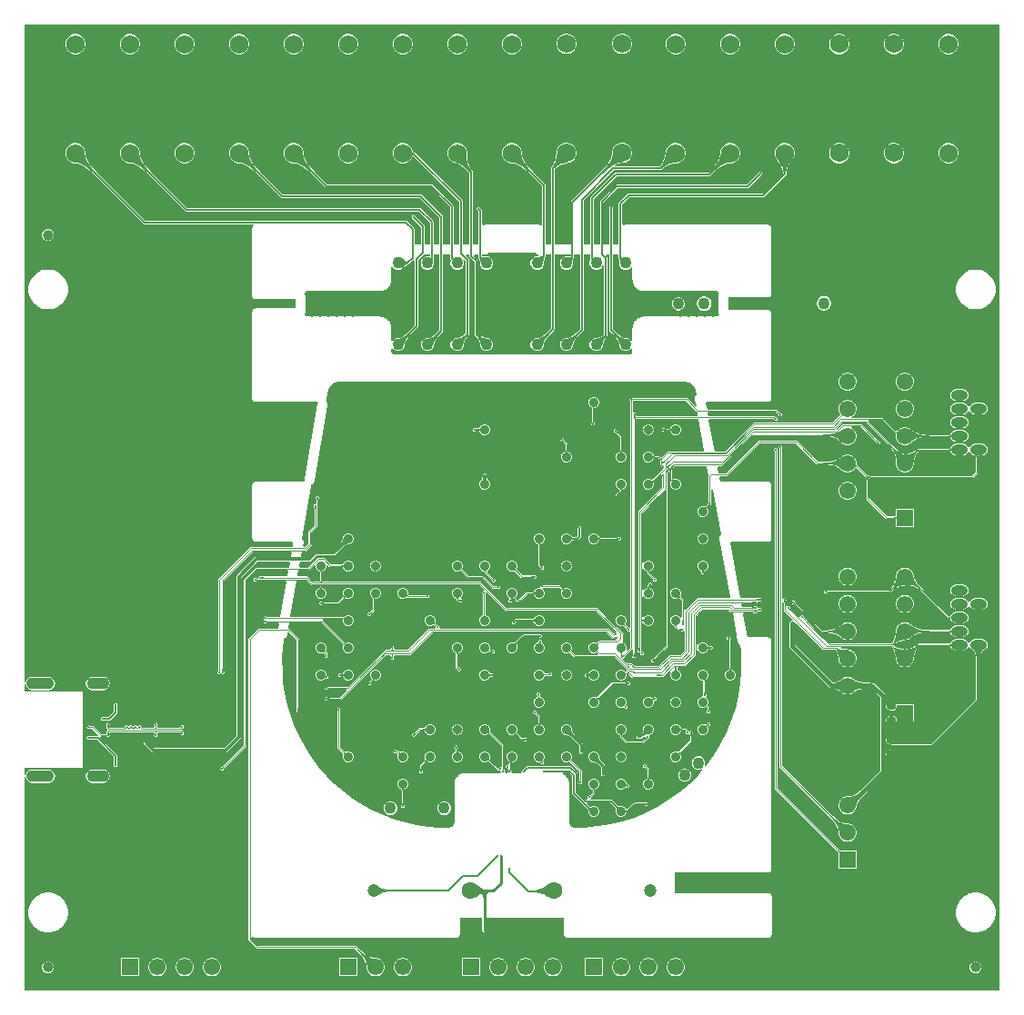
<source format=gbl>
G04*
G04 #@! TF.GenerationSoftware,Altium Limited,Altium Designer,24.10.1 (45)*
G04*
G04 Layer_Physical_Order=8*
G04 Layer_Color=16711680*
%FSLAX25Y25*%
%MOIN*%
G70*
G04*
G04 #@! TF.SameCoordinates,083811C0-BB5A-407D-82B1-07892853DE6B*
G04*
G04*
G04 #@! TF.FilePolarity,Positive*
G04*
G01*
G75*
%ADD10C,0.00394*%
%ADD14C,0.00787*%
%ADD16C,0.00500*%
%ADD18C,0.00400*%
%ADD19C,0.00800*%
%ADD20C,0.00600*%
%ADD21C,0.00300*%
%ADD108C,0.00787*%
G04:AMPARAMS|DCode=232|XSize=102.36mil|YSize=43.31mil|CornerRadius=21.65mil|HoleSize=0mil|Usage=FLASHONLY|Rotation=0.000|XOffset=0mil|YOffset=0mil|HoleType=Round|Shape=RoundedRectangle|*
%AMROUNDEDRECTD232*
21,1,0.10236,0.00000,0,0,0.0*
21,1,0.05906,0.04331,0,0,0.0*
1,1,0.04331,0.02953,0.00000*
1,1,0.04331,-0.02953,0.00000*
1,1,0.04331,-0.02953,0.00000*
1,1,0.04331,0.02953,0.00000*
%
%ADD232ROUNDEDRECTD232*%
G04:AMPARAMS|DCode=233|XSize=82.68mil|YSize=43.31mil|CornerRadius=21.65mil|HoleSize=0mil|Usage=FLASHONLY|Rotation=0.000|XOffset=0mil|YOffset=0mil|HoleType=Round|Shape=RoundedRectangle|*
%AMROUNDEDRECTD233*
21,1,0.08268,0.00000,0,0,0.0*
21,1,0.03937,0.04331,0,0,0.0*
1,1,0.04331,0.01968,0.00000*
1,1,0.04331,-0.01968,0.00000*
1,1,0.04331,-0.01968,0.00000*
1,1,0.04331,0.01968,0.00000*
%
%ADD233ROUNDEDRECTD233*%
%ADD237C,0.04724*%
%ADD238C,0.06299*%
%ADD242C,0.01000*%
%ADD243C,0.00750*%
%ADD244C,0.03937*%
%ADD246C,0.03543*%
%ADD251C,0.00236*%
%ADD252C,0.00748*%
%ADD253C,0.00310*%
%ADD254C,0.01500*%
%ADD255C,0.01200*%
%ADD256C,0.00276*%
%ADD262O,0.06200X0.03740*%
%ADD263C,0.06890*%
%ADD264C,0.06102*%
%ADD265R,0.06102X0.06102*%
%ADD266R,0.06102X0.06102*%
%ADD267C,0.04331*%
%ADD270C,0.00295*%
%ADD274C,0.00299*%
G36*
X178706Y-1157D02*
X178696Y-1198D01*
X178700Y-1220D01*
X178695Y-1242D01*
Y-35895D01*
X-178685D01*
X-178685Y42529D01*
X-178185Y42578D01*
X-178050Y41897D01*
X-177519Y41103D01*
X-176724Y40572D01*
X-175787Y40386D01*
X-169882D01*
X-168945Y40572D01*
X-168150Y41103D01*
X-167620Y41897D01*
X-167433Y42835D01*
X-167620Y43772D01*
X-168150Y44566D01*
X-168945Y45097D01*
X-169882Y45283D01*
X-175787D01*
X-176724Y45097D01*
X-177519Y44566D01*
X-178050Y43772D01*
X-178185Y43091D01*
X-178685Y43140D01*
X-178685Y45807D01*
X-157559D01*
X-157378Y45882D01*
X-157303Y46063D01*
Y73622D01*
X-157378Y73803D01*
X-157559Y73878D01*
X-178685D01*
X-178685Y76544D01*
X-178185Y76594D01*
X-178050Y75913D01*
X-177519Y75119D01*
X-176724Y74588D01*
X-175787Y74402D01*
X-169882D01*
X-168945Y74588D01*
X-168150Y75119D01*
X-167620Y75913D01*
X-167433Y76850D01*
X-167620Y77787D01*
X-168150Y78582D01*
X-168945Y79113D01*
X-169882Y79299D01*
X-175787D01*
X-176724Y79113D01*
X-177519Y78582D01*
X-178050Y77787D01*
X-178185Y77107D01*
X-178685Y77156D01*
X-178685Y318695D01*
X178706Y318695D01*
Y-1157D01*
D02*
G37*
%LPC*%
G36*
X40885Y315181D02*
X39915D01*
X38979Y314930D01*
X38140Y314446D01*
X37454Y313760D01*
X36970Y312921D01*
X36719Y311985D01*
Y311015D01*
X36970Y310079D01*
X37454Y309240D01*
X38140Y308554D01*
X38979Y308070D01*
X39915Y307819D01*
X40885D01*
X41821Y308070D01*
X42660Y308554D01*
X43346Y309240D01*
X43830Y310079D01*
X44081Y311015D01*
Y311985D01*
X43830Y312921D01*
X43346Y313760D01*
X42660Y314446D01*
X41821Y314930D01*
X40885Y315181D01*
D02*
G37*
G36*
X20485D02*
X19515D01*
X18579Y314930D01*
X17740Y314446D01*
X17054Y313760D01*
X16570Y312921D01*
X16319Y311985D01*
Y311015D01*
X16570Y310079D01*
X17054Y309240D01*
X17740Y308554D01*
X18579Y308070D01*
X19515Y307819D01*
X20485D01*
X21421Y308070D01*
X22260Y308554D01*
X22946Y309240D01*
X23430Y310079D01*
X23681Y311015D01*
Y311985D01*
X23430Y312921D01*
X22946Y313760D01*
X22260Y314446D01*
X21421Y314930D01*
X20485Y315181D01*
D02*
G37*
G36*
X140485Y315086D02*
X139515D01*
X138579Y314835D01*
X137740Y314350D01*
X137054Y313665D01*
X136570Y312826D01*
X136319Y311889D01*
Y310920D01*
X136570Y309984D01*
X137054Y309144D01*
X137740Y308459D01*
X138579Y307975D01*
X139515Y307724D01*
X140485D01*
X141421Y307975D01*
X142260Y308459D01*
X142946Y309144D01*
X143430Y309984D01*
X143681Y310920D01*
Y311889D01*
X143430Y312826D01*
X142946Y313665D01*
X142260Y314350D01*
X141421Y314835D01*
X140485Y315086D01*
D02*
G37*
G36*
X120443D02*
X119474D01*
X118537Y314835D01*
X117698Y314350D01*
X117013Y313665D01*
X116528Y312826D01*
X116277Y311889D01*
Y310920D01*
X116528Y309984D01*
X117013Y309144D01*
X117698Y308459D01*
X118537Y307975D01*
X119474Y307724D01*
X120443D01*
X121379Y307975D01*
X122218Y308459D01*
X122904Y309144D01*
X123388Y309984D01*
X123639Y310920D01*
Y311889D01*
X123388Y312826D01*
X122904Y313665D01*
X122218Y314350D01*
X121379Y314835D01*
X120443Y315086D01*
D02*
G37*
G36*
X160485Y315083D02*
X159515D01*
X158579Y314832D01*
X157740Y314347D01*
X157054Y313662D01*
X156570Y312822D01*
X156319Y311886D01*
Y310917D01*
X156570Y309981D01*
X157054Y309141D01*
X157740Y308456D01*
X158579Y307971D01*
X159515Y307720D01*
X160485D01*
X161421Y307971D01*
X162260Y308456D01*
X162946Y309141D01*
X163430Y309981D01*
X163681Y310917D01*
Y311886D01*
X163430Y312822D01*
X162946Y313662D01*
X162260Y314347D01*
X161421Y314832D01*
X160485Y315083D01*
D02*
G37*
G36*
X80485D02*
X79515D01*
X78579Y314832D01*
X77740Y314347D01*
X77054Y313662D01*
X76570Y312822D01*
X76319Y311886D01*
Y310917D01*
X76570Y309981D01*
X77054Y309141D01*
X77740Y308456D01*
X78579Y307971D01*
X79515Y307720D01*
X80485D01*
X81421Y307971D01*
X82260Y308456D01*
X82946Y309141D01*
X83430Y309981D01*
X83681Y310917D01*
Y311886D01*
X83430Y312822D01*
X82946Y313662D01*
X82260Y314347D01*
X81421Y314832D01*
X80485Y315083D01*
D02*
G37*
G36*
X60485D02*
X59515D01*
X58579Y314832D01*
X57740Y314347D01*
X57054Y313662D01*
X56570Y312822D01*
X56319Y311886D01*
Y310917D01*
X56570Y309981D01*
X57054Y309141D01*
X57740Y308456D01*
X58579Y307971D01*
X59515Y307720D01*
X60485D01*
X61421Y307971D01*
X62260Y308456D01*
X62946Y309141D01*
X63430Y309981D01*
X63681Y310917D01*
Y311886D01*
X63430Y312822D01*
X62946Y313662D01*
X62260Y314347D01*
X61421Y314832D01*
X60485Y315083D01*
D02*
G37*
G36*
X485D02*
X-485D01*
X-1421Y314832D01*
X-2260Y314347D01*
X-2946Y313662D01*
X-3430Y312822D01*
X-3681Y311886D01*
Y310917D01*
X-3430Y309981D01*
X-2946Y309141D01*
X-2260Y308456D01*
X-1421Y307971D01*
X-485Y307720D01*
X485D01*
X1421Y307971D01*
X2260Y308456D01*
X2946Y309141D01*
X3430Y309981D01*
X3681Y310917D01*
Y311886D01*
X3430Y312822D01*
X2946Y313662D01*
X2260Y314347D01*
X1421Y314832D01*
X485Y315083D01*
D02*
G37*
G36*
X-19515D02*
X-20485D01*
X-21421Y314832D01*
X-22260Y314347D01*
X-22946Y313662D01*
X-23430Y312822D01*
X-23681Y311886D01*
Y310917D01*
X-23430Y309981D01*
X-22946Y309141D01*
X-22260Y308456D01*
X-21421Y307971D01*
X-20485Y307720D01*
X-19515D01*
X-18579Y307971D01*
X-17740Y308456D01*
X-17054Y309141D01*
X-16570Y309981D01*
X-16319Y310917D01*
Y311886D01*
X-16570Y312822D01*
X-17054Y313662D01*
X-17740Y314347D01*
X-18579Y314832D01*
X-19515Y315083D01*
D02*
G37*
G36*
X-39515D02*
X-40485D01*
X-41421Y314832D01*
X-42260Y314347D01*
X-42946Y313662D01*
X-43430Y312822D01*
X-43681Y311886D01*
Y310917D01*
X-43430Y309981D01*
X-42946Y309141D01*
X-42260Y308456D01*
X-41421Y307971D01*
X-40485Y307720D01*
X-39515D01*
X-38579Y307971D01*
X-37740Y308456D01*
X-37054Y309141D01*
X-36570Y309981D01*
X-36319Y310917D01*
Y311886D01*
X-36570Y312822D01*
X-37054Y313662D01*
X-37740Y314347D01*
X-38579Y314832D01*
X-39515Y315083D01*
D02*
G37*
G36*
X-59515D02*
X-60485D01*
X-61421Y314832D01*
X-62260Y314347D01*
X-62946Y313662D01*
X-63430Y312822D01*
X-63681Y311886D01*
Y310917D01*
X-63430Y309981D01*
X-62946Y309141D01*
X-62260Y308456D01*
X-61421Y307971D01*
X-60485Y307720D01*
X-59515D01*
X-58579Y307971D01*
X-57740Y308456D01*
X-57054Y309141D01*
X-56570Y309981D01*
X-56319Y310917D01*
Y311886D01*
X-56570Y312822D01*
X-57054Y313662D01*
X-57740Y314347D01*
X-58579Y314832D01*
X-59515Y315083D01*
D02*
G37*
G36*
X-79515D02*
X-80485D01*
X-81421Y314832D01*
X-82260Y314347D01*
X-82946Y313662D01*
X-83430Y312822D01*
X-83681Y311886D01*
Y310917D01*
X-83430Y309981D01*
X-82946Y309141D01*
X-82260Y308456D01*
X-81421Y307971D01*
X-80485Y307720D01*
X-79515D01*
X-78579Y307971D01*
X-77740Y308456D01*
X-77054Y309141D01*
X-76570Y309981D01*
X-76319Y310917D01*
Y311886D01*
X-76570Y312822D01*
X-77054Y313662D01*
X-77740Y314347D01*
X-78579Y314832D01*
X-79515Y315083D01*
D02*
G37*
G36*
X-99515D02*
X-100485D01*
X-101421Y314832D01*
X-102260Y314347D01*
X-102946Y313662D01*
X-103430Y312822D01*
X-103681Y311886D01*
Y310917D01*
X-103430Y309981D01*
X-102946Y309141D01*
X-102260Y308456D01*
X-101421Y307971D01*
X-100485Y307720D01*
X-99515D01*
X-98579Y307971D01*
X-97740Y308456D01*
X-97054Y309141D01*
X-96570Y309981D01*
X-96319Y310917D01*
Y311886D01*
X-96570Y312822D01*
X-97054Y313662D01*
X-97740Y314347D01*
X-98579Y314832D01*
X-99515Y315083D01*
D02*
G37*
G36*
X-119515D02*
X-120485D01*
X-121421Y314832D01*
X-122260Y314347D01*
X-122946Y313662D01*
X-123430Y312822D01*
X-123681Y311886D01*
Y310917D01*
X-123430Y309981D01*
X-122946Y309141D01*
X-122260Y308456D01*
X-121421Y307971D01*
X-120485Y307720D01*
X-119515D01*
X-118579Y307971D01*
X-117740Y308456D01*
X-117054Y309141D01*
X-116570Y309981D01*
X-116319Y310917D01*
Y311886D01*
X-116570Y312822D01*
X-117054Y313662D01*
X-117740Y314347D01*
X-118579Y314832D01*
X-119515Y315083D01*
D02*
G37*
G36*
X-139515D02*
X-140485D01*
X-141421Y314832D01*
X-142260Y314347D01*
X-142946Y313662D01*
X-143430Y312822D01*
X-143681Y311886D01*
Y310917D01*
X-143430Y309981D01*
X-142946Y309141D01*
X-142260Y308456D01*
X-141421Y307971D01*
X-140485Y307720D01*
X-139515D01*
X-138579Y307971D01*
X-137740Y308456D01*
X-137054Y309141D01*
X-136570Y309981D01*
X-136319Y310917D01*
Y311886D01*
X-136570Y312822D01*
X-137054Y313662D01*
X-137740Y314347D01*
X-138579Y314832D01*
X-139515Y315083D01*
D02*
G37*
G36*
X-159515D02*
X-160485D01*
X-161421Y314832D01*
X-162260Y314347D01*
X-162946Y313662D01*
X-163430Y312822D01*
X-163681Y311886D01*
Y310917D01*
X-163430Y309981D01*
X-162946Y309141D01*
X-162260Y308456D01*
X-161421Y307971D01*
X-160485Y307720D01*
X-159515D01*
X-158579Y307971D01*
X-157740Y308456D01*
X-157054Y309141D01*
X-156570Y309981D01*
X-156319Y310917D01*
Y311886D01*
X-156570Y312822D01*
X-157054Y313662D01*
X-157740Y314347D01*
X-158579Y314832D01*
X-159515Y315083D01*
D02*
G37*
G36*
X100485Y315083D02*
X99515D01*
X98579Y314832D01*
X97740Y314347D01*
X97054Y313662D01*
X96570Y312822D01*
X96319Y311886D01*
Y310917D01*
X96570Y309981D01*
X97054Y309141D01*
X97740Y308456D01*
X98579Y307971D01*
X99515Y307720D01*
X100485D01*
X101421Y307971D01*
X102260Y308456D01*
X102946Y309141D01*
X103430Y309981D01*
X103681Y310917D01*
Y311886D01*
X103430Y312822D01*
X102946Y313662D01*
X102260Y314347D01*
X101421Y314832D01*
X100485Y315083D01*
D02*
G37*
G36*
X140485Y275086D02*
X139515D01*
X138579Y274835D01*
X137740Y274350D01*
X137054Y273665D01*
X136570Y272826D01*
X136319Y271889D01*
Y270920D01*
X136570Y269984D01*
X137054Y269145D01*
X137740Y268459D01*
X138579Y267974D01*
X139515Y267724D01*
X140485D01*
X141421Y267974D01*
X142260Y268459D01*
X142946Y269145D01*
X143430Y269984D01*
X143681Y270920D01*
Y271889D01*
X143430Y272826D01*
X142946Y273665D01*
X142260Y274350D01*
X141421Y274835D01*
X140485Y275086D01*
D02*
G37*
G36*
X120443D02*
X119474D01*
X118537Y274835D01*
X117698Y274350D01*
X117013Y273665D01*
X116528Y272826D01*
X116277Y271889D01*
Y270920D01*
X116528Y269984D01*
X117013Y269145D01*
X117698Y268459D01*
X118537Y267974D01*
X119474Y267724D01*
X120443D01*
X121379Y267974D01*
X122218Y268459D01*
X122904Y269145D01*
X123388Y269984D01*
X123639Y270920D01*
Y271889D01*
X123388Y272826D01*
X122904Y273665D01*
X122218Y274350D01*
X121379Y274835D01*
X120443Y275086D01*
D02*
G37*
G36*
X160485Y275083D02*
X159515D01*
X158579Y274832D01*
X157740Y274347D01*
X157054Y273662D01*
X156570Y272822D01*
X156319Y271886D01*
Y270917D01*
X156570Y269981D01*
X157054Y269141D01*
X157740Y268456D01*
X158579Y267971D01*
X159515Y267721D01*
X160485D01*
X161421Y267971D01*
X162260Y268456D01*
X162946Y269141D01*
X163430Y269981D01*
X163681Y270917D01*
Y271886D01*
X163430Y272822D01*
X162946Y273662D01*
X162260Y274347D01*
X161421Y274832D01*
X160485Y275083D01*
D02*
G37*
G36*
X-59515D02*
X-60485D01*
X-61421Y274832D01*
X-62260Y274347D01*
X-62946Y273662D01*
X-63430Y272822D01*
X-63681Y271886D01*
Y270917D01*
X-63430Y269981D01*
X-62946Y269141D01*
X-62260Y268456D01*
X-61421Y267971D01*
X-60485Y267721D01*
X-59515D01*
X-58579Y267971D01*
X-57740Y268456D01*
X-57054Y269141D01*
X-56570Y269981D01*
X-56319Y270917D01*
Y271886D01*
X-56570Y272822D01*
X-57054Y273662D01*
X-57740Y274347D01*
X-58579Y274832D01*
X-59515Y275083D01*
D02*
G37*
G36*
X-119515D02*
X-120485D01*
X-121421Y274832D01*
X-122260Y274347D01*
X-122946Y273662D01*
X-123430Y272822D01*
X-123681Y271886D01*
Y270917D01*
X-123430Y269981D01*
X-122946Y269141D01*
X-122260Y268456D01*
X-121421Y267971D01*
X-120485Y267721D01*
X-119515D01*
X-118579Y267971D01*
X-117740Y268456D01*
X-117054Y269141D01*
X-116570Y269981D01*
X-116319Y270917D01*
Y271886D01*
X-116570Y272822D01*
X-117054Y273662D01*
X-117740Y274347D01*
X-118579Y274832D01*
X-119515Y275083D01*
D02*
G37*
G36*
X-169561Y243606D02*
X-170439D01*
X-171249Y243271D01*
X-171869Y242650D01*
X-172205Y241840D01*
Y240963D01*
X-171869Y240153D01*
X-171249Y239532D01*
X-170439Y239197D01*
X-169561D01*
X-168751Y239532D01*
X-168131Y240153D01*
X-167795Y240963D01*
Y241840D01*
X-168131Y242650D01*
X-168751Y243271D01*
X-169561Y243606D01*
D02*
G37*
G36*
X40885Y275181D02*
X39915D01*
X38979Y274930D01*
X38140Y274446D01*
X37454Y273760D01*
X36970Y272921D01*
X36719Y271985D01*
Y271558D01*
X36700Y271520D01*
X36660Y270940D01*
X36542Y270351D01*
X36345Y269734D01*
X36066Y269088D01*
X35705Y268414D01*
X35262Y267714D01*
X34738Y266989D01*
X33433Y265454D01*
X32658Y264649D01*
X32651Y264632D01*
X21759Y253741D01*
X21624Y253538D01*
X21577Y253300D01*
Y237817D01*
X15549D01*
Y265509D01*
X15768Y265714D01*
X16199Y266063D01*
X16657Y266385D01*
X17141Y266678D01*
X17651Y266944D01*
X18188Y267181D01*
X18750Y267389D01*
X19968Y267726D01*
X20449Y267819D01*
X20485D01*
X20576Y267843D01*
X20618Y267851D01*
X20626Y267857D01*
X21421Y268070D01*
X22260Y268554D01*
X22946Y269240D01*
X23430Y270079D01*
X23681Y271015D01*
Y271985D01*
X23430Y272921D01*
X22946Y273760D01*
X22260Y274446D01*
X21421Y274930D01*
X20485Y275181D01*
X19515D01*
X18579Y274930D01*
X17740Y274446D01*
X17054Y273760D01*
X16570Y272921D01*
X16319Y271985D01*
Y271739D01*
X16306Y271715D01*
X16161Y270260D01*
X16046Y269609D01*
X15900Y268999D01*
X15726Y268433D01*
X15524Y267912D01*
X15293Y267435D01*
X15035Y267002D01*
X14749Y266612D01*
X14427Y266254D01*
X14415Y266219D01*
X14301Y266048D01*
X14251Y265800D01*
X14251Y265800D01*
Y237817D01*
X12349D01*
Y259702D01*
X12299Y259950D01*
X12159Y260160D01*
X12159Y260160D01*
X7767Y264552D01*
X7762Y264567D01*
X6281Y266162D01*
X5672Y266913D01*
X5144Y267640D01*
X4699Y268339D01*
X4337Y269010D01*
X4057Y269652D01*
X3858Y270266D01*
X3740Y270849D01*
X3700Y271422D01*
X3681Y271459D01*
Y271886D01*
X3430Y272822D01*
X2946Y273662D01*
X2260Y274347D01*
X1421Y274832D01*
X485Y275083D01*
X-485D01*
X-1421Y274832D01*
X-2260Y274347D01*
X-2946Y273662D01*
X-3430Y272822D01*
X-3681Y271886D01*
Y270917D01*
X-3430Y269981D01*
X-2946Y269141D01*
X-2260Y268456D01*
X-1421Y267971D01*
X-485Y267721D01*
X-58D01*
X-20Y267702D01*
X552Y267661D01*
X1136Y267543D01*
X1749Y267345D01*
X2392Y267065D01*
X3063Y266703D01*
X3762Y266258D01*
X4486Y265732D01*
X6024Y264422D01*
X6831Y263644D01*
X6847Y263637D01*
X11051Y259433D01*
Y245264D01*
X11033Y245241D01*
X10580Y244990D01*
X10554Y244993D01*
X10535Y245005D01*
X10513Y245010D01*
X10494Y245022D01*
X10494Y245022D01*
X10285Y245056D01*
X10080Y245104D01*
X10058Y245100D01*
X10036Y245105D01*
X-10036D01*
X-10058Y245100D01*
X-10080Y245104D01*
X-10285Y245056D01*
X-10475Y245025D01*
X-10500Y245023D01*
X-10677Y245074D01*
X-10693Y245085D01*
X-10975Y245317D01*
Y250317D01*
X-10975Y250317D01*
X-11024Y250563D01*
X-11163Y250771D01*
X-11163Y250771D01*
X-11746Y251354D01*
X-11799Y251389D01*
X-11843Y251434D01*
X-11902Y251458D01*
X-11954Y251493D01*
X-12016Y251506D01*
X-12075Y251530D01*
X-12138D01*
X-12200Y251542D01*
X-12262Y251530D01*
X-12325D01*
X-12384Y251506D01*
X-12446Y251493D01*
X-12498Y251458D01*
X-12557Y251434D01*
X-12601Y251389D01*
X-12654Y251354D01*
X-12689Y251302D01*
X-12734Y251257D01*
X-12758Y251198D01*
X-12793Y251146D01*
X-12806Y251084D01*
X-12830Y251025D01*
Y250962D01*
X-12842Y250900D01*
X-12830Y250838D01*
Y250775D01*
X-12806Y250716D01*
X-12793Y250654D01*
X-12758Y250602D01*
X-12734Y250543D01*
X-12689Y250499D01*
X-12654Y250446D01*
X-12259Y250051D01*
Y237883D01*
X-14258D01*
Y264500D01*
X-14258Y264500D01*
X-14307Y264746D01*
X-14419Y264915D01*
X-14432Y264950D01*
X-14845Y265406D01*
X-15200Y265889D01*
X-15508Y266410D01*
X-15767Y266968D01*
X-15979Y267565D01*
X-16142Y268201D01*
X-16257Y268877D01*
X-16324Y269592D01*
X-16341Y270347D01*
X-16308Y271150D01*
X-16319Y271180D01*
Y271886D01*
X-16570Y272822D01*
X-17054Y273662D01*
X-17740Y274347D01*
X-18579Y274832D01*
X-19515Y275083D01*
X-20485D01*
X-21421Y274832D01*
X-22260Y274347D01*
X-22946Y273662D01*
X-23430Y272822D01*
X-23681Y271886D01*
Y270917D01*
X-23430Y269981D01*
X-22946Y269141D01*
X-22260Y268456D01*
X-21421Y267971D01*
X-20883Y267827D01*
X-20849Y267800D01*
X-20388Y267668D01*
X-19916Y267486D01*
X-19425Y267251D01*
X-18363Y266608D01*
X-17810Y266210D01*
X-15998Y264663D01*
X-15542Y264219D01*
Y237883D01*
X-17944D01*
Y253793D01*
X-17944Y253793D01*
X-17993Y254041D01*
X-18134Y254251D01*
X-35365Y271482D01*
X-35576Y271623D01*
X-35775Y271663D01*
X-35809Y271679D01*
X-35917Y271685D01*
X-35997Y271701D01*
X-36066Y271725D01*
X-36126Y271758D01*
X-36180Y271799D01*
X-36230Y271853D01*
X-36277Y271920D01*
X-36320Y272004D01*
X-36359Y272105D01*
X-36394Y272233D01*
X-36421Y272268D01*
X-36570Y272822D01*
X-37054Y273662D01*
X-37740Y274347D01*
X-38579Y274832D01*
X-39515Y275083D01*
X-40485D01*
X-41421Y274832D01*
X-42260Y274347D01*
X-42946Y273662D01*
X-43430Y272822D01*
X-43681Y271886D01*
Y270917D01*
X-43430Y269981D01*
X-42946Y269141D01*
X-42260Y268456D01*
X-41421Y267971D01*
X-40485Y267721D01*
X-39515D01*
X-38579Y267971D01*
X-37740Y268456D01*
X-37054Y269141D01*
X-36681Y269788D01*
X-36663Y269803D01*
X-36598Y269926D01*
X-36533Y270023D01*
X-36465Y270107D01*
X-36392Y270177D01*
X-36315Y270234D01*
X-36233Y270282D01*
X-36143Y270319D01*
X-36059Y270342D01*
X-19241Y253524D01*
Y237883D01*
X-21433D01*
Y252011D01*
X-21433Y252012D01*
X-21482Y252257D01*
X-21621Y252466D01*
X-21621Y252466D01*
X-29010Y259854D01*
X-29218Y259993D01*
X-29464Y260042D01*
X-29464Y260042D01*
X-67732D01*
X-72237Y264546D01*
X-72242Y264562D01*
X-73721Y266156D01*
X-74330Y266907D01*
X-74858Y267634D01*
X-75302Y268333D01*
X-75664Y269005D01*
X-75944Y269648D01*
X-76142Y270262D01*
X-76260Y270847D01*
X-76300Y271422D01*
X-76319Y271459D01*
Y271886D01*
X-76570Y272822D01*
X-77054Y273662D01*
X-77740Y274347D01*
X-78579Y274832D01*
X-79515Y275083D01*
X-80485D01*
X-81421Y274832D01*
X-82260Y274347D01*
X-82946Y273662D01*
X-83430Y272822D01*
X-83681Y271886D01*
Y270917D01*
X-83430Y269981D01*
X-82946Y269141D01*
X-82260Y268456D01*
X-81421Y267971D01*
X-80485Y267721D01*
X-80058D01*
X-80020Y267702D01*
X-79446Y267661D01*
X-78861Y267543D01*
X-78246Y267345D01*
X-77603Y267066D01*
X-76932Y266704D01*
X-76232Y266259D01*
X-75508Y265733D01*
X-73971Y264425D01*
X-73164Y263647D01*
X-73148Y263641D01*
X-68453Y258946D01*
X-68244Y258807D01*
X-67998Y258758D01*
X-67998Y258758D01*
X-29730D01*
X-22718Y251746D01*
Y237883D01*
X-25208D01*
Y248057D01*
X-25208Y248057D01*
X-25257Y248305D01*
X-25398Y248515D01*
X-33043Y256160D01*
X-33253Y256301D01*
X-33502Y256350D01*
X-33502Y256350D01*
X-84031D01*
X-92233Y264552D01*
X-92238Y264567D01*
X-93719Y266162D01*
X-94328Y266913D01*
X-94856Y267640D01*
X-95301Y268339D01*
X-95663Y269010D01*
X-95943Y269652D01*
X-96142Y270266D01*
X-96260Y270849D01*
X-96300Y271422D01*
X-96319Y271459D01*
Y271886D01*
X-96570Y272822D01*
X-97054Y273662D01*
X-97740Y274347D01*
X-98579Y274832D01*
X-99515Y275083D01*
X-100485D01*
X-101421Y274832D01*
X-102260Y274347D01*
X-102946Y273662D01*
X-103430Y272822D01*
X-103681Y271886D01*
Y270917D01*
X-103430Y269981D01*
X-102946Y269141D01*
X-102260Y268456D01*
X-101421Y267971D01*
X-100485Y267721D01*
X-100058D01*
X-100020Y267702D01*
X-99448Y267661D01*
X-98864Y267543D01*
X-98251Y267345D01*
X-97609Y267065D01*
X-96938Y266703D01*
X-96238Y266258D01*
X-95514Y265732D01*
X-93976Y264422D01*
X-93169Y263644D01*
X-93153Y263637D01*
X-84759Y255243D01*
X-84548Y255102D01*
X-84300Y255053D01*
X-84300Y255053D01*
X-33770D01*
X-26505Y247788D01*
Y237883D01*
X-28778D01*
Y246326D01*
X-28778Y246326D01*
X-28827Y246575D01*
X-28968Y246785D01*
X-33343Y251160D01*
X-33553Y251301D01*
X-33802Y251350D01*
X-33802Y251350D01*
X-119031D01*
X-132233Y264552D01*
X-132238Y264567D01*
X-133719Y266162D01*
X-134328Y266913D01*
X-134856Y267640D01*
X-135301Y268339D01*
X-135663Y269010D01*
X-135943Y269652D01*
X-136142Y270266D01*
X-136260Y270849D01*
X-136300Y271422D01*
X-136319Y271459D01*
Y271886D01*
X-136570Y272822D01*
X-137054Y273662D01*
X-137740Y274347D01*
X-138579Y274832D01*
X-139515Y275083D01*
X-140485D01*
X-141421Y274832D01*
X-142260Y274347D01*
X-142946Y273662D01*
X-143430Y272822D01*
X-143681Y271886D01*
Y270917D01*
X-143430Y269981D01*
X-142946Y269141D01*
X-142260Y268456D01*
X-141421Y267971D01*
X-140485Y267721D01*
X-140058D01*
X-140020Y267702D01*
X-139448Y267661D01*
X-138864Y267543D01*
X-138251Y267345D01*
X-137609Y267065D01*
X-136937Y266703D01*
X-136238Y266258D01*
X-135514Y265732D01*
X-133976Y264422D01*
X-133169Y263644D01*
X-133153Y263637D01*
X-119759Y250243D01*
X-119759Y250243D01*
X-119548Y250102D01*
X-119300Y250053D01*
X-119300Y250053D01*
X-34070D01*
X-30075Y246058D01*
Y237883D01*
X-31958D01*
Y244500D01*
X-31958Y244500D01*
X-32007Y244746D01*
X-32146Y244954D01*
X-32146Y244954D01*
X-35646Y248454D01*
X-35699Y248489D01*
X-35743Y248534D01*
X-35802Y248558D01*
X-35854Y248593D01*
X-35916Y248606D01*
X-35975Y248630D01*
X-36038D01*
X-36100Y248642D01*
X-36162Y248630D01*
X-36225D01*
X-36284Y248606D01*
X-36346Y248593D01*
X-36398Y248558D01*
X-36457Y248534D01*
X-36502Y248489D01*
X-36554Y248454D01*
X-36589Y248401D01*
X-36634Y248357D01*
X-36658Y248298D01*
X-36693Y248246D01*
X-36706Y248184D01*
X-36730Y248125D01*
Y248062D01*
X-36742Y248000D01*
X-36730Y247938D01*
Y247875D01*
X-36706Y247816D01*
X-36693Y247754D01*
X-36658Y247702D01*
X-36634Y247643D01*
X-36589Y247599D01*
X-36554Y247546D01*
X-33242Y244234D01*
Y237883D01*
X-35758D01*
Y243500D01*
X-35807Y243746D01*
X-35946Y243954D01*
X-35946Y243954D01*
X-38447Y246456D01*
X-38656Y246595D01*
X-38902Y246644D01*
X-38902Y246644D01*
X-39463D01*
X-39495Y246650D01*
X-134331D01*
X-152233Y264552D01*
X-152239Y264567D01*
X-153719Y266162D01*
X-154328Y266913D01*
X-154856Y267640D01*
X-155301Y268339D01*
X-155663Y269010D01*
X-155943Y269652D01*
X-156142Y270266D01*
X-156260Y270849D01*
X-156300Y271422D01*
X-156319Y271459D01*
Y271886D01*
X-156570Y272822D01*
X-157054Y273662D01*
X-157740Y274347D01*
X-158579Y274832D01*
X-159515Y275083D01*
X-160485D01*
X-161421Y274832D01*
X-162260Y274347D01*
X-162946Y273662D01*
X-163430Y272822D01*
X-163681Y271886D01*
Y270917D01*
X-163430Y269981D01*
X-162946Y269141D01*
X-162260Y268456D01*
X-161421Y267971D01*
X-160485Y267721D01*
X-160058D01*
X-160020Y267702D01*
X-159448Y267661D01*
X-158864Y267543D01*
X-158251Y267345D01*
X-157608Y267065D01*
X-156937Y266703D01*
X-156238Y266258D01*
X-155514Y265732D01*
X-153976Y264422D01*
X-153169Y263644D01*
X-153153Y263637D01*
X-135059Y245543D01*
X-134848Y245402D01*
X-134600Y245353D01*
X-134600Y245353D01*
X-94788D01*
X-94611Y244864D01*
X-94791Y244753D01*
X-94804Y244735D01*
X-94822Y244723D01*
X-94822Y244722D01*
X-94823Y244722D01*
X-94835Y244704D01*
X-94853Y244691D01*
X-94964Y244511D01*
X-95088Y244340D01*
X-95093Y244318D01*
X-95105Y244299D01*
X-95110Y244277D01*
X-95122Y244258D01*
X-95122Y244258D01*
X-95156Y244050D01*
X-95204Y243844D01*
X-95200Y243822D01*
X-95205Y243800D01*
Y219100D01*
X-95200Y219078D01*
X-95204Y219056D01*
X-95156Y218851D01*
X-95122Y218642D01*
X-95122Y218642D01*
X-95110Y218623D01*
X-95105Y218601D01*
X-95093Y218582D01*
X-95088Y218560D01*
X-94964Y218389D01*
X-94853Y218209D01*
X-94835Y218196D01*
X-94823Y218178D01*
X-94822Y218178D01*
X-94822Y218178D01*
X-94804Y218165D01*
X-94791Y218147D01*
X-94611Y218036D01*
X-94440Y217912D01*
X-94418Y217907D01*
X-94399Y217895D01*
X-94377Y217890D01*
X-94358Y217879D01*
X-94358Y217879D01*
X-94150Y217844D01*
X-93944Y217796D01*
X-93922Y217800D01*
X-93900Y217795D01*
X-79406D01*
Y214436D01*
X-93900D01*
X-93922Y214431D01*
X-93944Y214435D01*
X-94150Y214387D01*
X-94358Y214353D01*
X-94358Y214353D01*
X-94377Y214341D01*
X-94399Y214336D01*
X-94418Y214324D01*
X-94440Y214319D01*
X-94611Y214196D01*
X-94791Y214084D01*
X-94804Y214066D01*
X-94822Y214054D01*
X-94822Y214054D01*
X-94823Y214054D01*
X-94835Y214035D01*
X-94853Y214022D01*
X-94964Y213842D01*
X-95088Y213671D01*
X-95093Y213649D01*
X-95105Y213630D01*
X-95110Y213608D01*
X-95122Y213589D01*
X-95122Y213589D01*
X-95156Y213381D01*
X-95204Y213175D01*
X-95200Y213153D01*
X-95205Y213131D01*
Y181381D01*
X-95200Y181359D01*
X-95204Y181337D01*
X-95156Y181132D01*
X-95122Y180923D01*
X-95122Y180923D01*
X-95110Y180904D01*
X-95105Y180882D01*
X-95093Y180863D01*
X-95088Y180841D01*
X-94964Y180670D01*
X-94853Y180491D01*
X-94835Y180477D01*
X-94823Y180459D01*
X-94822Y180459D01*
X-94822Y180459D01*
X-94804Y180446D01*
X-94791Y180428D01*
X-94611Y180317D01*
X-94440Y180193D01*
X-94418Y180188D01*
X-94399Y180176D01*
X-94377Y180172D01*
X-94358Y180160D01*
X-94358Y180160D01*
X-94150Y180125D01*
X-93944Y180077D01*
X-93922Y180081D01*
X-93900Y180077D01*
X-71379Y180077D01*
X-71097Y179664D01*
X-71153Y179520D01*
X-76028Y151870D01*
X-76016Y151324D01*
X-76374Y150824D01*
X-93900D01*
X-93922Y150819D01*
X-93944Y150823D01*
X-94150Y150775D01*
X-94358Y150741D01*
X-94358Y150741D01*
X-94377Y150729D01*
X-94399Y150724D01*
X-94418Y150712D01*
X-94440Y150707D01*
X-94611Y150583D01*
X-94791Y150472D01*
X-94804Y150454D01*
X-94822Y150442D01*
X-94822Y150441D01*
X-94823Y150441D01*
X-94835Y150423D01*
X-94853Y150410D01*
X-94964Y150230D01*
X-95088Y150059D01*
X-95093Y150037D01*
X-95105Y150018D01*
X-95110Y149996D01*
X-95122Y149977D01*
X-95122Y149977D01*
X-95156Y149768D01*
X-95204Y149563D01*
X-95200Y149541D01*
X-95205Y149519D01*
Y130200D01*
X-95200Y130178D01*
X-95204Y130156D01*
X-95156Y129950D01*
X-95122Y129742D01*
X-95122Y129742D01*
X-95110Y129723D01*
X-95105Y129701D01*
X-95093Y129682D01*
X-95088Y129660D01*
X-94964Y129489D01*
X-94853Y129309D01*
X-94835Y129296D01*
X-94823Y129278D01*
X-94822Y129278D01*
X-94822Y129278D01*
X-94804Y129265D01*
X-94791Y129247D01*
X-94611Y129136D01*
X-94440Y129012D01*
X-94418Y129007D01*
X-94399Y128995D01*
X-94377Y128990D01*
X-94358Y128979D01*
X-94358Y128979D01*
X-94150Y128944D01*
X-93944Y128896D01*
X-93922Y128900D01*
X-93900Y128895D01*
X-80549D01*
X-80130Y128395D01*
X-80383Y126966D01*
X-95600D01*
X-95871Y126854D01*
X-107471Y115254D01*
X-107583Y114982D01*
Y81881D01*
X-107598Y81716D01*
X-107610Y81638D01*
X-107624Y81572D01*
X-107639Y81521D01*
X-107652Y81487D01*
X-107661Y81472D01*
X-107677Y81451D01*
X-107688Y81415D01*
X-107734Y81369D01*
X-107830Y81137D01*
Y80887D01*
X-107734Y80655D01*
X-107557Y80478D01*
X-107325Y80382D01*
X-107075D01*
X-106843Y80478D01*
X-106586Y80613D01*
X-106328Y80478D01*
X-106096Y80382D01*
X-105846D01*
X-105614Y80478D01*
X-105437Y80655D01*
X-105341Y80887D01*
Y81137D01*
X-105437Y81369D01*
X-105502Y81434D01*
X-105517Y81476D01*
X-105542Y81503D01*
X-105556Y81524D01*
X-105574Y81560D01*
X-105592Y81610D01*
X-105609Y81675D01*
X-105624Y81753D01*
X-105636Y81841D01*
X-105644Y81949D01*
Y114594D01*
X-95030Y125207D01*
X-81085D01*
X-80764Y124824D01*
X-81030Y123323D01*
X-93530D01*
X-93856Y123258D01*
X-94133Y123073D01*
X-100703Y116503D01*
X-100888Y116226D01*
X-100953Y115900D01*
Y57453D01*
X-105153Y53253D01*
X-130887D01*
X-133649Y56015D01*
X-133926Y56200D01*
X-134252Y56264D01*
X-134578Y56200D01*
X-134855Y56015D01*
X-135040Y55738D01*
X-135105Y55412D01*
X-135040Y55085D01*
X-134855Y54809D01*
X-131843Y51797D01*
X-131567Y51612D01*
X-131240Y51547D01*
X-104800D01*
X-104474Y51612D01*
X-104197Y51797D01*
X-99497Y56497D01*
X-99312Y56774D01*
X-99247Y57100D01*
Y115547D01*
X-93177Y121617D01*
X-81722D01*
X-81401Y121234D01*
X-81729Y119386D01*
X-93683D01*
X-94015Y119248D01*
X-94015Y119248D01*
X-98032Y115232D01*
X-98169Y114900D01*
X-98169Y114900D01*
Y54294D01*
X-106105Y46358D01*
X-106195Y46283D01*
X-106234Y46256D01*
X-106257Y46242D01*
X-106279Y46232D01*
X-106280Y46230D01*
X-106325D01*
X-106557Y46134D01*
X-106734Y45957D01*
X-106830Y45725D01*
Y45475D01*
X-106734Y45243D01*
X-106557Y45066D01*
X-106325Y44970D01*
X-106075D01*
X-105843Y45066D01*
X-105666Y45243D01*
X-105570Y45475D01*
Y45520D01*
X-105568Y45522D01*
X-105558Y45543D01*
X-105551Y45556D01*
X-105333Y45804D01*
X-97369Y53768D01*
X-97369Y53768D01*
X-97231Y54100D01*
X-97231Y54100D01*
Y114706D01*
X-93489Y118448D01*
X-82284D01*
X-81963Y118065D01*
X-82314Y116084D01*
X-91331D01*
X-91496Y116098D01*
X-91574Y116110D01*
X-91641Y116124D01*
X-91691Y116139D01*
X-91725Y116152D01*
X-91741Y116161D01*
X-91761Y116177D01*
X-91797Y116188D01*
X-91843Y116234D01*
X-92075Y116330D01*
X-92325D01*
X-92557Y116234D01*
X-92734Y116057D01*
X-92830Y115825D01*
Y115575D01*
X-93231Y115284D01*
X-93396Y115298D01*
X-93474Y115310D01*
X-93541Y115324D01*
X-93591Y115339D01*
X-93625Y115352D01*
X-93641Y115361D01*
X-93661Y115377D01*
X-93697Y115388D01*
X-93743Y115434D01*
X-93975Y115530D01*
X-94225D01*
X-94457Y115434D01*
X-94634Y115257D01*
X-94730Y115025D01*
Y114775D01*
X-94634Y114543D01*
X-94457Y114366D01*
X-94225Y114270D01*
X-93975D01*
X-93743Y114366D01*
X-93697Y114412D01*
X-93661Y114423D01*
X-93641Y114439D01*
X-93625Y114448D01*
X-93591Y114461D01*
X-93541Y114476D01*
X-93474Y114490D01*
X-93398Y114502D01*
X-93186Y114516D01*
X-82982D01*
X-82660Y114133D01*
X-84958Y101183D01*
X-89600D01*
X-89764Y101198D01*
X-89843Y101210D01*
X-89909Y101224D01*
X-89960Y101239D01*
X-89994Y101252D01*
X-90009Y101261D01*
X-90030Y101277D01*
X-90066Y101288D01*
X-90112Y101334D01*
X-90343Y101430D01*
X-90594D01*
X-90826Y101334D01*
X-91003Y101157D01*
X-91099Y100925D01*
Y100675D01*
X-91003Y100443D01*
X-90863Y100200D01*
X-91003Y99957D01*
X-91099Y99725D01*
Y99475D01*
X-91003Y99243D01*
X-90826Y99066D01*
X-90594Y98970D01*
X-90343D01*
X-90112Y99066D01*
X-90066Y99112D01*
X-90030Y99123D01*
X-90009Y99139D01*
X-89994Y99148D01*
X-89960Y99161D01*
X-89909Y99176D01*
X-89843Y99190D01*
X-89767Y99202D01*
X-89554Y99217D01*
X-85696D01*
X-85375Y98833D01*
X-85688Y97069D01*
X-92600D01*
X-92600Y97069D01*
X-92931Y96931D01*
X-92931Y96931D01*
X-96332Y93532D01*
X-96469Y93200D01*
X-96469Y93200D01*
Y-17200D01*
X-96469Y-17200D01*
X-96332Y-17531D01*
X-93731Y-20132D01*
X-93400Y-20269D01*
X-93400Y-20269D01*
X-57594D01*
X-56527Y-21336D01*
X-55522Y-22428D01*
X-54999Y-23087D01*
X-54546Y-23731D01*
X-54164Y-24356D01*
X-53853Y-24963D01*
X-53613Y-25551D01*
X-53443Y-26120D01*
X-53341Y-26670D01*
X-53306Y-27218D01*
X-53287Y-27257D01*
Y-27633D01*
X-53063Y-28469D01*
X-52631Y-29219D01*
X-52018Y-29831D01*
X-51269Y-30263D01*
X-50433Y-30487D01*
X-49567D01*
X-48731Y-30263D01*
X-47982Y-29831D01*
X-47369Y-29219D01*
X-46937Y-28469D01*
X-46713Y-27633D01*
Y-26767D01*
X-46937Y-25931D01*
X-47369Y-25181D01*
X-47982Y-24569D01*
X-48731Y-24137D01*
X-49567Y-23913D01*
X-49943D01*
X-49982Y-23894D01*
X-50530Y-23859D01*
X-51080Y-23757D01*
X-51649Y-23587D01*
X-52237Y-23347D01*
X-52844Y-23036D01*
X-53469Y-22654D01*
X-54110Y-22203D01*
X-55455Y-21078D01*
X-55568Y-20969D01*
X-57069Y-19468D01*
X-57400Y-19331D01*
X-57400Y-19331D01*
X-93206D01*
X-95531Y-17006D01*
Y-16330D01*
X-95032Y-15907D01*
X-94937Y-15921D01*
X-94853Y-16055D01*
X-94835Y-16068D01*
X-94823Y-16087D01*
X-94822Y-16087D01*
X-94822Y-16087D01*
X-94804Y-16100D01*
X-94791Y-16118D01*
X-94611Y-16229D01*
X-94440Y-16352D01*
X-94418Y-16357D01*
X-94399Y-16370D01*
X-94377Y-16374D01*
X-94358Y-16386D01*
X-94358Y-16386D01*
X-94150Y-16420D01*
X-93944Y-16468D01*
X-93922Y-16465D01*
X-93900Y-16469D01*
X-20425D01*
X-20402Y-16465D01*
X-20380Y-16468D01*
X-20175Y-16420D01*
X-19966Y-16386D01*
X-19966Y-16386D01*
X-19947Y-16374D01*
X-19925Y-16370D01*
X-19907Y-16357D01*
X-19885Y-16352D01*
X-19713Y-16229D01*
X-19534Y-16118D01*
X-19521Y-16100D01*
X-19502Y-16087D01*
X-19502Y-16087D01*
X-19502Y-16087D01*
X-19489Y-16068D01*
X-19471Y-16055D01*
X-19360Y-15876D01*
X-19237Y-15704D01*
X-19232Y-15682D01*
X-19219Y-15664D01*
X-19215Y-15642D01*
X-19203Y-15623D01*
X-19203Y-15622D01*
X-19169Y-15414D01*
X-19121Y-15209D01*
X-19124Y-15187D01*
X-19120Y-15165D01*
Y-9037D01*
X-10851D01*
Y-13700D01*
X-10793Y-13987D01*
X-10631Y-14231D01*
X-10387Y-14393D01*
X-10100Y-14451D01*
X-9813Y-14393D01*
X-9569Y-14231D01*
X-9407Y-13987D01*
X-9349Y-13700D01*
Y-9037D01*
X19120D01*
Y-15165D01*
X19124Y-15187D01*
X19121Y-15209D01*
X19169Y-15414D01*
X19203Y-15622D01*
X19203Y-15623D01*
X19215Y-15642D01*
X19219Y-15664D01*
X19232Y-15682D01*
X19237Y-15704D01*
X19360Y-15876D01*
X19471Y-16055D01*
X19489Y-16068D01*
X19502Y-16087D01*
X19502Y-16087D01*
X19502Y-16087D01*
X19521Y-16100D01*
X19534Y-16118D01*
X19713Y-16229D01*
X19885Y-16352D01*
X19907Y-16357D01*
X19925Y-16370D01*
X19947Y-16374D01*
X19966Y-16386D01*
X19966Y-16386D01*
X20175Y-16420D01*
X20380Y-16468D01*
X20402Y-16465D01*
X20425Y-16469D01*
X93911D01*
X93933Y-16465D01*
X93955Y-16468D01*
X94161Y-16420D01*
X94369Y-16386D01*
X94369Y-16386D01*
X94388Y-16374D01*
X94410Y-16370D01*
X94429Y-16357D01*
X94451Y-16352D01*
X94622Y-16229D01*
X94802Y-16118D01*
X94815Y-16100D01*
X94833Y-16087D01*
X94833Y-16087D01*
X94834Y-16087D01*
X94846Y-16068D01*
X94864Y-16055D01*
X94976Y-15876D01*
X95099Y-15704D01*
X95104Y-15682D01*
X95116Y-15664D01*
X95121Y-15642D01*
X95133Y-15623D01*
X95133Y-15622D01*
X95167Y-15414D01*
X95215Y-15209D01*
X95211Y-15187D01*
X95216Y-15165D01*
Y-1242D01*
X95211Y-1220D01*
X95215Y-1198D01*
X95167Y-993D01*
X95133Y-784D01*
X95133Y-784D01*
X95121Y-765D01*
X95116Y-743D01*
X95104Y-724D01*
X95099Y-703D01*
X94976Y-531D01*
X94864Y-352D01*
X94846Y-339D01*
X94834Y-320D01*
X94833Y-320D01*
X94833Y-320D01*
X94815Y-307D01*
X94802Y-289D01*
X94622Y-178D01*
X94451Y-55D01*
X94429Y-50D01*
X94410Y-37D01*
X94388Y-33D01*
X94369Y-21D01*
X94369Y-21D01*
X94161Y13D01*
X93955Y62D01*
X93933Y58D01*
X93911Y62D01*
X59746D01*
Y7495D01*
X93890D01*
X93912Y7500D01*
X93934Y7496D01*
X94139Y7544D01*
X94348Y7579D01*
X94348Y7579D01*
X94367Y7590D01*
X94389Y7595D01*
X94408Y7607D01*
X94430Y7612D01*
X94601Y7735D01*
X94780Y7847D01*
X94794Y7865D01*
X94812Y7878D01*
X94812Y7878D01*
X94812Y7878D01*
X94825Y7896D01*
X94843Y7909D01*
X94954Y8089D01*
X95078Y8260D01*
X95083Y8282D01*
X95095Y8301D01*
X95100Y8323D01*
X95111Y8342D01*
X95111Y8342D01*
X95146Y8551D01*
X95194Y8756D01*
X95190Y8778D01*
X95195Y8800D01*
Y92456D01*
X95190Y92478D01*
X95194Y92500D01*
X95146Y92706D01*
X95111Y92914D01*
X95111Y92914D01*
X95100Y92933D01*
X95095Y92955D01*
X95083Y92974D01*
X95078Y92996D01*
X94954Y93167D01*
X94843Y93347D01*
X94825Y93360D01*
X94812Y93378D01*
X94812Y93379D01*
X94812Y93379D01*
X94794Y93391D01*
X94780Y93409D01*
X94601Y93520D01*
X94430Y93644D01*
X94408Y93649D01*
X94389Y93661D01*
X94367Y93666D01*
X94348Y93678D01*
X94348Y93678D01*
X94139Y93712D01*
X93934Y93760D01*
X93912Y93756D01*
X93890Y93761D01*
X86278D01*
X84768Y102358D01*
X85089Y102741D01*
X88398D01*
X88566Y102725D01*
X88644Y102713D01*
X88710Y102698D01*
X88761Y102682D01*
X88795Y102668D01*
X88812Y102658D01*
X88834Y102640D01*
X88871Y102629D01*
X88921Y102579D01*
X89152Y102483D01*
X89403D01*
X89635Y102579D01*
X89812Y102756D01*
X89908Y102988D01*
Y103079D01*
X90047Y103261D01*
X90218Y103322D01*
X90572Y103374D01*
X90579Y103366D01*
X90811Y103270D01*
X91061D01*
X91293Y103366D01*
X91470Y103543D01*
X91566Y103775D01*
Y104025D01*
X91470Y104257D01*
X91293Y104434D01*
X91061Y104530D01*
X90811D01*
X90579Y104434D01*
X90208Y104487D01*
X90052Y104547D01*
X89908Y104743D01*
Y104794D01*
X89812Y105026D01*
X89635Y105203D01*
X89403Y105299D01*
X89152D01*
X88921Y105203D01*
X88865Y105147D01*
X88826Y105134D01*
X88801Y105113D01*
X88783Y105102D01*
X88748Y105086D01*
X88697Y105070D01*
X88632Y105054D01*
X88558Y105041D01*
X88333Y105023D01*
X84299D01*
X84137Y105945D01*
X84459Y106328D01*
X88501D01*
X88666Y106314D01*
X88744Y106302D01*
X88811Y106288D01*
X88862Y106273D01*
X88895Y106259D01*
X88911Y106251D01*
X88931Y106234D01*
X88967Y106223D01*
X89013Y106177D01*
X89245Y106081D01*
X89495D01*
X89727Y106177D01*
X89904Y106355D01*
X90000Y106586D01*
Y106814D01*
X90004Y106847D01*
X90058Y106970D01*
X90113Y107007D01*
X90192Y107054D01*
X90549Y107162D01*
X90780Y107066D01*
X91031D01*
X91262Y107162D01*
X91439Y107339D01*
X91535Y107570D01*
Y107821D01*
X91439Y108053D01*
X91262Y108230D01*
X91031Y108326D01*
X90780D01*
X90549Y108230D01*
X90503Y108184D01*
X90467Y108173D01*
X90446Y108157D01*
X90430Y108148D01*
X90397Y108134D01*
X90346Y108120D01*
X90280Y108106D01*
X90203Y108094D01*
X89991Y108079D01*
X83763D01*
X80173Y128513D01*
X80495Y128895D01*
X93890Y128895D01*
X93912Y128900D01*
X93934Y128896D01*
X94139Y128944D01*
X94348Y128979D01*
X94348Y128979D01*
X94367Y128990D01*
X94389Y128995D01*
X94408Y129007D01*
X94430Y129012D01*
X94601Y129136D01*
X94780Y129247D01*
X94794Y129265D01*
X94812Y129278D01*
X94812Y129278D01*
X94812Y129278D01*
X94825Y129296D01*
X94843Y129309D01*
X94954Y129489D01*
X95078Y129660D01*
X95083Y129682D01*
X95095Y129701D01*
X95100Y129723D01*
X95111Y129742D01*
X95111Y129742D01*
X95146Y129950D01*
X95194Y130156D01*
X95190Y130178D01*
X95195Y130200D01*
Y149519D01*
X95190Y149541D01*
X95194Y149563D01*
X95146Y149768D01*
X95111Y149977D01*
X95111Y149977D01*
X95100Y149996D01*
X95095Y150018D01*
X95083Y150037D01*
X95078Y150059D01*
X94954Y150230D01*
X94843Y150410D01*
X94825Y150423D01*
X94812Y150441D01*
X94812Y150441D01*
X94812Y150442D01*
X94794Y150454D01*
X94780Y150472D01*
X94601Y150584D01*
X94430Y150707D01*
X94408Y150712D01*
X94389Y150724D01*
X94367Y150729D01*
X94348Y150741D01*
X94348Y150741D01*
X94139Y150775D01*
X93934Y150823D01*
X93912Y150819D01*
X93890Y150824D01*
X76215D01*
X75895Y152648D01*
X76216Y153031D01*
X78600D01*
X78600Y153031D01*
X78931Y153168D01*
X90794Y165031D01*
X104106D01*
X111795Y157342D01*
X112127Y157204D01*
X112127Y157204D01*
X114269D01*
X115753Y157143D01*
X116588Y157047D01*
X117364Y156912D01*
X118076Y156740D01*
X118725Y156530D01*
X119311Y156284D01*
X119834Y156002D01*
X120294Y155685D01*
X120706Y155323D01*
X120747Y155309D01*
X121013Y155043D01*
X121763Y154610D01*
X122599Y154386D01*
X123464D01*
X124300Y154610D01*
X125050Y155043D01*
X125662Y155655D01*
X125778Y155855D01*
X125804Y155872D01*
X126158Y155954D01*
X126375Y155962D01*
X129622Y152715D01*
X129641Y152691D01*
X129713Y152585D01*
X129775Y152476D01*
X129827Y152363D01*
X129870Y152246D01*
X129904Y152125D01*
X129928Y151999D01*
X129931Y151968D01*
Y144778D01*
X129953Y144726D01*
X129931Y144673D01*
X130069Y144342D01*
X137068Y137342D01*
X137068Y137342D01*
X137400Y137204D01*
X137400Y137205D01*
X140459D01*
X140543Y137191D01*
X140620Y137170D01*
X140674Y137148D01*
X140707Y137129D01*
X140722Y137115D01*
X140727Y137108D01*
X140728Y137103D01*
Y134386D01*
X147303D01*
Y140961D01*
X140728D01*
Y138243D01*
X140727Y138239D01*
X140722Y138231D01*
X140707Y138218D01*
X140674Y138198D01*
X140620Y138176D01*
X140543Y138156D01*
X140459Y138142D01*
X137594D01*
X130869Y144867D01*
Y151790D01*
X130877Y151836D01*
X130903Y151916D01*
X130936Y151977D01*
X130975Y152025D01*
X131023Y152064D01*
X131085Y152097D01*
X131164Y152123D01*
X131210Y152131D01*
X168727D01*
X168727Y152131D01*
X169058Y152269D01*
X170731Y153942D01*
X170869Y154273D01*
Y160282D01*
X170883Y160366D01*
X170903Y160442D01*
X170925Y160497D01*
X170942Y160526D01*
X172230D01*
X173052Y160689D01*
X173749Y161155D01*
X174214Y161851D01*
X174378Y162673D01*
X174214Y163495D01*
X173749Y164192D01*
X173052Y164657D01*
X172230Y164821D01*
X169770D01*
X168948Y164657D01*
X168252Y164192D01*
X167786Y163495D01*
X167755Y163339D01*
X167245D01*
X167214Y163495D01*
X166748Y164192D01*
X166052Y164657D01*
X165230Y164821D01*
X162770D01*
X161948Y164657D01*
X161251Y164192D01*
X160786Y163495D01*
X160703Y163077D01*
X160694Y163074D01*
X160652Y163064D01*
X160608Y163057D01*
X149016D01*
X148744Y162944D01*
X148601Y162801D01*
X148412Y162628D01*
X148036Y162343D01*
X147623Y162083D01*
X147174Y161847D01*
X146687Y161636D01*
X146162Y161451D01*
X145603Y161291D01*
X144358Y161046D01*
X144094Y161014D01*
X143970Y161037D01*
X143523Y161181D01*
X143037Y161397D01*
X142512Y161685D01*
X141948Y162045D01*
X141353Y162475D01*
X139332Y164215D01*
X139137Y164405D01*
X130626Y172916D01*
X130833Y173416D01*
X135941D01*
X140628Y168729D01*
X140869Y168630D01*
X140728Y168106D01*
Y167240D01*
X140952Y166404D01*
X141385Y165655D01*
X141997Y165043D01*
X142747Y164610D01*
X143583Y164386D01*
X144448D01*
X145285Y164610D01*
X146034Y165043D01*
X146300Y165309D01*
X146341Y165323D01*
X146768Y165701D01*
X147241Y166032D01*
X147773Y166325D01*
X148363Y166581D01*
X149014Y166799D01*
X149725Y166979D01*
X150493Y167118D01*
X152220Y167279D01*
X152711Y167290D01*
X160608D01*
X160652Y167283D01*
X160694Y167273D01*
X160703Y167269D01*
X160786Y166851D01*
X161251Y166155D01*
X161948Y165689D01*
X162770Y165526D01*
X165230D01*
X166052Y165689D01*
X166748Y166155D01*
X167214Y166851D01*
X167377Y167673D01*
X167214Y168495D01*
X166748Y169192D01*
X166052Y169657D01*
X165230Y169821D01*
X162770D01*
X161948Y169657D01*
X161251Y169192D01*
X160786Y168495D01*
X160703Y168077D01*
X160694Y168074D01*
X160652Y168063D01*
X160608Y168057D01*
X152711D01*
X152217Y168067D01*
X151327Y168128D01*
X150496Y168228D01*
X149725Y168368D01*
X149014Y168547D01*
X148363Y168765D01*
X147773Y169021D01*
X147241Y169315D01*
X146768Y169646D01*
X146341Y170024D01*
X146300Y170038D01*
X146034Y170304D01*
X145285Y170737D01*
X144448Y170961D01*
X143583D01*
X142747Y170737D01*
X141997Y170304D01*
X141385Y169692D01*
X140787Y169656D01*
X136371Y174071D01*
X136100Y174183D01*
X124562D01*
X124428Y174683D01*
X125050Y175043D01*
X125662Y175655D01*
X126095Y176404D01*
X126319Y177240D01*
Y178106D01*
X126095Y178942D01*
X125662Y179692D01*
X125050Y180304D01*
X124300Y180737D01*
X123464Y180961D01*
X122599D01*
X121763Y180737D01*
X121013Y180304D01*
X120401Y179692D01*
X119968Y178942D01*
X119744Y178106D01*
Y177240D01*
X119968Y176404D01*
X120401Y175655D01*
X120436Y175620D01*
X117400Y172583D01*
X88855D01*
X88583Y172471D01*
X78110Y161998D01*
X74254D01*
X72210Y173644D01*
X72531Y174027D01*
X95910D01*
X96041Y173896D01*
X96088Y173839D01*
X96118Y173796D01*
X96140Y173761D01*
X96152Y173739D01*
X96154Y173733D01*
X96157Y173721D01*
X96170Y173700D01*
Y173675D01*
X96266Y173443D01*
X96443Y173266D01*
X96675Y173170D01*
X96925D01*
X97157Y173266D01*
X97334Y173443D01*
X97430Y173675D01*
Y173925D01*
X97334Y174157D01*
X97157Y174334D01*
X96925Y174430D01*
X96900D01*
X96879Y174443D01*
X96867Y174446D01*
X96861Y174448D01*
X96839Y174460D01*
X96804Y174482D01*
X96764Y174510D01*
X96674Y174589D01*
X96436Y174827D01*
X96104Y174965D01*
X96104Y174965D01*
X71978D01*
X71788Y176048D01*
X72110Y176431D01*
X96806D01*
X97742Y175495D01*
X97817Y175405D01*
X97844Y175366D01*
X97858Y175343D01*
X97868Y175321D01*
X97870Y175320D01*
Y175275D01*
X97966Y175043D01*
X98143Y174866D01*
X98375Y174770D01*
X98625D01*
X98857Y174866D01*
X99034Y175043D01*
X99130Y175275D01*
Y175525D01*
X99034Y175757D01*
X98857Y175934D01*
X98625Y176030D01*
X98580D01*
X98579Y176032D01*
X98557Y176042D01*
X98544Y176049D01*
X98296Y176267D01*
X97332Y177232D01*
X97000Y177369D01*
X97000Y177369D01*
X71556D01*
X71148Y179694D01*
X71470Y180077D01*
X93890D01*
X93912Y180081D01*
X93934Y180077D01*
X94139Y180125D01*
X94348Y180160D01*
X94348Y180160D01*
X94367Y180171D01*
X94389Y180176D01*
X94408Y180188D01*
X94430Y180193D01*
X94601Y180317D01*
X94780Y180428D01*
X94794Y180446D01*
X94812Y180459D01*
X94812Y180459D01*
X94812Y180459D01*
X94825Y180477D01*
X94843Y180491D01*
X94954Y180670D01*
X95078Y180841D01*
X95083Y180863D01*
X95095Y180882D01*
X95100Y180904D01*
X95111Y180923D01*
X95111Y180923D01*
X95146Y181132D01*
X95194Y181337D01*
X95190Y181359D01*
X95195Y181381D01*
Y212543D01*
X95190Y212565D01*
X95194Y212588D01*
X95146Y212793D01*
X95111Y213001D01*
X95111Y213001D01*
X95100Y213020D01*
X95095Y213042D01*
X95083Y213061D01*
X95078Y213083D01*
X94954Y213255D01*
X94843Y213434D01*
X94825Y213447D01*
X94812Y213466D01*
X94812Y213466D01*
X94812Y213466D01*
X94794Y213478D01*
X94780Y213497D01*
X94601Y213608D01*
X94430Y213731D01*
X94408Y213736D01*
X94389Y213749D01*
X94367Y213753D01*
X94348Y213765D01*
X94348Y213765D01*
X94139Y213799D01*
X93934Y213847D01*
X93912Y213844D01*
X93890Y213848D01*
X79288D01*
Y218414D01*
X93890D01*
X93912Y218419D01*
X93934Y218415D01*
X94139Y218463D01*
X94348Y218497D01*
X94348Y218497D01*
X94367Y218509D01*
X94389Y218513D01*
X94408Y218526D01*
X94430Y218531D01*
X94601Y218654D01*
X94780Y218765D01*
X94794Y218784D01*
X94812Y218796D01*
X94812Y218796D01*
X94812Y218796D01*
X94825Y218815D01*
X94843Y218828D01*
X94954Y219007D01*
X95078Y219179D01*
X95083Y219201D01*
X95095Y219220D01*
X95100Y219242D01*
X95111Y219261D01*
X95111Y219261D01*
X95146Y219469D01*
X95194Y219674D01*
X95190Y219697D01*
X95195Y219719D01*
Y243800D01*
X95190Y243822D01*
X95194Y243844D01*
X95146Y244049D01*
X95111Y244258D01*
X95111Y244258D01*
X95100Y244277D01*
X95095Y244299D01*
X95083Y244318D01*
X95078Y244340D01*
X94954Y244511D01*
X94843Y244691D01*
X94825Y244704D01*
X94812Y244722D01*
X94812Y244722D01*
X94812Y244723D01*
X94794Y244735D01*
X94780Y244753D01*
X94601Y244865D01*
X94430Y244988D01*
X94408Y244993D01*
X94389Y245005D01*
X94367Y245010D01*
X94348Y245022D01*
X94348Y245022D01*
X94139Y245056D01*
X93934Y245104D01*
X93912Y245100D01*
X93890Y245105D01*
X41319D01*
X41296Y245100D01*
X41274Y245104D01*
X41069Y245056D01*
X40955Y245037D01*
X40546Y245264D01*
X40455Y245371D01*
Y252638D01*
X43169Y255351D01*
X92200D01*
X92200Y255351D01*
X92448Y255401D01*
X92659Y255541D01*
X100459Y263341D01*
X100459Y263341D01*
X100599Y263552D01*
X100640Y263755D01*
X100655Y263789D01*
X100678Y264297D01*
X100744Y264800D01*
X100854Y265311D01*
X101009Y265829D01*
X101209Y266354D01*
X101454Y266887D01*
X101743Y267425D01*
X102466Y268534D01*
X102876Y269072D01*
X102946Y269141D01*
X103430Y269981D01*
X103681Y270917D01*
Y271886D01*
X103430Y272822D01*
X102946Y273662D01*
X102260Y274347D01*
X101421Y274832D01*
X100485Y275083D01*
X99515D01*
X98579Y274832D01*
X97740Y274347D01*
X97054Y273662D01*
X96570Y272822D01*
X96319Y271886D01*
Y270917D01*
X96570Y269981D01*
X97054Y269141D01*
X97124Y269072D01*
X97536Y268531D01*
X97918Y267976D01*
X98255Y267428D01*
X98546Y266887D01*
X98791Y266354D01*
X98991Y265829D01*
X99146Y265311D01*
X99256Y264800D01*
X99322Y264297D01*
X99333Y264050D01*
X91931Y256649D01*
X42900D01*
X42652Y256599D01*
X42441Y256459D01*
X42441Y256459D01*
X39348Y253365D01*
X39207Y253155D01*
X39158Y252907D01*
X39158Y252907D01*
Y237817D01*
X36960D01*
Y251415D01*
X36960Y251415D01*
X36911Y251663D01*
X36840Y251770D01*
X36834Y251784D01*
X36824Y251794D01*
X36770Y251874D01*
X36770Y251874D01*
X36759Y251886D01*
X36679Y251939D01*
X36657Y251961D01*
X36628Y251973D01*
X36548Y252026D01*
X36454Y252045D01*
X36425Y252057D01*
X36394D01*
X36300Y252076D01*
X36206Y252057D01*
X36175D01*
X36146Y252045D01*
X36052Y252026D01*
X35972Y251973D01*
X35943Y251961D01*
X35921Y251939D01*
X35841Y251886D01*
X35788Y251806D01*
X35766Y251784D01*
X35754Y251755D01*
X35701Y251675D01*
X35682Y251581D01*
X35670Y251552D01*
Y251521D01*
X35651Y251427D01*
X35663Y251368D01*
Y237817D01*
X33537D01*
Y253302D01*
X38686Y258451D01*
X86300D01*
X86300Y258451D01*
X86548Y258501D01*
X86759Y258641D01*
X91459Y263341D01*
X91512Y263421D01*
X91534Y263443D01*
X91546Y263472D01*
X91599Y263552D01*
X91618Y263646D01*
X91630Y263675D01*
Y263706D01*
X91649Y263800D01*
X91630Y263894D01*
Y263925D01*
X91618Y263954D01*
X91599Y264048D01*
X91546Y264128D01*
X91534Y264157D01*
X91512Y264179D01*
X91459Y264259D01*
X91379Y264312D01*
X91357Y264334D01*
X91328Y264346D01*
X91248Y264399D01*
X91154Y264418D01*
X91125Y264430D01*
X91094D01*
X91000Y264449D01*
X90906Y264430D01*
X90875D01*
X90846Y264418D01*
X90752Y264399D01*
X90672Y264346D01*
X90643Y264334D01*
X90621Y264312D01*
X90541Y264259D01*
X86031Y259749D01*
X38417D01*
X38417Y259749D01*
X38169Y259699D01*
X37959Y259559D01*
X37959Y259559D01*
X32429Y254029D01*
X32289Y253819D01*
X32239Y253571D01*
X32239Y253571D01*
Y237817D01*
X30002D01*
Y253171D01*
X30009Y253188D01*
X30012Y254595D01*
X38470Y263053D01*
X72300D01*
X72300Y263053D01*
X72548Y263102D01*
X72759Y263243D01*
X73150Y263634D01*
X73166Y263640D01*
X74761Y265120D01*
X75512Y265730D01*
X76238Y266258D01*
X76938Y266703D01*
X77609Y267065D01*
X78251Y267345D01*
X78864Y267543D01*
X79448Y267661D01*
X80020Y267702D01*
X80058Y267721D01*
X80485D01*
X81421Y267971D01*
X82260Y268456D01*
X82946Y269141D01*
X83430Y269981D01*
X83681Y270917D01*
Y271886D01*
X83430Y272822D01*
X82946Y273662D01*
X82260Y274347D01*
X81421Y274832D01*
X80485Y275083D01*
X79515D01*
X78579Y274832D01*
X77740Y274347D01*
X77054Y273662D01*
X76570Y272822D01*
X76319Y271886D01*
Y271459D01*
X76300Y271422D01*
X76260Y270849D01*
X76142Y270266D01*
X75943Y269652D01*
X75664Y269010D01*
X75301Y268339D01*
X74856Y267640D01*
X74330Y266916D01*
X73021Y265378D01*
X72242Y264571D01*
X72236Y264555D01*
X72031Y264350D01*
X38202D01*
X38202Y264350D01*
X37953Y264301D01*
X37743Y264160D01*
X37743Y264160D01*
X28901Y255318D01*
X28760Y255107D01*
X28711Y254859D01*
X28714Y254840D01*
X28706Y254819D01*
X28706Y254819D01*
X28706Y254819D01*
X28710Y253188D01*
X28717Y253171D01*
Y237817D01*
X26249D01*
Y239900D01*
Y254033D01*
X37369Y265153D01*
X54400D01*
X54400Y265153D01*
X54648Y265202D01*
X54822Y265318D01*
X54857Y265331D01*
X55282Y265725D01*
X55729Y266079D01*
X56205Y266400D01*
X56711Y266687D01*
X57246Y266943D01*
X57812Y267164D01*
X58407Y267353D01*
X59034Y267509D01*
X59690Y267631D01*
X60379Y267721D01*
X60485D01*
X61421Y267971D01*
X62260Y268456D01*
X62946Y269141D01*
X63430Y269981D01*
X63681Y270917D01*
Y271886D01*
X63430Y272822D01*
X62946Y273662D01*
X62260Y274347D01*
X61421Y274832D01*
X60485Y275083D01*
X59515D01*
X58579Y274832D01*
X57740Y274347D01*
X57054Y273662D01*
X56570Y272822D01*
X56319Y271886D01*
Y271781D01*
X56230Y271092D01*
X56107Y270435D01*
X55952Y269809D01*
X55763Y269213D01*
X55541Y268648D01*
X55286Y268112D01*
X54998Y267607D01*
X54677Y267131D01*
X54323Y266684D01*
X54107Y266450D01*
X37711D01*
X37586Y266950D01*
X37988Y267166D01*
X38633Y267444D01*
X39251Y267642D01*
X39841Y267760D01*
X40420Y267800D01*
X40458Y267819D01*
X40885D01*
X41821Y268070D01*
X42660Y268554D01*
X43346Y269240D01*
X43830Y270079D01*
X44081Y271015D01*
Y271985D01*
X43830Y272921D01*
X43346Y273760D01*
X42660Y274446D01*
X41821Y274930D01*
X40885Y275181D01*
D02*
G37*
G36*
X170717Y228685D02*
X169283D01*
X167876Y228405D01*
X166550Y227856D01*
X165357Y227059D01*
X164343Y226045D01*
X163546Y224852D01*
X162996Y223526D01*
X162717Y222119D01*
Y220684D01*
X162996Y219277D01*
X163546Y217951D01*
X164343Y216759D01*
X165357Y215744D01*
X166550Y214947D01*
X167876Y214398D01*
X169283Y214118D01*
X170717D01*
X172125Y214398D01*
X173450Y214947D01*
X174643Y215744D01*
X175657Y216759D01*
X176455Y217951D01*
X177004Y219277D01*
X177284Y220684D01*
Y222119D01*
X177004Y223526D01*
X176455Y224852D01*
X175657Y226045D01*
X174643Y227059D01*
X173450Y227856D01*
X172125Y228405D01*
X170717Y228685D01*
D02*
G37*
G36*
X-169283D02*
X-170717D01*
X-172125Y228405D01*
X-173450Y227856D01*
X-174643Y227059D01*
X-175657Y226045D01*
X-176454Y224852D01*
X-177004Y223526D01*
X-177283Y222119D01*
Y220684D01*
X-177004Y219277D01*
X-176454Y217951D01*
X-175657Y216759D01*
X-174643Y215744D01*
X-173450Y214947D01*
X-172125Y214398D01*
X-170717Y214118D01*
X-169283D01*
X-167876Y214398D01*
X-166550Y214947D01*
X-165357Y215744D01*
X-164342Y216759D01*
X-163545Y217951D01*
X-162996Y219277D01*
X-162716Y220684D01*
Y222119D01*
X-162996Y223526D01*
X-163545Y224852D01*
X-164342Y226045D01*
X-165357Y227059D01*
X-166550Y227856D01*
X-167876Y228405D01*
X-169283Y228685D01*
D02*
G37*
G36*
X114724Y218965D02*
X114022D01*
X113344Y218784D01*
X112737Y218433D01*
X112240Y217937D01*
X111890Y217329D01*
X111708Y216651D01*
Y215949D01*
X111890Y215271D01*
X112240Y214663D01*
X112737Y214167D01*
X113344Y213816D01*
X114022Y213635D01*
X114724D01*
X115402Y213816D01*
X116010Y214167D01*
X116506Y214663D01*
X116857Y215271D01*
X117039Y215949D01*
Y216651D01*
X116857Y217329D01*
X116506Y217937D01*
X116010Y218433D01*
X115402Y218784D01*
X114724Y218965D01*
D02*
G37*
G36*
X144448Y190961D02*
X143583D01*
X142747Y190737D01*
X141997Y190304D01*
X141385Y189692D01*
X140952Y188942D01*
X140728Y188106D01*
Y187240D01*
X140952Y186404D01*
X141385Y185655D01*
X141997Y185043D01*
X142747Y184610D01*
X143583Y184386D01*
X144448D01*
X145285Y184610D01*
X146034Y185043D01*
X146646Y185655D01*
X147079Y186404D01*
X147303Y187240D01*
Y188106D01*
X147079Y188942D01*
X146646Y189692D01*
X146034Y190304D01*
X145285Y190737D01*
X144448Y190961D01*
D02*
G37*
G36*
X123464Y190961D02*
X122599D01*
X121763Y190737D01*
X121013Y190304D01*
X120401Y189692D01*
X119968Y188942D01*
X119744Y188106D01*
Y187240D01*
X119968Y186404D01*
X120401Y185655D01*
X121013Y185043D01*
X121763Y184610D01*
X122599Y184386D01*
X123464D01*
X124300Y184610D01*
X125050Y185043D01*
X125662Y185655D01*
X126095Y186404D01*
X126319Y187240D01*
Y188106D01*
X126095Y188942D01*
X125662Y189692D01*
X125050Y190304D01*
X124300Y190737D01*
X123464Y190961D01*
D02*
G37*
G36*
X165230Y184821D02*
X162770D01*
X161948Y184657D01*
X161251Y184192D01*
X160786Y183495D01*
X160623Y182673D01*
X160786Y181851D01*
X161251Y181155D01*
X161948Y180689D01*
X162770Y180526D01*
X165230D01*
X166052Y180689D01*
X166748Y181155D01*
X167214Y181851D01*
X167377Y182673D01*
X167214Y183495D01*
X166748Y184192D01*
X166052Y184657D01*
X165230Y184821D01*
D02*
G37*
G36*
X172230Y179821D02*
X169770D01*
X168948Y179657D01*
X168252Y179192D01*
X167786Y178495D01*
X167755Y178339D01*
X167245D01*
X167214Y178495D01*
X166748Y179192D01*
X166052Y179657D01*
X165230Y179821D01*
X162770D01*
X161948Y179657D01*
X161251Y179192D01*
X160786Y178495D01*
X160623Y177673D01*
X160786Y176851D01*
X161251Y176155D01*
X161948Y175689D01*
X162770Y175526D01*
X165230D01*
X166052Y175689D01*
X166748Y176155D01*
X167214Y176851D01*
X167245Y177008D01*
X167755D01*
X167786Y176851D01*
X168252Y176155D01*
X168948Y175689D01*
X169770Y175526D01*
X172230D01*
X173052Y175689D01*
X173749Y176155D01*
X174214Y176851D01*
X174378Y177673D01*
X174214Y178495D01*
X173749Y179192D01*
X173052Y179657D01*
X172230Y179821D01*
D02*
G37*
G36*
X144448Y180961D02*
X143583D01*
X142747Y180737D01*
X141997Y180304D01*
X141385Y179692D01*
X140952Y178942D01*
X140728Y178106D01*
Y177240D01*
X140952Y176404D01*
X141385Y175655D01*
X141997Y175043D01*
X142747Y174610D01*
X143583Y174386D01*
X144448D01*
X145285Y174610D01*
X146034Y175043D01*
X146646Y175655D01*
X147079Y176404D01*
X147303Y177240D01*
Y178106D01*
X147079Y178942D01*
X146646Y179692D01*
X146034Y180304D01*
X145285Y180737D01*
X144448Y180961D01*
D02*
G37*
G36*
X165230Y174821D02*
X162770D01*
X161948Y174657D01*
X161251Y174192D01*
X160786Y173495D01*
X160623Y172673D01*
X160786Y171851D01*
X161251Y171155D01*
X161948Y170689D01*
X162770Y170526D01*
X165230D01*
X166052Y170689D01*
X166748Y171155D01*
X167214Y171851D01*
X167377Y172673D01*
X167214Y173495D01*
X166748Y174192D01*
X166052Y174657D01*
X165230Y174821D01*
D02*
G37*
G36*
X123464Y150961D02*
X122599D01*
X121763Y150737D01*
X121013Y150304D01*
X120401Y149692D01*
X119968Y148942D01*
X119744Y148106D01*
Y147240D01*
X119968Y146404D01*
X120401Y145655D01*
X121013Y145043D01*
X121763Y144610D01*
X122599Y144386D01*
X123464D01*
X124300Y144610D01*
X125050Y145043D01*
X125662Y145655D01*
X126095Y146404D01*
X126319Y147240D01*
Y148106D01*
X126095Y148942D01*
X125662Y149692D01*
X125050Y150304D01*
X124300Y150737D01*
X123464Y150961D01*
D02*
G37*
G36*
Y119350D02*
X122599D01*
X121763Y119126D01*
X121013Y118694D01*
X120401Y118081D01*
X119968Y117332D01*
X119744Y116496D01*
Y115630D01*
X119968Y114794D01*
X120401Y114044D01*
X121013Y113432D01*
X121763Y113000D01*
X122599Y112776D01*
X123464D01*
X124300Y113000D01*
X125050Y113432D01*
X125662Y114044D01*
X126095Y114794D01*
X126319Y115630D01*
Y116496D01*
X126095Y117332D01*
X125662Y118081D01*
X125050Y118694D01*
X124300Y119126D01*
X123464Y119350D01*
D02*
G37*
G36*
X165230Y113210D02*
X162770D01*
X161948Y113047D01*
X161251Y112582D01*
X160786Y111885D01*
X160623Y111063D01*
X160786Y110241D01*
X161251Y109544D01*
X161948Y109079D01*
X162770Y108915D01*
X165230D01*
X166052Y109079D01*
X166748Y109544D01*
X167214Y110241D01*
X167377Y111063D01*
X167214Y111885D01*
X166748Y112582D01*
X166052Y113047D01*
X165230Y113210D01*
D02*
G37*
G36*
X172230Y108211D02*
X169770D01*
X168948Y108047D01*
X168252Y107581D01*
X167786Y106885D01*
X167755Y106728D01*
X167245D01*
X167214Y106885D01*
X166748Y107581D01*
X166052Y108047D01*
X165230Y108211D01*
X162770D01*
X161948Y108047D01*
X161251Y107581D01*
X160786Y106885D01*
X160623Y106063D01*
X160786Y105241D01*
X161251Y104544D01*
X161948Y104079D01*
X162770Y103915D01*
X165230D01*
X166052Y104079D01*
X166748Y104544D01*
X167214Y105241D01*
X167245Y105397D01*
X167755D01*
X167786Y105241D01*
X168252Y104544D01*
X168948Y104079D01*
X169770Y103915D01*
X172230D01*
X173052Y104079D01*
X173749Y104544D01*
X174214Y105241D01*
X174378Y106063D01*
X174214Y106885D01*
X173749Y107581D01*
X173052Y108047D01*
X172230Y108211D01*
D02*
G37*
G36*
X144449Y109350D02*
X143583D01*
X142747Y109126D01*
X141997Y108694D01*
X141385Y108081D01*
X140952Y107332D01*
X140728Y106496D01*
Y105630D01*
X140952Y104794D01*
X141385Y104044D01*
X141997Y103432D01*
X142747Y103000D01*
X143583Y102776D01*
X144449D01*
X145285Y103000D01*
X146034Y103432D01*
X146646Y104044D01*
X147079Y104794D01*
X147303Y105630D01*
Y106496D01*
X147079Y107332D01*
X146646Y108081D01*
X146034Y108694D01*
X145285Y109126D01*
X144449Y109350D01*
D02*
G37*
G36*
X123464D02*
X122599D01*
X121763Y109126D01*
X121013Y108694D01*
X120401Y108081D01*
X119968Y107332D01*
X119744Y106496D01*
Y105630D01*
X119968Y104794D01*
X120401Y104044D01*
X121013Y103432D01*
X121763Y103000D01*
X122599Y102776D01*
X123464D01*
X124300Y103000D01*
X125050Y103432D01*
X125662Y104044D01*
X126095Y104794D01*
X126319Y105630D01*
Y106496D01*
X126095Y107332D01*
X125662Y108081D01*
X125050Y108694D01*
X124300Y109126D01*
X123464Y109350D01*
D02*
G37*
G36*
X98625Y164117D02*
X98375D01*
X98143Y164021D01*
X97966Y163844D01*
X97870Y163613D01*
Y163362D01*
X97966Y163131D01*
X97998Y163099D01*
X97998Y163096D01*
X98006Y163074D01*
X98010Y163059D01*
X98031Y162730D01*
Y46657D01*
X98031Y46657D01*
X98169Y46326D01*
X116504Y27990D01*
X117509Y26898D01*
X118032Y26239D01*
X118485Y25595D01*
X118867Y24970D01*
X119178Y24363D01*
X119418Y23775D01*
X119589Y23206D01*
X119690Y22656D01*
X119725Y22108D01*
X119744Y22069D01*
Y21693D01*
X119968Y20857D01*
X120401Y20108D01*
X121013Y19495D01*
X121763Y19063D01*
X122599Y18839D01*
X123464D01*
X124300Y19063D01*
X125050Y19495D01*
X125662Y20108D01*
X126095Y20857D01*
X126319Y21693D01*
Y22559D01*
X126095Y23395D01*
X125662Y24145D01*
X125050Y24757D01*
X124300Y25189D01*
X123464Y25413D01*
X123088D01*
X123050Y25432D01*
X122502Y25467D01*
X121952Y25569D01*
X121383Y25739D01*
X120795Y25980D01*
X120187Y26290D01*
X119562Y26672D01*
X118921Y27123D01*
X117577Y28248D01*
X117463Y28357D01*
X98969Y46852D01*
Y106597D01*
X98997Y106636D01*
X99469Y106830D01*
X99610Y106688D01*
X99616Y106586D01*
Y103900D01*
X99729Y103629D01*
X103002Y100355D01*
X102756Y99894D01*
X102700Y99906D01*
X102315Y99829D01*
X101989Y99611D01*
X101920Y99542D01*
X101702Y99216D01*
X101626Y98831D01*
Y90668D01*
X101702Y90284D01*
X101920Y89957D01*
X116526Y75352D01*
X116852Y75134D01*
X117217Y75062D01*
X117225Y75058D01*
X117566Y75041D01*
X117905Y74994D01*
X118257Y74915D01*
X118619Y74803D01*
X118994Y74658D01*
X119379Y74480D01*
X119773Y74269D01*
X120604Y73742D01*
X120974Y73471D01*
X121013Y73432D01*
X121763Y73000D01*
X122599Y72776D01*
X123464D01*
X124300Y73000D01*
X125050Y73432D01*
X125313Y73696D01*
X125351Y73707D01*
X125658Y73962D01*
X126032Y74183D01*
X126492Y74383D01*
X127038Y74559D01*
X127671Y74710D01*
X128382Y74834D01*
X131045Y75043D01*
X131788Y75053D01*
X135094Y71746D01*
Y66063D01*
Y53563D01*
Y49626D01*
X135095Y49625D01*
X135094Y49624D01*
Y44890D01*
X129153Y38948D01*
X127725Y37621D01*
X127058Y37080D01*
X126418Y36614D01*
X125806Y36226D01*
X125225Y35916D01*
X124674Y35682D01*
X124154Y35524D01*
X123666Y35440D01*
X123189Y35428D01*
X123155Y35413D01*
X122599D01*
X121763Y35189D01*
X121013Y34756D01*
X120401Y34144D01*
X119968Y33395D01*
X119744Y32559D01*
Y31693D01*
X119968Y30857D01*
X120401Y30108D01*
X121013Y29495D01*
X121763Y29063D01*
X122599Y28839D01*
X123464D01*
X124300Y29063D01*
X125050Y29495D01*
X125662Y30108D01*
X126095Y30857D01*
X126319Y31693D01*
Y31888D01*
X126330Y31905D01*
X126383Y32214D01*
X126507Y32561D01*
X126710Y32969D01*
X126994Y33434D01*
X127355Y33948D01*
X129623Y36559D01*
X130385Y37336D01*
X130385Y37336D01*
X136811Y43762D01*
X137029Y44088D01*
X137106Y44473D01*
Y49624D01*
X137105Y49625D01*
X137106Y49626D01*
Y49804D01*
X137135Y50354D01*
X137218Y50830D01*
X137356Y51241D01*
X137543Y51590D01*
X137782Y51881D01*
X138073Y52119D01*
X138422Y52307D01*
X138833Y52444D01*
X139309Y52529D01*
X139859Y52557D01*
X154100D01*
X154485Y52634D01*
X154811Y52852D01*
X171711Y69752D01*
X171929Y70078D01*
X172006Y70463D01*
Y86183D01*
X172006Y86183D01*
X172020Y86807D01*
X172064Y87357D01*
X172135Y87835D01*
X172234Y88242D01*
X172357Y88576D01*
X172500Y88837D01*
X172632Y88995D01*
X173052Y89079D01*
X173749Y89544D01*
X174214Y90241D01*
X174378Y91063D01*
X174214Y91885D01*
X173749Y92581D01*
X173052Y93047D01*
X172230Y93211D01*
X169770D01*
X168948Y93047D01*
X168252Y92581D01*
X167786Y91885D01*
X167755Y91729D01*
X167245D01*
X167214Y91885D01*
X166748Y92581D01*
X166052Y93047D01*
X165230Y93211D01*
X162770D01*
X161948Y93047D01*
X161251Y92581D01*
X160786Y91885D01*
X160703Y91467D01*
X160694Y91463D01*
X160652Y91453D01*
X160608Y91447D01*
X149016D01*
X148745Y91334D01*
X148601Y91190D01*
X148412Y91018D01*
X148036Y90733D01*
X147624Y90473D01*
X147174Y90237D01*
X146687Y90026D01*
X146162Y89840D01*
X145603Y89681D01*
X144358Y89436D01*
X144042Y89397D01*
X143717Y89442D01*
X143067Y89550D01*
X141917Y89805D01*
X141428Y89949D01*
X140991Y90104D01*
X140609Y90270D01*
X140282Y90445D01*
X140035Y90611D01*
X139995Y90703D01*
X139964Y91038D01*
X140005Y91207D01*
X140027Y91248D01*
X140084Y91299D01*
X140384Y91513D01*
X140732Y91717D01*
X141128Y91910D01*
X141572Y92090D01*
X142059Y92256D01*
X143831Y92681D01*
X144403Y92776D01*
X144449D01*
X145285Y93000D01*
X146034Y93432D01*
X146300Y93699D01*
X146342Y93713D01*
X146768Y94091D01*
X147241Y94421D01*
X147773Y94715D01*
X148363Y94971D01*
X149014Y95189D01*
X149725Y95368D01*
X150493Y95508D01*
X152220Y95669D01*
X152711Y95679D01*
X160608D01*
X160652Y95673D01*
X160694Y95663D01*
X160703Y95659D01*
X160786Y95241D01*
X161251Y94544D01*
X161948Y94079D01*
X162770Y93915D01*
X165230D01*
X166052Y94079D01*
X166748Y94544D01*
X167214Y95241D01*
X167377Y96063D01*
X167214Y96885D01*
X166748Y97581D01*
X166052Y98047D01*
X165230Y98211D01*
X162770D01*
X161948Y98047D01*
X161251Y97581D01*
X160786Y96885D01*
X160703Y96467D01*
X160694Y96463D01*
X160652Y96453D01*
X160608Y96447D01*
X152711D01*
X152217Y96457D01*
X151327Y96517D01*
X150496Y96618D01*
X149725Y96758D01*
X149014Y96937D01*
X148364Y97155D01*
X147773Y97411D01*
X147241Y97704D01*
X146768Y98035D01*
X146342Y98413D01*
X146300Y98427D01*
X146034Y98694D01*
X145285Y99126D01*
X144449Y99350D01*
X143583D01*
X142747Y99126D01*
X141997Y98694D01*
X141385Y98081D01*
X140952Y97332D01*
X140728Y96496D01*
Y96372D01*
X140722Y96362D01*
X140647Y95640D01*
X140557Y94978D01*
X140327Y93805D01*
X140191Y93304D01*
X140039Y92854D01*
X139873Y92460D01*
X139693Y92120D01*
X139503Y91835D01*
X139405Y91722D01*
X116420D01*
X108542Y99600D01*
X108471Y99771D01*
X107285Y100957D01*
X107179Y101083D01*
X107132Y101147D01*
X107095Y101204D01*
X107070Y101251D01*
X107056Y101284D01*
X107051Y101301D01*
X107048Y101327D01*
X107030Y101360D01*
Y101425D01*
X106934Y101657D01*
X106757Y101834D01*
X106525Y101930D01*
X106275D01*
X106043Y101834D01*
X105866Y101657D01*
X105770Y101425D01*
Y101287D01*
X105446Y101081D01*
X105308Y101041D01*
X102165Y104184D01*
X102108Y104257D01*
X102058Y104328D01*
X102018Y104393D01*
X101989Y104451D01*
X101970Y104501D01*
X101959Y104544D01*
X101954Y104578D01*
X101955Y104626D01*
X101938Y104671D01*
Y104794D01*
X101842Y105026D01*
X101665Y105203D01*
X101433Y105299D01*
X101182D01*
X100951Y105203D01*
X100883Y105136D01*
X100383Y105291D01*
Y106631D01*
X100398Y106796D01*
X100410Y106874D01*
X100424Y106941D01*
X100439Y106991D01*
X100452Y107025D01*
X100461Y107041D01*
X100478Y107061D01*
X100488Y107097D01*
X100534Y107143D01*
X100630Y107375D01*
Y107625D01*
X100534Y107857D01*
X100357Y108034D01*
X100125Y108130D01*
X99875D01*
X99643Y108034D01*
X99469Y107860D01*
X99452Y107860D01*
X98969Y107963D01*
Y162884D01*
X98980Y163001D01*
X98988Y163047D01*
X98994Y163074D01*
X99002Y163096D01*
X99002Y163099D01*
X99034Y163131D01*
X99130Y163362D01*
Y163613D01*
X99034Y163844D01*
X98857Y164021D01*
X98625Y164117D01*
D02*
G37*
G36*
X144449Y119350D02*
X143583D01*
X142747Y119126D01*
X141997Y118694D01*
X141385Y118081D01*
X140952Y117332D01*
X140728Y116496D01*
Y116317D01*
X140717Y116296D01*
X140652Y115653D01*
X140546Y115037D01*
X140398Y114440D01*
X140209Y113862D01*
X139979Y113303D01*
X139707Y112762D01*
X139393Y112239D01*
X139038Y111734D01*
X138640Y111246D01*
X138399Y110988D01*
X138306Y110895D01*
X115936D01*
X115771Y110909D01*
X115693Y110922D01*
X115626Y110936D01*
X115576Y110951D01*
X115542Y110964D01*
X115526Y110973D01*
X115506Y110989D01*
X115470Y111000D01*
X115424Y111046D01*
X115192Y111142D01*
X114942D01*
X114710Y111046D01*
X114533Y110869D01*
X114437Y110637D01*
Y110387D01*
X114533Y110155D01*
X114710Y109978D01*
X114942Y109882D01*
X115192D01*
X115424Y109978D01*
X115470Y110024D01*
X115506Y110034D01*
X115526Y110051D01*
X115542Y110060D01*
X115576Y110073D01*
X115626Y110088D01*
X115693Y110102D01*
X115769Y110114D01*
X115981Y110128D01*
X138465D01*
X138736Y110241D01*
X138941Y110446D01*
X139199Y110687D01*
X139687Y111085D01*
X140192Y111440D01*
X140715Y111754D01*
X141256Y112026D01*
X141815Y112256D01*
X142393Y112445D01*
X142989Y112593D01*
X143605Y112699D01*
X144249Y112765D01*
X144270Y112776D01*
X144316D01*
X144328Y112771D01*
X144416Y112776D01*
X144449D01*
X144456Y112778D01*
X145023Y112806D01*
X145696Y112773D01*
X146360Y112674D01*
X147017Y112507D01*
X147666Y112273D01*
X148308Y111971D01*
X148944Y111601D01*
X149573Y111162D01*
X150196Y110654D01*
X150594Y110281D01*
X159965Y100910D01*
X160236Y100798D01*
X160595D01*
X160642Y100791D01*
X160678Y100782D01*
X160786Y100241D01*
X161251Y99544D01*
X161948Y99079D01*
X162770Y98915D01*
X165230D01*
X166052Y99079D01*
X166748Y99544D01*
X167214Y100241D01*
X167377Y101063D01*
X167214Y101885D01*
X166748Y102582D01*
X166052Y103047D01*
X165230Y103210D01*
X162770D01*
X161948Y103047D01*
X161251Y102582D01*
X160786Y101885D01*
X160778Y101847D01*
X160243Y101717D01*
X151033Y110927D01*
X149911Y112109D01*
X148823Y113418D01*
X148391Y114015D01*
X148029Y114577D01*
X147741Y115101D01*
X147524Y115585D01*
X147379Y116028D01*
X147303Y116429D01*
Y116496D01*
X147079Y117332D01*
X146646Y118081D01*
X146034Y118694D01*
X145285Y119126D01*
X144449Y119350D01*
D02*
G37*
G36*
X103325Y107330D02*
X103075D01*
X102843Y107234D01*
X102666Y107057D01*
X102570Y106825D01*
Y106575D01*
X102666Y106343D01*
X102843Y106166D01*
X103075Y106070D01*
X103140D01*
X103173Y106052D01*
X103199Y106049D01*
X103216Y106044D01*
X103249Y106030D01*
X103296Y106005D01*
X103353Y105968D01*
X103415Y105922D01*
X103575Y105782D01*
X113729Y95629D01*
X114000Y95517D01*
X114227D01*
X115824Y95450D01*
X116644Y95355D01*
X117408Y95222D01*
X118112Y95053D01*
X118758Y94846D01*
X119344Y94604D01*
X119871Y94326D01*
X120341Y94013D01*
X120765Y93656D01*
X120801Y93644D01*
X121013Y93432D01*
X121763Y93000D01*
X122599Y92776D01*
X123464D01*
X124300Y93000D01*
X125050Y93432D01*
X125662Y94045D01*
X126095Y94794D01*
X126319Y95630D01*
Y96496D01*
X126095Y97332D01*
X125662Y98081D01*
X125050Y98694D01*
X124300Y99126D01*
X123464Y99350D01*
X122599D01*
X121763Y99126D01*
X121013Y98694D01*
X120721Y98402D01*
X120679Y98386D01*
X120236Y97981D01*
X119754Y97627D01*
X119219Y97313D01*
X118633Y97039D01*
X117994Y96807D01*
X117301Y96616D01*
X116560Y96467D01*
X114901Y96295D01*
X114406Y96284D01*
X114159D01*
X104086Y106357D01*
X103979Y106483D01*
X103932Y106547D01*
X103895Y106604D01*
X103870Y106651D01*
X103856Y106684D01*
X103851Y106701D01*
X103848Y106727D01*
X103830Y106760D01*
Y106825D01*
X103734Y107057D01*
X103557Y107234D01*
X103325Y107330D01*
D02*
G37*
G36*
X-149764Y79299D02*
X-153701D01*
X-154638Y79113D01*
X-155432Y78582D01*
X-155963Y77787D01*
X-156149Y76850D01*
X-155963Y75913D01*
X-155432Y75119D01*
X-154638Y74588D01*
X-153701Y74402D01*
X-149764D01*
X-148827Y74588D01*
X-148032Y75119D01*
X-147502Y75913D01*
X-147315Y76850D01*
X-147502Y77787D01*
X-148032Y78582D01*
X-148827Y79113D01*
X-149764Y79299D01*
D02*
G37*
G36*
X-145200Y69642D02*
X-145262Y69630D01*
X-145325D01*
X-145384Y69606D01*
X-145446Y69593D01*
X-145498Y69558D01*
X-145557Y69534D01*
X-145601Y69489D01*
X-145654Y69454D01*
X-145689Y69402D01*
X-145734Y69357D01*
X-145758Y69298D01*
X-145793Y69246D01*
X-145806Y69184D01*
X-145830Y69125D01*
Y69062D01*
X-145842Y69000D01*
Y66483D01*
X-147904Y64422D01*
X-150118D01*
X-150180Y64410D01*
X-150243D01*
X-150302Y64385D01*
X-150364Y64373D01*
X-150417Y64338D01*
X-150475Y64314D01*
X-150520Y64269D01*
X-150572Y64234D01*
X-150608Y64181D01*
X-150652Y64136D01*
X-150676Y64078D01*
X-150712Y64025D01*
X-150724Y63963D01*
X-150748Y63905D01*
Y63842D01*
X-150760Y63780D01*
X-150748Y63718D01*
Y63654D01*
X-150724Y63596D01*
X-150712Y63534D01*
X-150676Y63481D01*
X-150652Y63423D01*
X-150608Y63378D01*
X-150572Y63325D01*
X-150520Y63290D01*
X-150475Y63246D01*
X-150417Y63221D01*
X-150364Y63186D01*
X-150302Y63174D01*
X-150243Y63150D01*
X-150180D01*
X-150118Y63137D01*
X-147638D01*
X-147638Y63137D01*
X-147392Y63186D01*
X-147184Y63325D01*
X-144746Y65763D01*
X-144746Y65763D01*
X-144607Y65972D01*
X-144558Y66217D01*
Y69000D01*
X-144570Y69062D01*
Y69125D01*
X-144594Y69184D01*
X-144607Y69246D01*
X-144642Y69298D01*
X-144666Y69357D01*
X-144711Y69402D01*
X-144746Y69454D01*
X-144799Y69489D01*
X-144843Y69534D01*
X-144902Y69558D01*
X-144954Y69593D01*
X-145016Y69606D01*
X-145075Y69630D01*
X-145138D01*
X-145200Y69642D01*
D02*
G37*
G36*
X-130386Y62441D02*
X-130637D01*
X-130869Y62345D01*
X-131046Y62168D01*
X-131142Y61936D01*
Y61686D01*
X-131046Y61454D01*
X-131003Y61411D01*
X-130994Y61378D01*
X-130986Y61368D01*
X-130983Y61362D01*
X-130974Y61333D01*
X-130962Y61283D01*
X-130952Y61224D01*
X-130945Y61121D01*
X-131278Y60621D01*
X-134591Y60621D01*
X-134591Y60621D01*
X-134591Y60621D01*
X-135043Y60621D01*
X-135538Y60664D01*
X-135570Y60741D01*
X-135616Y60974D01*
X-135792Y61238D01*
X-136056Y61414D01*
X-136366Y61475D01*
X-136677Y61414D01*
X-136940Y61238D01*
X-137412D01*
X-137676Y61414D01*
X-137986Y61475D01*
X-138297Y61414D01*
X-138560Y61238D01*
X-139032D01*
X-139296Y61414D01*
X-139606Y61475D01*
X-139917Y61414D01*
X-140180Y61238D01*
X-140652D01*
X-140916Y61414D01*
X-141226Y61475D01*
X-141537Y61414D01*
X-141800Y61238D01*
X-141976Y60974D01*
X-142023Y60741D01*
X-142055Y60664D01*
Y60632D01*
X-142064Y60628D01*
X-142068Y60619D01*
X-143032Y60619D01*
X-143187Y60619D01*
X-147456D01*
X-147604Y61119D01*
X-147594Y61218D01*
X-147583Y61282D01*
X-147571Y61331D01*
X-147562Y61360D01*
X-147559Y61366D01*
X-147550Y61377D01*
X-147541Y61410D01*
X-147497Y61454D01*
X-147402Y61686D01*
Y61936D01*
X-147497Y62168D01*
X-147675Y62345D01*
X-147906Y62441D01*
X-148157D01*
X-148388Y62345D01*
X-148566Y62168D01*
X-148661Y61936D01*
Y61686D01*
X-148566Y61454D01*
X-148523Y61412D01*
X-148515Y61379D01*
X-148507Y61369D01*
X-148505Y61364D01*
X-148495Y61335D01*
X-148484Y61285D01*
X-148474Y61225D01*
X-148457Y60975D01*
Y60377D01*
X-148333Y60077D01*
X-148186Y59840D01*
X-148336Y59601D01*
X-148459Y59301D01*
Y58622D01*
X-148475Y58462D01*
X-148486Y58397D01*
X-148497Y58348D01*
X-148501Y58336D01*
X-148514Y58332D01*
X-148563Y58320D01*
X-148623Y58310D01*
X-148878Y58293D01*
X-150578D01*
X-153412Y61126D01*
X-153711Y61250D01*
X-154483D01*
X-154644Y61266D01*
X-154709Y61277D01*
X-154758Y61289D01*
X-154787Y61298D01*
X-154793Y61301D01*
X-154804Y61309D01*
X-154836Y61318D01*
X-154879Y61361D01*
X-155111Y61457D01*
X-155361D01*
X-155593Y61361D01*
X-155770Y61184D01*
X-155866Y60952D01*
Y60702D01*
X-155770Y60470D01*
X-155593Y60293D01*
X-155361Y60197D01*
X-155111D01*
X-154879Y60293D01*
X-154836Y60336D01*
X-154804Y60344D01*
X-154793Y60353D01*
X-154787Y60355D01*
X-154758Y60365D01*
X-154709Y60377D01*
X-154649Y60387D01*
X-154396Y60403D01*
X-153886D01*
X-151464Y57981D01*
X-151710Y57520D01*
X-151772Y57532D01*
X-151772Y57532D01*
X-155236D01*
X-155298Y57520D01*
X-155361D01*
X-155420Y57495D01*
X-155482Y57483D01*
X-155535Y57448D01*
X-155593Y57424D01*
X-155638Y57379D01*
X-155690Y57344D01*
X-155726Y57291D01*
X-155770Y57247D01*
X-155794Y57188D01*
X-155830Y57136D01*
X-155842Y57073D01*
X-155866Y57015D01*
Y56952D01*
X-155878Y56890D01*
X-155866Y56828D01*
Y56765D01*
X-155842Y56706D01*
X-155830Y56644D01*
X-155794Y56591D01*
X-155770Y56533D01*
X-155726Y56488D01*
X-155690Y56436D01*
X-155638Y56401D01*
X-155593Y56356D01*
X-155535Y56332D01*
X-155482Y56296D01*
X-155420Y56284D01*
X-155361Y56260D01*
X-155298D01*
X-155236Y56248D01*
X-152038D01*
X-145918Y50128D01*
Y46752D01*
X-145905Y46690D01*
Y46627D01*
X-145881Y46568D01*
X-145869Y46506D01*
X-145834Y46454D01*
X-145810Y46395D01*
X-145765Y46350D01*
X-145730Y46298D01*
X-145677Y46263D01*
X-145632Y46218D01*
X-145574Y46194D01*
X-145521Y46159D01*
X-145459Y46146D01*
X-145401Y46122D01*
X-145338D01*
X-145276Y46110D01*
X-145213Y46122D01*
X-145150D01*
X-145092Y46146D01*
X-145030Y46159D01*
X-144977Y46194D01*
X-144919Y46218D01*
X-144874Y46263D01*
X-144821Y46298D01*
X-144786Y46350D01*
X-144741Y46395D01*
X-144717Y46454D01*
X-144682Y46506D01*
X-144670Y46568D01*
X-144646Y46627D01*
Y46690D01*
X-144633Y46752D01*
Y50394D01*
X-144682Y50640D01*
X-144821Y50848D01*
X-150966Y56993D01*
X-150805Y57337D01*
X-150712Y57446D01*
X-148784D01*
X-148624Y57430D01*
X-148559Y57420D01*
X-148510Y57408D01*
X-148481Y57399D01*
X-148476Y57396D01*
X-148465Y57388D01*
X-148433Y57380D01*
X-148391Y57338D01*
X-148159Y57242D01*
X-147908D01*
X-147677Y57338D01*
X-147500Y57515D01*
X-147404Y57746D01*
Y57997D01*
X-147500Y58229D01*
X-147544Y58272D01*
X-147552Y58306D01*
X-147561Y58317D01*
X-147564Y58322D01*
X-147574Y58352D01*
X-147585Y58401D01*
X-147596Y58461D01*
X-147602Y58562D01*
X-147268Y59062D01*
X-139335D01*
X-139329Y59064D01*
X-131086D01*
X-130941Y58564D01*
X-130951Y58466D01*
X-130962Y58401D01*
X-130974Y58352D01*
X-130983Y58323D01*
X-130986Y58317D01*
X-130994Y58307D01*
X-131003Y58274D01*
X-131046Y58231D01*
X-131142Y57999D01*
Y57749D01*
X-131046Y57517D01*
X-130869Y57340D01*
X-130637Y57244D01*
X-130386D01*
X-130155Y57340D01*
X-129978Y57517D01*
X-129882Y57749D01*
Y57999D01*
X-129978Y58231D01*
X-130021Y58274D01*
X-130029Y58307D01*
X-130038Y58317D01*
X-130040Y58323D01*
X-130050Y58352D01*
X-130061Y58401D01*
X-130072Y58461D01*
X-130078Y58564D01*
X-129746Y59064D01*
X-125717D01*
X-125717Y59064D01*
X-121873D01*
X-121430Y58826D01*
Y58575D01*
X-121334Y58344D01*
X-121157Y58167D01*
X-120925Y58071D01*
X-120675D01*
X-120443Y58167D01*
X-120266Y58344D01*
X-120170Y58575D01*
Y58826D01*
X-120266Y59058D01*
X-120273Y59065D01*
X-120279Y59088D01*
X-120304Y59123D01*
X-120346Y59189D01*
X-120359Y59213D01*
X-120370Y59237D01*
X-120377Y59253D01*
Y59306D01*
X-120501Y59605D01*
Y60080D01*
X-120377Y60379D01*
Y60432D01*
X-120370Y60448D01*
X-120359Y60472D01*
X-120346Y60496D01*
X-120304Y60562D01*
X-120279Y60597D01*
X-120273Y60620D01*
X-120266Y60627D01*
X-120170Y60859D01*
Y61110D01*
X-120266Y61341D01*
X-120443Y61518D01*
X-120675Y61614D01*
X-120925D01*
X-121157Y61518D01*
X-121334Y61341D01*
X-121430Y61110D01*
Y60859D01*
X-121873Y60621D01*
X-126011D01*
X-126011Y60621D01*
X-129938D01*
X-130082Y61121D01*
X-130072Y61219D01*
X-130061Y61283D01*
X-130050Y61333D01*
X-130040Y61362D01*
X-130038Y61368D01*
X-130029Y61378D01*
X-130021Y61411D01*
X-129978Y61454D01*
X-129882Y61686D01*
Y61936D01*
X-129978Y62168D01*
X-130155Y62345D01*
X-130386Y62441D01*
D02*
G37*
G36*
X-149764Y45283D02*
X-153701D01*
X-154638Y45097D01*
X-155432Y44566D01*
X-155963Y43772D01*
X-156149Y42835D01*
X-155963Y41897D01*
X-155432Y41103D01*
X-154638Y40572D01*
X-153701Y40386D01*
X-149764D01*
X-148827Y40572D01*
X-148032Y41103D01*
X-147502Y41897D01*
X-147315Y42835D01*
X-147502Y43772D01*
X-148032Y44566D01*
X-148827Y45097D01*
X-149764Y45283D01*
D02*
G37*
G36*
X96925Y163330D02*
X96675D01*
X96443Y163234D01*
X96266Y163057D01*
X96170Y162825D01*
Y162575D01*
X96266Y162343D01*
X96298Y162311D01*
X96298Y162309D01*
X96306Y162286D01*
X96309Y162272D01*
X96331Y161943D01*
Y38463D01*
X96331Y38463D01*
X96469Y38131D01*
X119553Y15047D01*
X119651Y14926D01*
X119732Y14812D01*
X119744Y14791D01*
Y8839D01*
X126319D01*
Y15413D01*
X120634D01*
X120591Y15435D01*
X120478Y15506D01*
X120350Y15600D01*
X120169Y15757D01*
X97269Y38657D01*
Y162097D01*
X97280Y162214D01*
X97288Y162260D01*
X97294Y162286D01*
X97302Y162309D01*
X97302Y162311D01*
X97334Y162343D01*
X97430Y162575D01*
Y162825D01*
X97334Y163057D01*
X97157Y163234D01*
X96925Y163330D01*
D02*
G37*
G36*
X170717Y83D02*
X169283D01*
X167876Y-196D01*
X166550Y-746D01*
X165357Y-1543D01*
X164343Y-2557D01*
X163546Y-3750D01*
X162996Y-5076D01*
X162717Y-6483D01*
Y-7917D01*
X162996Y-9324D01*
X163546Y-10650D01*
X164343Y-11843D01*
X165357Y-12857D01*
X166550Y-13655D01*
X167876Y-14204D01*
X169283Y-14483D01*
X170717D01*
X172125Y-14204D01*
X173450Y-13655D01*
X174643Y-12857D01*
X175657Y-11843D01*
X176455Y-10650D01*
X177004Y-9324D01*
X177284Y-7917D01*
Y-6483D01*
X177004Y-5076D01*
X176455Y-3750D01*
X175657Y-2557D01*
X174643Y-1543D01*
X173450Y-746D01*
X172125Y-196D01*
X170717Y83D01*
D02*
G37*
G36*
X-169283D02*
X-170717D01*
X-172125Y-196D01*
X-173450Y-746D01*
X-174643Y-1543D01*
X-175657Y-2557D01*
X-176454Y-3750D01*
X-177004Y-5076D01*
X-177283Y-6483D01*
Y-7917D01*
X-177004Y-9324D01*
X-176454Y-10650D01*
X-175657Y-11843D01*
X-174643Y-12857D01*
X-173450Y-13655D01*
X-172125Y-14204D01*
X-170717Y-14483D01*
X-169283D01*
X-167876Y-14204D01*
X-166550Y-13655D01*
X-165357Y-12857D01*
X-164342Y-11843D01*
X-163545Y-10650D01*
X-162996Y-9324D01*
X-162716Y-7917D01*
Y-6483D01*
X-162996Y-5076D01*
X-163545Y-3750D01*
X-164342Y-2557D01*
X-165357Y-1543D01*
X-166550Y-746D01*
X-167876Y-196D01*
X-169283Y83D01*
D02*
G37*
G36*
X170439Y-24995D02*
X169562D01*
X168751Y-25331D01*
X168131Y-25951D01*
X167795Y-26761D01*
Y-27639D01*
X168131Y-28449D01*
X168751Y-29069D01*
X169562Y-29405D01*
X170439D01*
X171249Y-29069D01*
X171869Y-28449D01*
X172205Y-27639D01*
Y-26761D01*
X171869Y-25951D01*
X171249Y-25331D01*
X170439Y-24995D01*
D02*
G37*
G36*
X-169561D02*
X-170439D01*
X-171249Y-25331D01*
X-171869Y-25951D01*
X-172205Y-26761D01*
Y-27639D01*
X-171869Y-28449D01*
X-171249Y-29069D01*
X-170439Y-29405D01*
X-169561D01*
X-168751Y-29069D01*
X-168131Y-28449D01*
X-167795Y-27639D01*
Y-26761D01*
X-168131Y-25951D01*
X-168751Y-25331D01*
X-169561Y-24995D01*
D02*
G37*
G36*
X60433Y-23913D02*
X59567D01*
X58731Y-24137D01*
X57981Y-24569D01*
X57370Y-25181D01*
X56937Y-25931D01*
X56713Y-26767D01*
Y-27633D01*
X56937Y-28469D01*
X57370Y-29219D01*
X57981Y-29831D01*
X58731Y-30263D01*
X59567Y-30487D01*
X60433D01*
X61269Y-30263D01*
X62019Y-29831D01*
X62631Y-29219D01*
X63063Y-28469D01*
X63287Y-27633D01*
Y-26767D01*
X63063Y-25931D01*
X62631Y-25181D01*
X62019Y-24569D01*
X61269Y-24137D01*
X60433Y-23913D01*
D02*
G37*
G36*
X50433D02*
X49567D01*
X48731Y-24137D01*
X47982Y-24569D01*
X47370Y-25181D01*
X46937Y-25931D01*
X46713Y-26767D01*
Y-27633D01*
X46937Y-28469D01*
X47370Y-29219D01*
X47982Y-29831D01*
X48731Y-30263D01*
X49567Y-30487D01*
X50433D01*
X51269Y-30263D01*
X52019Y-29831D01*
X52631Y-29219D01*
X53063Y-28469D01*
X53287Y-27633D01*
Y-26767D01*
X53063Y-25931D01*
X52631Y-25181D01*
X52019Y-24569D01*
X51269Y-24137D01*
X50433Y-23913D01*
D02*
G37*
G36*
X40433D02*
X39567D01*
X38731Y-24137D01*
X37982Y-24569D01*
X37369Y-25181D01*
X36937Y-25931D01*
X36713Y-26767D01*
Y-27633D01*
X36937Y-28469D01*
X37369Y-29219D01*
X37982Y-29831D01*
X38731Y-30263D01*
X39567Y-30487D01*
X40433D01*
X41269Y-30263D01*
X42018Y-29831D01*
X42631Y-29219D01*
X43063Y-28469D01*
X43287Y-27633D01*
Y-26767D01*
X43063Y-25931D01*
X42631Y-25181D01*
X42018Y-24569D01*
X41269Y-24137D01*
X40433Y-23913D01*
D02*
G37*
G36*
X33287D02*
X26713D01*
Y-30487D01*
X33287D01*
Y-23913D01*
D02*
G37*
G36*
X15433D02*
X14567D01*
X13731Y-24137D01*
X12981Y-24569D01*
X12370Y-25181D01*
X11937Y-25931D01*
X11713Y-26767D01*
Y-27633D01*
X11937Y-28469D01*
X12370Y-29219D01*
X12981Y-29831D01*
X13731Y-30263D01*
X14567Y-30487D01*
X15433D01*
X16269Y-30263D01*
X17018Y-29831D01*
X17631Y-29219D01*
X18063Y-28469D01*
X18287Y-27633D01*
Y-26767D01*
X18063Y-25931D01*
X17631Y-25181D01*
X17018Y-24569D01*
X16269Y-24137D01*
X15433Y-23913D01*
D02*
G37*
G36*
X5433D02*
X4567D01*
X3731Y-24137D01*
X2981Y-24569D01*
X2369Y-25181D01*
X1937Y-25931D01*
X1713Y-26767D01*
Y-27633D01*
X1937Y-28469D01*
X2369Y-29219D01*
X2981Y-29831D01*
X3731Y-30263D01*
X4567Y-30487D01*
X5433D01*
X6269Y-30263D01*
X7019Y-29831D01*
X7631Y-29219D01*
X8063Y-28469D01*
X8287Y-27633D01*
Y-26767D01*
X8063Y-25931D01*
X7631Y-25181D01*
X7019Y-24569D01*
X6269Y-24137D01*
X5433Y-23913D01*
D02*
G37*
G36*
X-4567D02*
X-5433D01*
X-6269Y-24137D01*
X-7018Y-24569D01*
X-7631Y-25181D01*
X-8063Y-25931D01*
X-8287Y-26767D01*
Y-27633D01*
X-8063Y-28469D01*
X-7631Y-29219D01*
X-7018Y-29831D01*
X-6269Y-30263D01*
X-5433Y-30487D01*
X-4567D01*
X-3731Y-30263D01*
X-2981Y-29831D01*
X-2369Y-29219D01*
X-1937Y-28469D01*
X-1713Y-27633D01*
Y-26767D01*
X-1937Y-25931D01*
X-2369Y-25181D01*
X-2981Y-24569D01*
X-3731Y-24137D01*
X-4567Y-23913D01*
D02*
G37*
G36*
X-11713D02*
X-18287D01*
Y-30487D01*
X-11713D01*
Y-23913D01*
D02*
G37*
G36*
X-39567D02*
X-40433D01*
X-41269Y-24137D01*
X-42018Y-24569D01*
X-42630Y-25181D01*
X-43063Y-25931D01*
X-43287Y-26767D01*
Y-27633D01*
X-43063Y-28469D01*
X-42630Y-29219D01*
X-42018Y-29831D01*
X-41269Y-30263D01*
X-40433Y-30487D01*
X-39567D01*
X-38731Y-30263D01*
X-37982Y-29831D01*
X-37369Y-29219D01*
X-36937Y-28469D01*
X-36713Y-27633D01*
Y-26767D01*
X-36937Y-25931D01*
X-37369Y-25181D01*
X-37982Y-24569D01*
X-38731Y-24137D01*
X-39567Y-23913D01*
D02*
G37*
G36*
X-56713D02*
X-63287D01*
Y-30487D01*
X-56713D01*
Y-23913D01*
D02*
G37*
G36*
X-109567D02*
X-110433D01*
X-111269Y-24137D01*
X-112019Y-24569D01*
X-112630Y-25181D01*
X-113063Y-25931D01*
X-113287Y-26767D01*
Y-27633D01*
X-113063Y-28469D01*
X-112630Y-29219D01*
X-112019Y-29831D01*
X-111269Y-30263D01*
X-110433Y-30487D01*
X-109567D01*
X-108731Y-30263D01*
X-107981Y-29831D01*
X-107369Y-29219D01*
X-106937Y-28469D01*
X-106713Y-27633D01*
Y-26767D01*
X-106937Y-25931D01*
X-107369Y-25181D01*
X-107981Y-24569D01*
X-108731Y-24137D01*
X-109567Y-23913D01*
D02*
G37*
G36*
X-119567D02*
X-120433D01*
X-121269Y-24137D01*
X-122019Y-24569D01*
X-122631Y-25181D01*
X-123063Y-25931D01*
X-123287Y-26767D01*
Y-27633D01*
X-123063Y-28469D01*
X-122631Y-29219D01*
X-122019Y-29831D01*
X-121269Y-30263D01*
X-120433Y-30487D01*
X-119567D01*
X-118731Y-30263D01*
X-117981Y-29831D01*
X-117369Y-29219D01*
X-116937Y-28469D01*
X-116713Y-27633D01*
Y-26767D01*
X-116937Y-25931D01*
X-117369Y-25181D01*
X-117981Y-24569D01*
X-118731Y-24137D01*
X-119567Y-23913D01*
D02*
G37*
G36*
X-129567D02*
X-130433D01*
X-131269Y-24137D01*
X-132018Y-24569D01*
X-132631Y-25181D01*
X-133063Y-25931D01*
X-133287Y-26767D01*
Y-27633D01*
X-133063Y-28469D01*
X-132631Y-29219D01*
X-132018Y-29831D01*
X-131269Y-30263D01*
X-130433Y-30487D01*
X-129567D01*
X-128731Y-30263D01*
X-127981Y-29831D01*
X-127369Y-29219D01*
X-126937Y-28469D01*
X-126713Y-27633D01*
Y-26767D01*
X-126937Y-25931D01*
X-127369Y-25181D01*
X-127981Y-24569D01*
X-128731Y-24137D01*
X-129567Y-23913D01*
D02*
G37*
G36*
X-136713D02*
X-143287D01*
Y-30487D01*
X-136713D01*
Y-23913D01*
D02*
G37*
%LPD*%
G36*
X-36602Y272025D02*
X-36554Y271899D01*
X-36496Y271787D01*
X-36429Y271691D01*
X-36352Y271609D01*
X-36266Y271543D01*
X-36170Y271491D01*
X-36064Y271453D01*
X-35949Y271431D01*
X-35824Y271424D01*
Y270624D01*
X-35966Y270617D01*
X-36101Y270596D01*
X-36227Y270561D01*
X-36345Y270512D01*
X-36456Y270449D01*
X-36558Y270372D01*
X-36653Y270280D01*
X-36739Y270175D01*
X-36818Y270056D01*
X-36889Y269923D01*
X-36641Y272166D01*
X-36602Y272025D01*
D02*
G37*
G36*
X60351Y267975D02*
X59650Y267884D01*
X58979Y267759D01*
X58338Y267600D01*
X57726Y267406D01*
X57144Y267177D01*
X56593Y266914D01*
X56070Y266617D01*
X55578Y266285D01*
X55116Y265919D01*
X54683Y265519D01*
X54117Y266084D01*
X54518Y266517D01*
X54884Y266980D01*
X55216Y267472D01*
X55513Y267994D01*
X55776Y268546D01*
X56004Y269128D01*
X56198Y269739D01*
X56357Y270381D01*
X56482Y271052D01*
X56573Y271753D01*
X60351Y267975D01*
D02*
G37*
G36*
X20569Y268102D02*
X19910Y267975D01*
X18671Y267633D01*
X18092Y267418D01*
X17540Y267174D01*
X17015Y266901D01*
X16517Y266599D01*
X16045Y266267D01*
X15601Y265907D01*
X15183Y265517D01*
X14617Y266083D01*
X14948Y266450D01*
X15248Y266861D01*
X15519Y267314D01*
X15758Y267810D01*
X15968Y268349D01*
X16147Y268932D01*
X16296Y269557D01*
X16414Y270224D01*
X16560Y271689D01*
X20569Y268102D01*
D02*
G37*
G36*
X-16597Y270350D02*
X-16579Y269578D01*
X-16511Y268844D01*
X-16393Y268148D01*
X-16224Y267490D01*
X-16004Y266871D01*
X-15734Y266291D01*
X-15414Y265748D01*
X-15043Y265244D01*
X-14622Y264778D01*
X-15178Y264222D01*
X-15826Y264852D01*
X-17652Y266412D01*
X-18222Y266822D01*
X-19303Y267476D01*
X-19815Y267721D01*
X-20306Y267911D01*
X-20779Y268046D01*
X-16564Y271161D01*
X-16597Y270350D01*
D02*
G37*
G36*
X40402Y268055D02*
X39807Y268014D01*
X39187Y267890D01*
X38544Y267684D01*
X37876Y267396D01*
X37185Y267026D01*
X36470Y266573D01*
X35732Y266039D01*
X34969Y265422D01*
X33372Y263942D01*
X32842Y264472D01*
X33623Y265282D01*
X34939Y266832D01*
X35473Y267570D01*
X35926Y268285D01*
X36296Y268976D01*
X36584Y269644D01*
X36790Y270287D01*
X36914Y270906D01*
X36955Y271502D01*
X40402Y268055D01*
D02*
G37*
G36*
X-76513Y270813D02*
X-76389Y270198D01*
X-76183Y269558D01*
X-75894Y268893D01*
X-75523Y268204D01*
X-75069Y267490D01*
X-74533Y266752D01*
X-73914Y265988D01*
X-72430Y264388D01*
X-72987Y263831D01*
X-73799Y264615D01*
X-75350Y265935D01*
X-76088Y266471D01*
X-76802Y266925D01*
X-77491Y267296D01*
X-78156Y267585D01*
X-78796Y267791D01*
X-79411Y267915D01*
X-80002Y267957D01*
X-76555Y271404D01*
X-76513Y270813D01*
D02*
G37*
G36*
X80002Y267957D02*
X79413Y267915D01*
X78799Y267791D01*
X78160Y267584D01*
X77497Y267295D01*
X76808Y266923D01*
X76095Y266469D01*
X75356Y265933D01*
X74593Y265313D01*
X72992Y263827D01*
X72426Y264393D01*
X73210Y265206D01*
X74531Y266758D01*
X75068Y267496D01*
X75522Y268210D01*
X75894Y268898D01*
X76183Y269562D01*
X76389Y270201D01*
X76513Y270815D01*
X76555Y271404D01*
X80002Y267957D01*
D02*
G37*
G36*
X3486Y270815D02*
X3611Y270201D01*
X3817Y269562D01*
X4106Y268898D01*
X4478Y268210D01*
X4932Y267496D01*
X5469Y266758D01*
X6088Y265994D01*
X7574Y264393D01*
X7008Y263827D01*
X6195Y264612D01*
X4644Y265933D01*
X3906Y266469D01*
X3192Y266923D01*
X2503Y267295D01*
X1840Y267584D01*
X1201Y267791D01*
X587Y267915D01*
X-2Y267957D01*
X3445Y271404D01*
X3486Y270815D01*
D02*
G37*
G36*
X-96513Y270815D02*
X-96389Y270201D01*
X-96183Y269562D01*
X-95894Y268898D01*
X-95522Y268210D01*
X-95068Y267496D01*
X-94531Y266758D01*
X-93912Y265994D01*
X-92426Y264393D01*
X-92992Y263827D01*
X-93805Y264612D01*
X-95356Y265933D01*
X-96094Y266469D01*
X-96808Y266923D01*
X-97496Y267295D01*
X-98160Y267584D01*
X-98799Y267791D01*
X-99413Y267915D01*
X-100002Y267957D01*
X-96555Y271404D01*
X-96513Y270815D01*
D02*
G37*
G36*
X-136513D02*
X-136389Y270201D01*
X-136183Y269562D01*
X-135893Y268898D01*
X-135522Y268210D01*
X-135068Y267496D01*
X-134531Y266758D01*
X-133912Y265994D01*
X-132426Y264393D01*
X-132992Y263827D01*
X-133805Y264612D01*
X-135356Y265933D01*
X-136094Y266469D01*
X-136808Y266923D01*
X-137496Y267295D01*
X-138160Y267584D01*
X-138799Y267791D01*
X-139413Y267915D01*
X-140002Y267957D01*
X-136555Y271404D01*
X-136513Y270815D01*
D02*
G37*
G36*
X-156514D02*
X-156389Y270201D01*
X-156183Y269562D01*
X-155894Y268898D01*
X-155522Y268210D01*
X-155068Y267496D01*
X-154531Y266758D01*
X-153912Y265994D01*
X-152426Y264393D01*
X-152992Y263827D01*
X-153805Y264612D01*
X-155356Y265933D01*
X-156094Y266469D01*
X-156808Y266923D01*
X-157497Y267295D01*
X-158160Y267584D01*
X-158799Y267791D01*
X-159413Y267915D01*
X-160002Y267957D01*
X-156555Y271404D01*
X-156514Y270815D01*
D02*
G37*
G36*
X102257Y268681D02*
X101523Y267555D01*
X101225Y267002D01*
X100973Y266453D01*
X100767Y265911D01*
X100606Y265374D01*
X100492Y264844D01*
X100423Y264319D01*
X100400Y263800D01*
X99600D01*
X99577Y264319D01*
X99508Y264844D01*
X99394Y265374D01*
X99233Y265911D01*
X99027Y266453D01*
X98775Y267002D01*
X98477Y267555D01*
X98133Y268115D01*
X97743Y268681D01*
X97308Y269253D01*
X102693D01*
X102257Y268681D01*
D02*
G37*
G36*
X29753Y253189D02*
X28966D01*
X28961Y254819D01*
X29757D01*
X29753Y253189D01*
D02*
G37*
G36*
X22465Y232927D02*
X22385Y232834D01*
X22317Y232731D01*
X22261Y232617D01*
X22218Y232492D01*
X22188Y232355D01*
X22170Y232208D01*
X22165Y232050D01*
X22172Y231881D01*
X22192Y231701D01*
X22225Y231510D01*
X20518Y233216D01*
X20709Y233184D01*
X20889Y233164D01*
X21058Y233157D01*
X21216Y233162D01*
X21364Y233180D01*
X21500Y233210D01*
X21625Y233253D01*
X21739Y233309D01*
X21843Y233376D01*
X21935Y233457D01*
X22465Y232927D01*
D02*
G37*
G36*
X40161Y233154D02*
X40232Y233099D01*
X40304Y233054D01*
X40375Y233020D01*
X40447Y232997D01*
X40519Y232984D01*
X40591Y232982D01*
X40663Y232991D01*
X40735Y233010D01*
X40808Y233040D01*
X39747Y231906D01*
X39772Y231981D01*
X39787Y232056D01*
X39791Y232130D01*
X39784Y232205D01*
X39767Y232280D01*
X39740Y232355D01*
X39701Y232430D01*
X39653Y232504D01*
X39593Y232579D01*
X39524Y232654D01*
X40089Y233220D01*
X40161Y233154D01*
D02*
G37*
G36*
X-21717Y233198D02*
X-21635Y233138D01*
X-21550Y233090D01*
X-21463Y233054D01*
X-21373Y233030D01*
X-21280Y233019D01*
X-21184Y233019D01*
X-21086Y233032D01*
X-20985Y233057D01*
X-20882Y233094D01*
X-22118Y231759D01*
X-22088Y231866D01*
X-22071Y231971D01*
X-22065Y232073D01*
X-22071Y232172D01*
X-22089Y232269D01*
X-22118Y232363D01*
X-22160Y232454D01*
X-22213Y232543D01*
X-22277Y232629D01*
X-22354Y232713D01*
X-21797Y233270D01*
X-21717Y233198D01*
D02*
G37*
G36*
X-11251Y233350D02*
X-11142Y233290D01*
X-11013Y233242D01*
X-10864Y233205D01*
X-10694Y233181D01*
X-10503Y233168D01*
X-10293Y233167D01*
X-9810Y233201D01*
X-9539Y233235D01*
X-11390Y230927D01*
X-11416Y231226D01*
X-11527Y231982D01*
X-11575Y232187D01*
X-11629Y232369D01*
X-11687Y232528D01*
X-11751Y232664D01*
X-11821Y232776D01*
X-11896Y232866D01*
X-11339Y233422D01*
X-11251Y233350D01*
D02*
G37*
G36*
X11983Y233257D02*
X11930Y233185D01*
X11876Y233075D01*
X11822Y232926D01*
X11767Y232737D01*
X11654Y232245D01*
X11478Y231217D01*
X11418Y230797D01*
X8959Y233234D01*
X9378Y233298D01*
X11084Y233657D01*
X11233Y233714D01*
X11344Y233769D01*
X11417Y233823D01*
X11983Y233257D01*
D02*
G37*
G36*
X-35642Y232042D02*
Y208169D01*
X-37595Y206216D01*
X-37612Y206209D01*
X-38133Y205703D01*
X-39109Y204854D01*
X-39557Y204515D01*
X-39983Y204227D01*
X-40384Y203995D01*
X-40759Y203816D01*
X-41107Y203691D01*
X-41427Y203617D01*
X-41739Y203591D01*
X-41775Y203572D01*
X-42189D01*
X-43071Y203206D01*
X-43695Y202583D01*
X-43937Y202618D01*
X-44195Y202736D01*
X-44195Y207131D01*
X-44202Y207164D01*
X-44197Y207197D01*
X-44212Y207491D01*
X-44235Y207584D01*
X-44236Y207681D01*
X-44351Y208257D01*
X-44400Y208376D01*
X-44425Y208502D01*
X-44651Y209045D01*
X-44722Y209151D01*
X-44771Y209270D01*
X-45098Y209758D01*
X-45189Y209849D01*
X-45260Y209956D01*
X-45675Y210371D01*
X-45782Y210443D01*
X-45873Y210533D01*
X-46361Y210860D01*
X-46480Y210909D01*
X-46586Y210981D01*
X-47129Y211206D01*
X-47130Y211206D01*
X-47130Y211206D01*
X-47256Y211231D01*
X-47374Y211280D01*
X-47950Y211396D01*
X-48047Y211396D01*
X-48140Y211419D01*
X-48434Y211434D01*
X-48467Y211429D01*
X-48500Y211436D01*
X-48500Y211436D01*
X-74796D01*
X-75349Y211634D01*
X-75803Y212006D01*
X-75897Y212163D01*
X-75853Y212228D01*
X-75713Y212935D01*
Y218935D01*
X-75853Y219642D01*
X-76020Y219891D01*
X-75801Y220254D01*
X-75346Y220628D01*
X-74792Y220826D01*
X-74498Y220827D01*
X-48500Y220827D01*
X-48469Y220833D01*
X-48437Y220828D01*
X-48143Y220842D01*
X-48049Y220866D01*
X-47952Y220866D01*
X-47375Y220980D01*
X-47256Y221029D01*
X-47130Y221054D01*
X-46587Y221279D01*
X-46586Y221279D01*
X-46586Y221279D01*
X-46479Y221351D01*
X-46361Y221400D01*
X-45872Y221726D01*
X-45781Y221817D01*
X-45674Y221889D01*
X-45258Y222305D01*
X-45186Y222412D01*
X-45095Y222503D01*
X-44769Y222992D01*
X-44719Y223110D01*
X-44648Y223217D01*
X-44648Y223218D01*
X-44648Y223218D01*
X-44423Y223761D01*
X-44398Y223887D01*
X-44349Y224006D01*
X-44234Y224583D01*
X-44235Y224680D01*
X-44211Y224774D01*
X-44197Y225068D01*
X-44202Y225100D01*
X-44195Y225131D01*
X-44195Y229526D01*
X-43937Y229644D01*
X-43695Y229680D01*
X-43071Y229056D01*
X-42189Y228690D01*
X-41233D01*
X-40351Y229056D01*
X-40232Y229175D01*
X-39909Y229415D01*
X-39042Y230024D01*
X-38624Y230285D01*
X-38469Y230368D01*
X-38352Y230421D01*
X-38286Y230443D01*
X-38238Y230446D01*
X-38225Y230453D01*
X-38208Y230450D01*
X-38125Y230466D01*
X-38040Y230472D01*
X-38003Y230490D01*
X-37962Y230498D01*
X-37892Y230546D01*
X-37815Y230584D01*
X-37788Y230615D01*
X-37754Y230638D01*
X-36142Y232249D01*
X-35642Y232042D01*
D02*
G37*
G36*
X-40084Y232582D02*
X-38788Y231731D01*
X-38597Y231633D01*
X-38428Y231559D01*
X-38282Y231509D01*
X-38158Y231482D01*
X-38258Y230701D01*
X-38336Y230695D01*
X-38444Y230660D01*
X-38583Y230597D01*
X-38753Y230506D01*
X-39183Y230238D01*
X-40058Y229622D01*
X-40411Y229360D01*
Y232824D01*
X-40084Y232582D01*
D02*
G37*
G36*
X8546Y234826D02*
X8654Y234665D01*
X9253Y234264D01*
X9791Y234157D01*
X9794Y233647D01*
X9333Y233550D01*
X8962Y233493D01*
X8795D01*
X7913Y233128D01*
X7237Y232452D01*
X6872Y231570D01*
Y230614D01*
X7237Y229731D01*
X7913Y229056D01*
X8795Y228690D01*
X9751D01*
X10634Y229056D01*
X11309Y229731D01*
X11675Y230614D01*
Y230784D01*
X11731Y231177D01*
X11905Y232195D01*
X12014Y232673D01*
X12065Y232845D01*
X12112Y232975D01*
X12150Y233052D01*
X12189Y233105D01*
X12197Y233138D01*
X12299Y233292D01*
X12349Y233540D01*
Y234124D01*
X14251D01*
Y219719D01*
Y207007D01*
X13431Y206187D01*
X13415Y206180D01*
X13415Y206180D01*
X13414Y206180D01*
X12896Y205678D01*
X11923Y204835D01*
X11474Y204498D01*
X11047Y204214D01*
X10643Y203984D01*
X10265Y203808D01*
X9912Y203686D01*
X9586Y203614D01*
X9267Y203591D01*
X9230Y203572D01*
X8795D01*
X7913Y203206D01*
X7237Y202531D01*
X6872Y201648D01*
Y200693D01*
X7237Y199810D01*
X7913Y199135D01*
X8795Y198769D01*
X9751D01*
X10634Y199135D01*
X11309Y199810D01*
X11675Y200693D01*
Y201097D01*
X11693Y201132D01*
X11721Y201439D01*
X11796Y201753D01*
X11922Y202097D01*
X12103Y202469D01*
X12337Y202868D01*
X12623Y203288D01*
X13824Y204720D01*
X14330Y205241D01*
X14337Y205258D01*
X15359Y206279D01*
X15359Y206279D01*
X15499Y206490D01*
X15549Y206738D01*
Y219719D01*
Y234124D01*
X21577D01*
Y233514D01*
X21528Y233490D01*
X21430Y233457D01*
X21320Y233432D01*
X21197Y233417D01*
X21060Y233413D01*
X20909Y233419D01*
X20744Y233437D01*
X20691Y233446D01*
X20578Y233493D01*
X19622D01*
X18740Y233128D01*
X18064Y232452D01*
X17698Y231570D01*
Y230614D01*
X18064Y229731D01*
X18740Y229056D01*
X19622Y228690D01*
X20578D01*
X21460Y229056D01*
X22136Y229731D01*
X22502Y230614D01*
Y231570D01*
X22455Y231683D01*
X22445Y231736D01*
X22427Y231901D01*
X22421Y232051D01*
X22425Y232189D01*
X22440Y232312D01*
X22465Y232422D01*
X22498Y232519D01*
X22539Y232605D01*
X22589Y232679D01*
X22658Y232758D01*
X22670Y232795D01*
X22776Y232953D01*
X22823Y233192D01*
Y234124D01*
X24951D01*
Y206907D01*
X24242Y206197D01*
X24225Y206191D01*
X23706Y205687D01*
X22732Y204842D01*
X22283Y204504D01*
X21856Y204219D01*
X21454Y203988D01*
X21077Y203811D01*
X20726Y203687D01*
X20403Y203615D01*
X20087Y203591D01*
X20050Y203572D01*
X19622D01*
X18740Y203206D01*
X18064Y202531D01*
X17698Y201648D01*
Y200693D01*
X18064Y199810D01*
X18740Y199135D01*
X19622Y198769D01*
X20578D01*
X21460Y199135D01*
X22136Y199810D01*
X22502Y200693D01*
Y201104D01*
X22520Y201140D01*
X22547Y201449D01*
X22621Y201766D01*
X22747Y202112D01*
X22926Y202485D01*
X23159Y202885D01*
X23447Y203311D01*
X23788Y203759D01*
X24640Y204735D01*
X25146Y205257D01*
X25153Y205274D01*
X26059Y206179D01*
X26059Y206179D01*
X26199Y206390D01*
X26249Y206638D01*
X26249Y206638D01*
Y234124D01*
X28717D01*
Y232585D01*
X28717Y232585D01*
X28766Y232339D01*
X28814Y232267D01*
X28525Y231570D01*
Y230614D01*
X28891Y229731D01*
X29566Y229056D01*
X30449Y228690D01*
X31405D01*
X32287Y229056D01*
X32963Y229731D01*
X33151Y230187D01*
X33651Y230087D01*
Y204830D01*
X33588Y204771D01*
X33326Y204561D01*
X33048Y204370D01*
X32754Y204198D01*
X32446Y204046D01*
X32121Y203913D01*
X31780Y203800D01*
X31422Y203706D01*
X31048Y203631D01*
X30650Y203576D01*
X30644Y203572D01*
X30449D01*
X29566Y203206D01*
X28891Y202531D01*
X28525Y201648D01*
Y200693D01*
X28891Y199810D01*
X29566Y199135D01*
X30449Y198769D01*
X31405D01*
X32287Y199135D01*
X32963Y199810D01*
X33328Y200693D01*
Y200885D01*
X33331Y200890D01*
X33388Y201287D01*
X33463Y201660D01*
X33557Y202017D01*
X33671Y202358D01*
X33805Y202682D01*
X33957Y202991D01*
X34130Y203285D01*
X34321Y203563D01*
X34533Y203826D01*
X34770Y204081D01*
X34783Y204116D01*
X34899Y204290D01*
X34949Y204538D01*
X34949Y204538D01*
Y232888D01*
X34949Y232888D01*
X34899Y233136D01*
X34759Y233347D01*
X34759Y233347D01*
X34444Y233662D01*
X34635Y234124D01*
X35663D01*
Y219719D01*
Y213131D01*
Y206591D01*
X35663Y206591D01*
X35712Y206343D01*
X35853Y206133D01*
X36705Y205280D01*
X36711Y205264D01*
X37218Y204742D01*
X38068Y203766D01*
X38408Y203318D01*
X38696Y202892D01*
X38929Y202492D01*
X39108Y202118D01*
X39233Y201771D01*
X39307Y201453D01*
X39333Y201143D01*
X39352Y201107D01*
Y200693D01*
X39718Y199810D01*
X40393Y199135D01*
X41276Y198769D01*
X42231D01*
X43114Y199135D01*
X43695Y199716D01*
X44136Y199599D01*
X44195Y199563D01*
Y199131D01*
X44196Y199131D01*
X44195Y199130D01*
X44196Y198963D01*
X44131Y198636D01*
X44003Y198327D01*
X43818Y198050D01*
X43582Y197814D01*
X43304Y197628D01*
X42996Y197501D01*
X42668Y197436D01*
X42501Y197436D01*
X42501Y197436D01*
X42500Y197436D01*
X-42500D01*
X-42500Y197436D01*
X-42501Y197436D01*
X-42668Y197436D01*
X-42995Y197501D01*
X-43303Y197628D01*
X-43581Y197813D01*
X-43817Y198049D01*
X-44003Y198326D01*
X-44130Y198635D01*
X-44195Y198962D01*
X-44195Y199605D01*
X-43937Y199723D01*
X-43695Y199759D01*
X-43071Y199135D01*
X-42189Y198769D01*
X-41233D01*
X-40351Y199135D01*
X-39675Y199810D01*
X-39309Y200693D01*
Y201117D01*
X-39291Y201154D01*
X-39266Y201471D01*
X-39193Y201795D01*
X-39070Y202146D01*
X-38892Y202523D01*
X-38662Y202926D01*
X-38376Y203353D01*
X-38039Y203801D01*
X-37193Y204775D01*
X-36690Y205295D01*
X-36683Y205311D01*
X-34546Y207449D01*
X-34546Y207449D01*
X-34407Y207657D01*
X-34358Y207903D01*
X-34358Y207903D01*
Y232284D01*
X-32451Y234190D01*
X-30075D01*
Y233715D01*
X-30407Y233493D01*
X-31362D01*
X-32245Y233128D01*
X-32920Y232452D01*
X-33286Y231570D01*
Y230614D01*
X-32920Y229731D01*
X-32245Y229056D01*
X-31362Y228690D01*
X-30407D01*
X-29524Y229056D01*
X-28848Y229731D01*
X-28483Y230614D01*
Y231570D01*
X-28778Y232282D01*
Y234190D01*
X-26505D01*
Y206515D01*
X-26790Y206230D01*
X-26807Y206223D01*
X-27330Y205716D01*
X-28306Y204863D01*
X-28754Y204521D01*
X-29180Y204233D01*
X-29579Y203999D01*
X-29952Y203819D01*
X-30297Y203692D01*
X-30612Y203618D01*
X-30919Y203590D01*
X-30955Y203572D01*
X-31362D01*
X-32245Y203206D01*
X-32920Y202531D01*
X-33286Y201648D01*
Y200693D01*
X-32920Y199810D01*
X-32245Y199135D01*
X-31362Y198769D01*
X-30407D01*
X-29524Y199135D01*
X-28848Y199810D01*
X-28483Y200693D01*
Y201124D01*
X-28464Y201161D01*
X-28440Y201480D01*
X-28368Y201804D01*
X-28245Y202156D01*
X-28069Y202534D01*
X-27839Y202937D01*
X-27554Y203364D01*
X-27217Y203813D01*
X-26373Y204786D01*
X-25870Y205305D01*
X-25870Y205305D01*
X-25870Y205305D01*
X-25864Y205322D01*
X-25398Y205787D01*
X-25398Y205787D01*
X-25257Y205998D01*
X-25208Y206246D01*
X-25208Y206246D01*
Y234190D01*
X-22718D01*
Y232992D01*
X-22718Y232992D01*
X-22669Y232746D01*
X-22555Y232576D01*
X-22543Y232541D01*
X-22474Y232466D01*
X-22425Y232400D01*
X-22387Y232336D01*
X-22358Y232272D01*
X-22337Y232207D01*
X-22325Y232141D01*
X-22321Y232072D01*
X-22325Y231999D01*
X-22338Y231921D01*
X-22364Y231826D01*
X-22362Y231805D01*
X-22459Y231570D01*
Y230614D01*
X-22094Y229731D01*
X-21418Y229056D01*
X-20535Y228690D01*
X-19580D01*
X-18697Y229056D01*
X-18022Y229731D01*
X-17656Y230614D01*
Y231570D01*
X-17983Y232358D01*
X-17559Y232641D01*
X-16949Y232031D01*
Y205290D01*
X-17113Y205134D01*
X-17463Y204834D01*
X-17813Y204566D01*
X-18164Y204331D01*
X-18515Y204128D01*
X-18866Y203956D01*
X-19217Y203816D01*
X-19569Y203707D01*
X-19922Y203629D01*
X-20287Y203580D01*
X-20301Y203572D01*
X-20535D01*
X-21418Y203206D01*
X-22094Y202531D01*
X-22459Y201648D01*
Y200693D01*
X-22094Y199810D01*
X-21418Y199135D01*
X-20535Y198769D01*
X-19580D01*
X-18697Y199135D01*
X-18022Y199810D01*
X-17656Y200693D01*
Y200966D01*
X-17643Y200989D01*
X-17601Y201368D01*
X-17529Y201734D01*
X-17427Y202095D01*
X-17294Y202453D01*
X-17130Y202808D01*
X-16935Y203160D01*
X-16708Y203509D01*
X-16449Y203856D01*
X-16159Y204199D01*
X-15832Y204544D01*
X-15819Y204578D01*
X-15701Y204755D01*
X-15651Y205003D01*
X-15651Y205003D01*
Y232300D01*
X-15651Y232300D01*
X-15701Y232548D01*
X-15841Y232759D01*
X-15841Y232759D01*
X-16811Y233729D01*
X-16620Y234190D01*
X-15542D01*
Y233700D01*
X-15542Y233700D01*
X-15493Y233454D01*
X-15354Y233246D01*
X-13742Y231634D01*
Y205100D01*
X-13742Y205100D01*
X-13693Y204854D01*
X-13577Y204680D01*
X-13564Y204645D01*
X-13213Y204277D01*
X-12902Y203913D01*
X-12625Y203550D01*
X-12384Y203186D01*
X-12177Y202824D01*
X-12004Y202462D01*
X-11865Y202100D01*
X-11759Y201739D01*
X-11687Y201378D01*
X-11646Y201005D01*
X-11632Y200980D01*
Y200693D01*
X-11267Y199810D01*
X-10591Y199135D01*
X-9708Y198769D01*
X-8753D01*
X-7870Y199135D01*
X-7195Y199810D01*
X-6829Y200693D01*
Y201648D01*
X-7195Y202531D01*
X-7870Y203206D01*
X-8753Y203572D01*
X-9008D01*
X-9027Y203583D01*
X-9388Y203628D01*
X-9740Y203706D01*
X-10093Y203816D01*
X-10449Y203961D01*
X-10808Y204140D01*
X-11170Y204354D01*
X-11531Y204600D01*
X-12272Y205207D01*
X-12458Y205384D01*
Y231900D01*
X-12507Y232146D01*
X-12646Y232354D01*
X-12646Y232354D01*
X-13982Y233690D01*
X-13775Y234190D01*
X-12259D01*
Y233144D01*
X-12259Y233144D01*
X-12211Y232898D01*
X-12103Y232737D01*
X-12091Y232701D01*
X-12028Y232626D01*
X-11976Y232542D01*
X-11923Y232429D01*
X-11872Y232289D01*
X-11823Y232122D01*
X-11779Y231934D01*
X-11670Y231196D01*
X-11644Y230905D01*
X-11643Y230902D01*
X-11644Y230899D01*
X-11632Y230878D01*
Y230614D01*
X-11267Y229731D01*
X-10591Y229056D01*
X-9708Y228690D01*
X-8753D01*
X-7870Y229056D01*
X-7195Y229731D01*
X-6829Y230614D01*
Y231570D01*
X-7195Y232452D01*
X-7870Y233128D01*
X-8753Y233493D01*
X-9708D01*
X-9785Y233461D01*
X-9836Y233455D01*
X-10301Y233423D01*
X-10494Y233423D01*
X-10667Y233435D01*
X-10815Y233457D01*
X-10938Y233487D01*
X-10975Y233501D01*
Y234190D01*
X-10112D01*
X-9406Y234331D01*
X-8806Y234731D01*
X-8743Y234826D01*
X8546Y234826D01*
D02*
G37*
G36*
X39158Y232937D02*
X39158Y232937D01*
X39207Y232689D01*
X39324Y232515D01*
X39337Y232480D01*
X39399Y232413D01*
X39445Y232355D01*
X39480Y232301D01*
X39505Y232252D01*
X39522Y232207D01*
X39531Y232165D01*
X39535Y232126D01*
X39532Y232087D01*
X39524Y232046D01*
X39505Y231988D01*
X39508Y231946D01*
X39352Y231570D01*
Y230614D01*
X39718Y229731D01*
X40393Y229056D01*
X41276Y228690D01*
X42231D01*
X43114Y229056D01*
X43695Y229637D01*
X44136Y229520D01*
X44195Y229484D01*
X44195Y225129D01*
X44202Y225097D01*
X44197Y225065D01*
X44212Y224771D01*
X44235Y224677D01*
X44235Y224580D01*
X44350Y224003D01*
X44399Y223885D01*
X44424Y223759D01*
X44424Y223759D01*
X44424Y223759D01*
X44649Y223216D01*
X44721Y223109D01*
X44770Y222990D01*
X45097Y222501D01*
X45155Y222443D01*
X45196Y222371D01*
X45233Y222343D01*
X45259Y222304D01*
X45259Y222304D01*
X45259Y222303D01*
X45675Y221888D01*
X45782Y221816D01*
X45873Y221726D01*
X46362Y221399D01*
X46480Y221350D01*
X46587Y221279D01*
X46587Y221279D01*
X46588Y221279D01*
X47131Y221054D01*
X47257Y221029D01*
X47376Y220980D01*
X47952Y220866D01*
X48049Y220866D01*
X48143Y220842D01*
X48437Y220828D01*
X48469Y220833D01*
X48500Y220827D01*
X74498Y220827D01*
X74498Y220827D01*
X74792Y220826D01*
X75346Y220628D01*
X75801Y220254D01*
X75902Y220087D01*
X75736Y219838D01*
X75595Y219131D01*
Y213131D01*
X75736Y212424D01*
X75904Y212173D01*
X75803Y212006D01*
X75349Y211633D01*
X74795Y211436D01*
X74501Y211436D01*
X74501Y211436D01*
X74500Y211436D01*
X48500Y211436D01*
X48467Y211429D01*
X48434Y211434D01*
X48140Y211419D01*
X48047Y211396D01*
X47950Y211396D01*
X47374Y211280D01*
X47256Y211231D01*
X47130Y211206D01*
X47130Y211206D01*
X47129Y211206D01*
X46587Y210981D01*
X46480Y210909D01*
X46362Y210860D01*
X45873Y210533D01*
X45782Y210443D01*
X45676Y210371D01*
X45260Y209956D01*
X45189Y209849D01*
X45098Y209758D01*
X44771Y209270D01*
X44722Y209151D01*
X44651Y209045D01*
X44425Y208502D01*
X44425Y208501D01*
X44425Y208501D01*
X44400Y208375D01*
X44351Y208257D01*
X44236Y207681D01*
X44236Y207584D01*
X44212Y207491D01*
X44197Y207197D01*
X44202Y207164D01*
X44195Y207131D01*
X44195Y202778D01*
X44136Y202742D01*
X43695Y202625D01*
X43114Y203206D01*
X42231Y203572D01*
X41807D01*
X41770Y203591D01*
X41455Y203616D01*
X41133Y203688D01*
X40783Y203812D01*
X40406Y203990D01*
X40004Y204221D01*
X39578Y204506D01*
X39129Y204845D01*
X38155Y205691D01*
X37635Y206195D01*
X37618Y206202D01*
X36960Y206860D01*
Y213131D01*
Y219719D01*
Y234124D01*
X39158D01*
Y232937D01*
D02*
G37*
G36*
X-26054Y205483D02*
X-26562Y204959D01*
X-27416Y203974D01*
X-27763Y203512D01*
X-28056Y203071D01*
X-28296Y202651D01*
X-28482Y202252D01*
X-28615Y201874D01*
X-28694Y201517D01*
X-28719Y201181D01*
X-30897Y203336D01*
X-30571Y203364D01*
X-30223Y203447D01*
X-29852Y203583D01*
X-29459Y203773D01*
X-29043Y204016D01*
X-28605Y204314D01*
X-28145Y204665D01*
X-27156Y205528D01*
X-26629Y206040D01*
X-26054Y205483D01*
D02*
G37*
G36*
X-36873Y205472D02*
X-37382Y204948D01*
X-38237Y203962D01*
X-38585Y203501D01*
X-38879Y203060D01*
X-39119Y202641D01*
X-39306Y202243D01*
X-39440Y201866D01*
X-39520Y201509D01*
X-39546Y201174D01*
X-41717Y203336D01*
X-41387Y203364D01*
X-41035Y203445D01*
X-40661Y203580D01*
X-40265Y203768D01*
X-39847Y204011D01*
X-39408Y204306D01*
X-38947Y204656D01*
X-37960Y205515D01*
X-37434Y206025D01*
X-36873Y205472D01*
D02*
G37*
G36*
X37982Y205503D02*
X38968Y204646D01*
X39429Y204298D01*
X39869Y204004D01*
X40288Y203763D01*
X40685Y203575D01*
X41061Y203442D01*
X41416Y203362D01*
X41750Y203336D01*
X39588Y201164D01*
X39560Y201493D01*
X39479Y201844D01*
X39344Y202217D01*
X39155Y202612D01*
X38913Y203028D01*
X38616Y203467D01*
X38267Y203928D01*
X37406Y204915D01*
X36895Y205442D01*
X37457Y206012D01*
X37982Y205503D01*
D02*
G37*
G36*
X24963Y205435D02*
X24452Y204908D01*
X23590Y203921D01*
X23240Y203460D01*
X22943Y203021D01*
X22700Y202605D01*
X22511Y202211D01*
X22375Y201839D01*
X22294Y201489D01*
X22265Y201162D01*
X20106Y203336D01*
X20441Y203362D01*
X20797Y203441D01*
X21174Y203574D01*
X21572Y203761D01*
X21991Y204001D01*
X22431Y204295D01*
X22893Y204643D01*
X23879Y205499D01*
X24403Y206007D01*
X24963Y205435D01*
D02*
G37*
G36*
X14147Y205419D02*
X13634Y204891D01*
X12419Y203442D01*
X12121Y203005D01*
X11877Y202590D01*
X11687Y202197D01*
X11550Y201827D01*
X11468Y201480D01*
X11439Y201155D01*
X9286Y203336D01*
X9623Y203361D01*
X9982Y203439D01*
X10361Y203571D01*
X10760Y203757D01*
X11181Y203996D01*
X11622Y204289D01*
X12083Y204635D01*
X13069Y205489D01*
X13592Y205996D01*
X14147Y205419D01*
D02*
G37*
G36*
X-12442Y205016D02*
X-11684Y204395D01*
X-11307Y204138D01*
X-10930Y203915D01*
X-10554Y203728D01*
X-10179Y203576D01*
X-9805Y203458D01*
X-9432Y203376D01*
X-9059Y203329D01*
X-11392Y201032D01*
X-11434Y201417D01*
X-11511Y201800D01*
X-11622Y202182D01*
X-11769Y202563D01*
X-11950Y202942D01*
X-12166Y203321D01*
X-12417Y203698D01*
X-12702Y204074D01*
X-13023Y204448D01*
X-13378Y204822D01*
X-12822Y205378D01*
X-12442Y205016D01*
D02*
G37*
G36*
X-16017Y204720D02*
X-16349Y204369D01*
X-16650Y204015D01*
X-16918Y203655D01*
X-17154Y203292D01*
X-17358Y202924D01*
X-17530Y202551D01*
X-17670Y202174D01*
X-17778Y201793D01*
X-17854Y201408D01*
X-17898Y201017D01*
X-20253Y203327D01*
X-19878Y203377D01*
X-19504Y203460D01*
X-19132Y203575D01*
X-18762Y203722D01*
X-18394Y203902D01*
X-18028Y204114D01*
X-17664Y204359D01*
X-17302Y204635D01*
X-16941Y204944D01*
X-16583Y205286D01*
X-16017Y204720D01*
D02*
G37*
G36*
X34583Y204255D02*
X34339Y203993D01*
X34116Y203716D01*
X33914Y203422D01*
X33732Y203113D01*
X33571Y202788D01*
X33431Y202447D01*
X33312Y202090D01*
X33213Y201718D01*
X33135Y201330D01*
X33078Y200926D01*
X30686Y203322D01*
X31091Y203379D01*
X31479Y203456D01*
X31852Y203554D01*
X32210Y203673D01*
X32551Y203813D01*
X32876Y203973D01*
X33185Y204154D01*
X33478Y204356D01*
X33756Y204578D01*
X34017Y204821D01*
X34583Y204255D01*
D02*
G37*
G36*
X63489Y187503D02*
X63835Y187503D01*
X64515Y187383D01*
X65164Y187147D01*
X65762Y186802D01*
X66291Y186358D01*
X66735Y185829D01*
X67080Y185231D01*
X67316Y184582D01*
X67661Y182628D01*
X67466Y182441D01*
X67175Y181782D01*
X67159Y181062D01*
X67567Y178734D01*
X67124Y178503D01*
X64222Y181405D01*
X63890Y181542D01*
X63890Y181542D01*
X44403D01*
X44287Y181553D01*
X44240Y181561D01*
X44214Y181567D01*
X44191Y181576D01*
X44188Y181576D01*
X44157Y181607D01*
X43925Y181703D01*
X43675D01*
X43443Y181607D01*
X43266Y181430D01*
X43170Y181199D01*
Y180948D01*
X43266Y180717D01*
X43298Y180685D01*
X43298Y180682D01*
X43306Y180660D01*
X43309Y180646D01*
X43331Y180316D01*
Y97585D01*
X42988Y97271D01*
X42831Y97260D01*
X42699Y97385D01*
X41668Y98416D01*
X41619Y98485D01*
X41580Y98555D01*
X41556Y98614D01*
X41545Y98662D01*
X41543Y98699D01*
X41547Y98729D01*
X41557Y98756D01*
X41578Y98790D01*
X41671Y98883D01*
X41972Y99608D01*
Y100392D01*
X41671Y101117D01*
X41117Y101672D01*
X40392Y101972D01*
X39608D01*
X38883Y101672D01*
X38329Y101117D01*
X38028Y100392D01*
Y99608D01*
X38329Y98883D01*
X38883Y98329D01*
X39608Y98028D01*
X40392D01*
X40496Y98071D01*
X40515Y98074D01*
X40569Y98075D01*
X40627Y98067D01*
X40691Y98051D01*
X40761Y98023D01*
X40837Y97984D01*
X40918Y97933D01*
X40987Y97882D01*
X41932Y96937D01*
X41975Y96887D01*
X42025Y96822D01*
X42063Y96765D01*
X42089Y96720D01*
X42103Y96690D01*
X42106Y96679D01*
X42108Y96661D01*
X42123Y96631D01*
Y96408D01*
X42470Y96060D01*
X42962Y96060D01*
X43331Y95722D01*
Y90002D01*
X42213Y88883D01*
X41789Y89166D01*
X41972Y89608D01*
Y90392D01*
X41671Y91117D01*
X41117Y91672D01*
X41092Y91682D01*
Y94957D01*
X41132Y95052D01*
X41019Y95323D01*
X31871Y104471D01*
X31600Y104584D01*
X-1541D01*
X-11029Y114071D01*
X-11300Y114183D01*
X-69505D01*
X-69517Y114186D01*
X-69549Y114196D01*
X-69569Y114207D01*
X-69582Y114218D01*
X-69593Y114231D01*
X-69604Y114251D01*
X-69614Y114284D01*
X-69617Y114295D01*
Y117906D01*
X-69610Y117943D01*
X-69601Y117980D01*
X-69595Y117994D01*
X-68863Y118298D01*
X-68298Y118863D01*
X-67992Y119601D01*
Y120130D01*
X-67492Y120337D01*
X-66824Y119669D01*
X-66824Y119668D01*
X-66492Y119531D01*
X-66492Y119531D01*
X-62295D01*
X-62212Y119517D01*
X-62131Y119496D01*
X-62065Y119471D01*
X-62014Y119444D01*
X-61976Y119416D01*
X-61948Y119388D01*
X-61928Y119358D01*
X-61903Y119304D01*
X-61873Y119276D01*
X-61702Y118863D01*
X-61137Y118298D01*
X-60399Y117992D01*
X-59601D01*
X-58863Y118298D01*
X-58298Y118863D01*
X-57992Y119601D01*
Y120399D01*
X-58298Y121137D01*
X-58863Y121702D01*
X-59601Y122008D01*
X-60399D01*
X-61137Y121702D01*
X-61702Y121137D01*
X-61873Y120724D01*
X-61903Y120696D01*
X-61928Y120642D01*
X-61948Y120612D01*
X-61976Y120583D01*
X-62014Y120556D01*
X-62065Y120529D01*
X-62131Y120504D01*
X-62212Y120483D01*
X-62295Y120469D01*
X-66298D01*
X-68641Y122812D01*
X-68973Y122949D01*
X-68973Y122949D01*
X-71027D01*
X-71027Y122949D01*
X-71359Y122812D01*
X-74785Y119386D01*
X-77589D01*
X-77910Y119769D01*
X-77582Y121617D01*
X-74386D01*
X-74060Y121682D01*
X-73783Y121867D01*
X-71742Y123909D01*
X-65239D01*
X-64912Y123974D01*
X-64636Y124158D01*
X-62284Y126510D01*
X-62278Y126512D01*
X-61725Y127022D01*
X-61464Y127231D01*
X-61207Y127416D01*
X-60956Y127574D01*
X-60712Y127706D01*
X-60475Y127812D01*
X-60245Y127893D01*
X-60022Y127949D01*
X-59793Y127984D01*
X-59778Y127992D01*
X-59601D01*
X-58863Y128298D01*
X-58298Y128863D01*
X-57992Y129601D01*
Y130399D01*
X-58298Y131137D01*
X-58863Y131702D01*
X-59601Y132008D01*
X-60399D01*
X-61137Y131702D01*
X-61702Y131137D01*
X-62008Y130399D01*
Y130221D01*
X-62016Y130207D01*
X-62051Y129978D01*
X-62107Y129755D01*
X-62188Y129525D01*
X-62294Y129287D01*
X-62426Y129044D01*
X-62584Y128793D01*
X-62767Y128538D01*
X-63219Y128002D01*
X-63484Y127726D01*
X-63487Y127719D01*
X-65592Y125614D01*
X-72095D01*
X-72421Y125549D01*
X-72698Y125364D01*
X-74739Y123323D01*
X-76890D01*
X-77211Y123706D01*
X-76945Y125207D01*
X-75984D01*
X-75713Y125319D01*
X-73351Y127682D01*
X-73238Y127953D01*
Y132231D01*
X-71028Y134442D01*
X-70916Y134713D01*
Y144145D01*
X-70901Y144310D01*
X-70889Y144388D01*
X-70875Y144455D01*
X-70860Y144505D01*
X-70847Y144539D01*
X-70838Y144554D01*
X-70822Y144575D01*
X-70811Y144611D01*
X-70765Y144657D01*
X-70669Y144889D01*
Y145139D01*
X-70765Y145371D01*
X-70942Y145548D01*
X-71174Y145644D01*
X-71425D01*
X-71656Y145548D01*
X-71833Y145371D01*
X-71929Y145139D01*
Y144889D01*
X-71833Y144657D01*
X-71787Y144611D01*
X-71777Y144575D01*
X-71760Y144554D01*
X-71751Y144539D01*
X-71738Y144505D01*
X-71723Y144455D01*
X-71709Y144388D01*
X-71697Y144312D01*
X-71683Y144100D01*
Y143125D01*
X-71945Y142692D01*
X-72195D01*
X-72427Y142596D01*
X-72604Y142419D01*
X-72700Y142188D01*
Y141937D01*
X-72604Y141706D01*
X-72558Y141660D01*
X-72548Y141624D01*
X-72531Y141603D01*
X-72522Y141587D01*
X-72509Y141554D01*
X-72494Y141503D01*
X-72480Y141437D01*
X-72468Y141360D01*
X-72454Y141148D01*
Y134828D01*
X-74371Y132910D01*
X-74484Y132639D01*
Y128303D01*
X-75774Y127012D01*
X-76224Y127025D01*
X-76552Y127423D01*
X-76419Y128169D01*
X-76434Y128890D01*
X-76724Y129549D01*
X-76990Y129805D01*
X-76986Y129838D01*
X-76964Y129884D01*
X-76964Y129884D01*
X-76962Y129930D01*
X-76945Y129974D01*
X-73539Y149292D01*
X-73539Y149310D01*
X-73533Y149327D01*
X-73538Y149424D01*
X-73519Y149519D01*
X-73523Y149541D01*
X-73520Y149563D01*
X-73525Y149587D01*
X-73522Y149611D01*
X-73548Y149705D01*
X-73550Y149801D01*
X-73151Y150037D01*
X-72653Y150558D01*
X-72391Y151229D01*
X-67516Y178878D01*
X-67532Y179599D01*
X-67822Y180258D01*
X-67838Y180273D01*
X-68105Y180680D01*
X-68063Y180787D01*
X-68000Y180882D01*
X-67991Y180928D01*
X-67968Y180969D01*
X-67961Y181019D01*
X-67940Y181065D01*
X-67940Y181065D01*
X-67937Y181111D01*
X-67920Y181155D01*
X-67316Y184582D01*
X-67080Y185231D01*
X-66735Y185829D01*
X-66291Y186358D01*
X-65762Y186802D01*
X-65164Y187147D01*
X-64515Y187383D01*
X-63835Y187503D01*
X-63489Y187503D01*
X63489Y187503D01*
X63489Y187503D01*
D02*
G37*
G36*
X44101Y181336D02*
X44138Y181323D01*
X44189Y181310D01*
X44254Y181300D01*
X44423Y181283D01*
X44782Y181271D01*
X44928Y181270D01*
Y180877D01*
X44782Y180876D01*
X44189Y180837D01*
X44138Y180824D01*
X44101Y180810D01*
X44078Y180795D01*
X44063Y180772D01*
X44049Y180735D01*
X44037Y180684D01*
X44026Y180620D01*
X44010Y180450D01*
X43998Y180092D01*
X43997Y179945D01*
X43603D01*
X43602Y180092D01*
X43563Y180684D01*
X43551Y180735D01*
X43537Y180772D01*
X43521Y180795D01*
X44078D01*
Y181352D01*
X44101Y181336D01*
D02*
G37*
G36*
X97946Y176234D02*
X98392Y175843D01*
X98437Y175815D01*
X98473Y175799D01*
X98500Y175794D01*
X98106Y175400D01*
X98101Y175427D01*
X98084Y175463D01*
X98057Y175508D01*
X98019Y175561D01*
X97911Y175692D01*
X97666Y175954D01*
X97563Y176059D01*
X97841Y176337D01*
X97946Y176234D01*
D02*
G37*
G36*
X67732Y176569D02*
X67732Y176568D01*
X67964Y176472D01*
X68162Y175347D01*
X67840Y174965D01*
X45831D01*
X45812Y174974D01*
X45556Y175290D01*
X45512Y175445D01*
Y175696D01*
X45416Y175928D01*
X45239Y176105D01*
X45007Y176201D01*
X44756D01*
X44269Y176502D01*
Y180470D01*
X44280Y180586D01*
X44557Y180605D01*
X63696D01*
X67732Y176569D01*
D02*
G37*
G36*
X96327Y174553D02*
X96605Y174309D01*
X96661Y174269D01*
X96712Y174238D01*
X96757Y174214D01*
X96797Y174199D01*
X96831Y174193D01*
X96408Y173769D01*
X96401Y173803D01*
X96386Y173843D01*
X96363Y173888D01*
X96331Y173939D01*
X96291Y173995D01*
X96185Y174123D01*
X96047Y174273D01*
X95965Y174357D01*
X96243Y174635D01*
X96327Y174553D01*
D02*
G37*
G36*
X45087Y175330D02*
X45091Y175305D01*
X45173D01*
X45155Y175279D01*
X45139Y175240D01*
X45125Y175189D01*
X45120Y175166D01*
X45150Y175078D01*
X45205Y174976D01*
X45276Y174890D01*
X45362Y174819D01*
X45465Y174764D01*
X45583Y174724D01*
X45717Y174701D01*
X45866Y174693D01*
Y174299D01*
X45717Y174291D01*
X45583Y174267D01*
X45465Y174228D01*
X45362Y174173D01*
X45276Y174102D01*
X45205Y174016D01*
X45150Y173913D01*
X45110Y173795D01*
X45087Y173661D01*
X45079Y173512D01*
X44706Y174442D01*
X44685D01*
X44684Y174589D01*
X44647Y175147D01*
X44639Y175189D01*
X44625Y175240D01*
X44609Y175279D01*
X44591Y175305D01*
X45009D01*
X45079Y175480D01*
X45087Y175330D01*
D02*
G37*
G36*
X141128Y168658D02*
X141134Y168681D01*
X141136Y168704D01*
X141134Y168728D01*
X141128Y168753D01*
X141119Y168778D01*
X141106Y168805D01*
X141090Y168832D01*
X141069Y168859D01*
X141045Y168888D01*
X141017Y168917D01*
X141184Y169084D01*
X141201Y169070D01*
X141216Y169059D01*
X141231Y169052D01*
X141246Y169048D01*
X141260Y169048D01*
X141273Y169052D01*
X141286Y169060D01*
X141298Y169071D01*
X141310Y169087D01*
X141322Y169105D01*
X141128Y168658D01*
D02*
G37*
G36*
X160954Y167321D02*
X160949Y167365D01*
X160934Y167405D01*
X160908Y167440D01*
X160872Y167471D01*
X160826Y167497D01*
X160769Y167518D01*
X160702Y167534D01*
X160625Y167546D01*
X160537Y167553D01*
X160439Y167555D01*
Y167791D01*
X160537Y167794D01*
X160625Y167801D01*
X160702Y167812D01*
X160769Y167829D01*
X160826Y167850D01*
X160872Y167876D01*
X160908Y167906D01*
X160934Y167941D01*
X160949Y167981D01*
X160954Y168026D01*
Y167321D01*
D02*
G37*
G36*
X120801Y165591D02*
X120347Y166026D01*
X119840Y166416D01*
X119281Y166760D01*
X118668Y167057D01*
X118003Y167309D01*
X117285Y167515D01*
X116514Y167676D01*
X115691Y167790D01*
X114814Y167859D01*
X113885Y167882D01*
X113911Y168118D01*
X114902Y168136D01*
X116693Y168279D01*
X117493Y168405D01*
X118230Y168566D01*
X118902Y168763D01*
X119511Y168996D01*
X120056Y169264D01*
X120538Y169569D01*
X120955Y169909D01*
X120801Y165591D01*
D02*
G37*
G36*
X146610Y169444D02*
X147106Y169097D01*
X147660Y168791D01*
X148272Y168526D01*
X148942Y168301D01*
X149671Y168118D01*
X150458Y167975D01*
X151303Y167873D01*
X152206Y167812D01*
X153167Y167791D01*
Y167555D01*
X152206Y167535D01*
X150458Y167371D01*
X149671Y167229D01*
X148942Y167045D01*
X148272Y166820D01*
X147660Y166555D01*
X147106Y166249D01*
X146610Y165902D01*
X146172Y165514D01*
Y169832D01*
X146610Y169444D01*
D02*
G37*
G36*
X133891Y165851D02*
X134156Y165621D01*
X134232Y165565D01*
X134304Y165518D01*
X134369Y165482D01*
X134429Y165457D01*
X134483Y165442D01*
X134531Y165436D01*
X134137Y165042D01*
X134132Y165091D01*
X134116Y165145D01*
X134091Y165204D01*
X134055Y165270D01*
X134009Y165341D01*
X133952Y165418D01*
X133809Y165588D01*
X133625Y165781D01*
X133792Y165948D01*
X133891Y165851D01*
D02*
G37*
G36*
X138218Y164240D02*
X138591Y163842D01*
X139101Y163218D01*
X139542Y162588D01*
X139914Y161951D01*
X140217Y161309D01*
X140453Y160660D01*
X140621Y160005D01*
X140722Y159342D01*
X140756Y158671D01*
X140730Y158111D01*
X140728Y158106D01*
Y158083D01*
X140723Y157979D01*
X140728Y157965D01*
Y157240D01*
X140952Y156404D01*
X141385Y155655D01*
X141997Y155043D01*
X142747Y154610D01*
X143583Y154386D01*
X144448D01*
X145285Y154610D01*
X146034Y155043D01*
X146646Y155655D01*
X147079Y156404D01*
X147303Y157240D01*
Y157329D01*
X147305Y157331D01*
X147499Y158660D01*
X147633Y159257D01*
X147793Y159819D01*
X147979Y160344D01*
X148190Y160831D01*
X148425Y161281D01*
X148686Y161693D01*
X148971Y162069D01*
X149143Y162258D01*
X149175Y162290D01*
X160608D01*
X160652Y162283D01*
X160694Y162273D01*
X160703Y162269D01*
X160786Y161851D01*
X161251Y161155D01*
X161948Y160689D01*
X162770Y160526D01*
X165230D01*
X166052Y160689D01*
X166748Y161155D01*
X167214Y161851D01*
X167245Y162008D01*
X167755D01*
X167786Y161851D01*
X168252Y161155D01*
X168948Y160689D01*
X169770Y160526D01*
X169858D01*
X169875Y160497D01*
X169897Y160442D01*
X169917Y160366D01*
X169931Y160282D01*
Y154467D01*
X168533Y153069D01*
X131032D01*
X131001Y153072D01*
X130875Y153096D01*
X130754Y153130D01*
X130637Y153173D01*
X130524Y153225D01*
X130415Y153287D01*
X130309Y153359D01*
X130285Y153378D01*
X126692Y156971D01*
X126361Y157108D01*
X126319Y157570D01*
Y158106D01*
X126095Y158942D01*
X125662Y159692D01*
X125050Y160304D01*
X124300Y160737D01*
X123464Y160961D01*
X122599D01*
X121763Y160737D01*
X121013Y160304D01*
X120747Y160038D01*
X120706Y160024D01*
X120294Y159661D01*
X119834Y159344D01*
X119311Y159062D01*
X118725Y158816D01*
X118076Y158607D01*
X117364Y158434D01*
X116592Y158300D01*
X114845Y158145D01*
X114688Y158142D01*
X112321D01*
X104631Y165831D01*
X104300Y165969D01*
X104300Y165969D01*
X90600D01*
X90268Y165831D01*
X90268Y165831D01*
X78406Y153969D01*
X75663D01*
X75250Y156320D01*
X75572Y156703D01*
X76772D01*
X77043Y156815D01*
X87844Y167616D01*
X114277D01*
X114801Y167604D01*
X115663Y167536D01*
X116471Y167424D01*
X117224Y167267D01*
X117922Y167066D01*
X118567Y166822D01*
X119158Y166535D01*
X119695Y166205D01*
X120180Y165832D01*
X120624Y165407D01*
X120665Y165391D01*
X121013Y165043D01*
X121763Y164610D01*
X122599Y164386D01*
X123464D01*
X124300Y164610D01*
X125050Y165043D01*
X125662Y165655D01*
X126095Y166404D01*
X126319Y167240D01*
Y168106D01*
X126095Y168942D01*
X125662Y169692D01*
X125050Y170304D01*
X124335Y170717D01*
X124322Y170763D01*
X124566Y171216D01*
X127814D01*
X133645Y165386D01*
X133751Y165259D01*
X133798Y165195D01*
X133835Y165138D01*
X133861Y165092D01*
X133875Y165059D01*
X133880Y165042D01*
X133883Y165015D01*
X133901Y164982D01*
Y164917D01*
X133997Y164686D01*
X134174Y164509D01*
X134405Y164413D01*
X134656D01*
X134887Y164509D01*
X135065Y164686D01*
X135161Y164917D01*
Y165168D01*
X135065Y165400D01*
X134887Y165577D01*
X134656Y165673D01*
X134591D01*
X134558Y165691D01*
X134531Y165693D01*
X134514Y165698D01*
X134481Y165713D01*
X134435Y165738D01*
X134378Y165775D01*
X134316Y165821D01*
X134155Y165960D01*
X128244Y171871D01*
X127973Y171984D01*
X121300D01*
X121029Y171871D01*
X119118Y169960D01*
X119111Y169962D01*
X118947Y170504D01*
X120959Y172517D01*
X129941D01*
X138218Y164240D01*
D02*
G37*
G36*
X160954Y162320D02*
X160949Y162365D01*
X160934Y162405D01*
X160908Y162440D01*
X160872Y162471D01*
X160826Y162496D01*
X160769Y162518D01*
X160702Y162534D01*
X160625Y162546D01*
X160537Y162553D01*
X160439Y162555D01*
Y162791D01*
X160537Y162794D01*
X160625Y162801D01*
X160702Y162812D01*
X160769Y162829D01*
X160826Y162850D01*
X160872Y162876D01*
X160908Y162906D01*
X160934Y162942D01*
X160949Y162981D01*
X160954Y163026D01*
Y162320D01*
D02*
G37*
G36*
X70437Y162381D02*
X70116Y161998D01*
X57159D01*
X56888Y161885D01*
X55045Y160043D01*
X54404Y160043D01*
X54175Y160271D01*
X53904Y160383D01*
X52094D01*
X52057Y160390D01*
X52020Y160399D01*
X52006Y160405D01*
X51702Y161137D01*
X51137Y161702D01*
X50399Y162008D01*
X49601D01*
X48863Y161702D01*
X48298Y161137D01*
X47992Y160399D01*
Y159601D01*
X48298Y158863D01*
X48863Y158298D01*
X49601Y157992D01*
X50399D01*
X51137Y158298D01*
X51702Y158863D01*
X52006Y159595D01*
X52020Y159601D01*
X52057Y159610D01*
X52094Y159616D01*
X53745D01*
X54181Y159181D01*
X54187Y159174D01*
X54225Y159117D01*
X54259Y159058D01*
X54286Y158998D01*
X54309Y158936D01*
X54327Y158871D01*
X54340Y158804D01*
X54341Y158795D01*
Y157132D01*
X54453Y156861D01*
X54548Y156822D01*
X54669Y156700D01*
X54770Y156577D01*
X54814Y156515D01*
X54850Y156458D01*
X54875Y156410D01*
X54891Y156371D01*
X54899Y156343D01*
X54903Y156308D01*
X54918Y156282D01*
Y156099D01*
X55265Y155752D01*
X55366Y155508D01*
X51692Y151835D01*
X51137Y151702D01*
X50399Y152008D01*
X49601D01*
X48863Y151702D01*
X48298Y151137D01*
X47992Y150399D01*
Y149601D01*
X48298Y148863D01*
X48863Y148298D01*
X49601Y147992D01*
X50399D01*
X51137Y148298D01*
X51702Y148863D01*
X52008Y149601D01*
Y150399D01*
X51854Y150771D01*
X51856Y150812D01*
X51849Y150835D01*
X51848Y150837D01*
X51848Y150843D01*
X51851Y150856D01*
X51858Y150877D01*
X51873Y150907D01*
X51895Y150944D01*
X51918Y150976D01*
X54441Y153499D01*
X54918Y153268D01*
Y152950D01*
X55055Y152812D01*
X55064Y152782D01*
X55083Y152758D01*
X55094Y152738D01*
X55110Y152700D01*
X55125Y152646D01*
X55128Y152635D01*
Y148968D01*
X46391Y140231D01*
X46278Y139960D01*
Y89341D01*
X46276Y89329D01*
X46260Y89275D01*
X46245Y89238D01*
X46234Y89217D01*
X46215Y89194D01*
X46206Y89163D01*
X46068Y89025D01*
Y88534D01*
X46416Y88186D01*
X46690D01*
X46946Y88121D01*
X47142Y87783D01*
Y87579D01*
X47490Y87231D01*
X47982D01*
X48330Y87579D01*
Y88070D01*
X47982Y88418D01*
X47805D01*
Y98840D01*
X48305Y98939D01*
X48329Y98883D01*
X48883Y98329D01*
X49608Y98028D01*
X50392D01*
X51117Y98329D01*
X51671Y98883D01*
X51972Y99608D01*
Y100392D01*
X51671Y101117D01*
X51117Y101672D01*
X50392Y101972D01*
X49608D01*
X48883Y101672D01*
X48345Y101133D01*
X48259Y101137D01*
X47845Y101255D01*
Y108663D01*
X48127Y108787D01*
X48345Y108816D01*
X48863Y108298D01*
X49601Y107992D01*
X50400D01*
X51137Y108298D01*
X51702Y108863D01*
X52008Y109601D01*
Y110399D01*
X51702Y111137D01*
X51137Y111702D01*
X50405Y112005D01*
X50400Y112020D01*
X50390Y112057D01*
X50384Y112093D01*
Y112497D01*
X50431Y112544D01*
X50554Y112645D01*
X50616Y112689D01*
X50673Y112724D01*
X50722Y112750D01*
X50761Y112766D01*
X50789Y112773D01*
X50824Y112777D01*
X50851Y112792D01*
X51033D01*
X51381Y113140D01*
Y113632D01*
X51033Y113979D01*
X50542D01*
X50194Y113632D01*
Y113450D01*
X50179Y113424D01*
X50175Y113389D01*
X50167Y113361D01*
X50151Y113322D01*
X50126Y113274D01*
X50090Y113217D01*
X50048Y113157D01*
X49915Y113002D01*
X49823Y112910D01*
X49729Y112871D01*
X49617Y112600D01*
Y112093D01*
X49610Y112057D01*
X49601Y112020D01*
X49595Y112005D01*
X48863Y111702D01*
X48345Y111184D01*
X48127Y111213D01*
X47845Y111337D01*
Y118745D01*
X48259Y118863D01*
X48345Y118867D01*
X48883Y118328D01*
X49608Y118028D01*
X49623D01*
X49627Y118021D01*
X49638Y117992D01*
X49649Y117951D01*
X49656Y117910D01*
Y117323D01*
X49757Y117079D01*
X51505Y115331D01*
X51613Y115202D01*
X51661Y115136D01*
X51700Y115077D01*
X51727Y115028D01*
X51743Y114991D01*
X51749Y114968D01*
X51753Y114938D01*
X51768Y114910D01*
Y114716D01*
X52115Y114368D01*
X52607D01*
X52955Y114716D01*
Y115207D01*
X52607Y115555D01*
X52413D01*
X52385Y115570D01*
X52355Y115574D01*
X52332Y115580D01*
X52295Y115596D01*
X52246Y115623D01*
X52187Y115661D01*
X52122Y115709D01*
X51959Y115850D01*
X50344Y117465D01*
Y117910D01*
X50351Y117951D01*
X50362Y117992D01*
X50373Y118021D01*
X50377Y118028D01*
X50392D01*
X51117Y118328D01*
X51672Y118883D01*
X51972Y119608D01*
Y120392D01*
X51672Y121117D01*
X51117Y121671D01*
X50392Y121972D01*
X49608D01*
X48883Y121671D01*
X48345Y121133D01*
X48259Y121137D01*
X47845Y121255D01*
Y139330D01*
X56203Y147688D01*
X56703Y147481D01*
Y101575D01*
X56742Y101480D01*
Y90913D01*
X51945Y86116D01*
X51816Y86007D01*
X51750Y85959D01*
X51691Y85921D01*
X51641Y85894D01*
X51604Y85878D01*
X51581Y85871D01*
X51552Y85868D01*
X51524Y85853D01*
X51329D01*
X50981Y85505D01*
Y85013D01*
X51329Y84665D01*
X51821D01*
X52169Y85013D01*
Y85208D01*
X52184Y85236D01*
X52187Y85266D01*
X52193Y85288D01*
X52209Y85326D01*
X52236Y85375D01*
X52275Y85434D01*
X52322Y85498D01*
X52464Y85661D01*
X57330Y90527D01*
X57431Y90771D01*
Y101480D01*
X57470Y101575D01*
Y149101D01*
X57431Y149196D01*
Y153903D01*
X57445Y154071D01*
X57458Y154152D01*
X57472Y154221D01*
X57488Y154275D01*
X57503Y154313D01*
X57514Y154333D01*
X57533Y154356D01*
X57542Y154387D01*
X57674Y154519D01*
X57680Y154525D01*
Y155017D01*
X57674Y155022D01*
X57332Y155364D01*
X57412Y155831D01*
X57600Y156020D01*
X58147D01*
X58205Y155962D01*
X58214Y155931D01*
X58233Y155908D01*
X58245Y155887D01*
X58260Y155850D01*
X58275Y155796D01*
X58290Y155727D01*
X58302Y155648D01*
X58317Y155432D01*
Y151879D01*
X58418Y151635D01*
X58558Y151495D01*
X58580Y151464D01*
X58598Y151432D01*
X58605Y151415D01*
X58602Y151412D01*
X58592Y151380D01*
X58328Y151117D01*
X58028Y150392D01*
Y149608D01*
X58328Y148883D01*
X58883Y148328D01*
X59608Y148028D01*
X60392D01*
X61117Y148328D01*
X61672Y148883D01*
X61972Y149608D01*
Y150392D01*
X61672Y151117D01*
X61117Y151672D01*
X60392Y151972D01*
X59608D01*
X59460Y151910D01*
X59078Y152139D01*
X59052Y152171D01*
X59006Y152237D01*
Y155478D01*
X59020Y155646D01*
X59032Y155727D01*
X59047Y155796D01*
X59063Y155850D01*
X59078Y155887D01*
X59089Y155908D01*
X59108Y155931D01*
X59117Y155962D01*
X59255Y156099D01*
Y156272D01*
X59269Y156296D01*
X59274Y156336D01*
X59283Y156369D01*
X59298Y156409D01*
X59321Y156455D01*
X59352Y156509D01*
X59392Y156568D01*
X59440Y156630D01*
X59488Y156685D01*
X59506Y156703D01*
X71434D01*
X72070Y153077D01*
X71972Y152841D01*
X71972Y152841D01*
Y143379D01*
X71961Y143262D01*
X71953Y143216D01*
X71947Y143189D01*
X71939Y143167D01*
X71939Y143164D01*
X71907Y143132D01*
X71811Y142901D01*
Y142806D01*
X71793Y142771D01*
X71792Y142757D01*
X71791Y142753D01*
X71779Y142727D01*
X71755Y142685D01*
X71722Y142637D01*
X71575Y142466D01*
X71156Y142047D01*
X71088Y141998D01*
X71013Y141952D01*
X70944Y141920D01*
X70884Y141899D01*
X70831Y141888D01*
X70786Y141886D01*
X70744Y141891D01*
X70684Y141908D01*
X70651Y141904D01*
X70399Y142008D01*
X69601D01*
X68863Y141702D01*
X68298Y141137D01*
X67992Y140399D01*
Y139601D01*
X68298Y138863D01*
X68863Y138298D01*
X69601Y137992D01*
X70399D01*
X71137Y138298D01*
X71702Y138863D01*
X72008Y139601D01*
Y140399D01*
X71753Y141014D01*
X71753Y141016D01*
X71747Y141029D01*
X71724Y141085D01*
X71721Y141097D01*
X71719Y141129D01*
X71723Y141168D01*
X71737Y141218D01*
X71763Y141278D01*
X71803Y141348D01*
X71850Y141415D01*
X72591Y142156D01*
X72798Y142242D01*
X72975Y142419D01*
X73071Y142650D01*
Y142901D01*
X72975Y143132D01*
X72943Y143164D01*
X72943Y143167D01*
X72935Y143189D01*
X72932Y143203D01*
X72910Y143533D01*
Y147910D01*
X73360Y148091D01*
X73795Y147841D01*
X76685Y131447D01*
X76490Y131260D01*
X76200Y130601D01*
X76183Y129880D01*
X79946Y108462D01*
X79624Y108079D01*
X68059D01*
X67788Y107967D01*
X63669Y103847D01*
X63169Y104054D01*
Y107300D01*
X63169Y107300D01*
X63032Y107632D01*
X61954Y108709D01*
X61906Y108777D01*
X61863Y108850D01*
X61834Y108914D01*
X61817Y108969D01*
X61810Y109016D01*
X61810Y109055D01*
X61817Y109090D01*
X61838Y109146D01*
X61837Y109187D01*
X62008Y109601D01*
Y110399D01*
X61702Y111137D01*
X61137Y111702D01*
X60399Y112008D01*
X59601D01*
X58863Y111702D01*
X58298Y111137D01*
X57992Y110399D01*
Y109601D01*
X58298Y108863D01*
X58863Y108298D01*
X59601Y107992D01*
X60399D01*
X60813Y108163D01*
X60854Y108162D01*
X60909Y108183D01*
X60945Y108190D01*
X60985Y108190D01*
X61031Y108183D01*
X61086Y108166D01*
X61150Y108137D01*
X61223Y108094D01*
X61291Y108046D01*
X62231Y107106D01*
Y101072D01*
X61731Y100973D01*
X61672Y101117D01*
X61117Y101672D01*
X60392Y101972D01*
X59608D01*
X58883Y101672D01*
X58328Y101117D01*
X58028Y100392D01*
Y99608D01*
X58328Y98883D01*
X58883Y98329D01*
X59608Y98028D01*
X59623D01*
X59627Y98021D01*
X59638Y97992D01*
X59649Y97951D01*
X59656Y97910D01*
Y97500D01*
X59756Y97256D01*
X60603Y96410D01*
X60846Y96309D01*
X61535D01*
X61702Y96295D01*
X61783Y96282D01*
X61852Y96268D01*
X61906Y96252D01*
X61944Y96237D01*
X61964Y96225D01*
X61988Y96207D01*
X62018Y96198D01*
X62150Y96066D01*
X62156Y96060D01*
X62648D01*
X62653Y96065D01*
X62775Y96188D01*
X63275Y95981D01*
Y88975D01*
X61691Y87390D01*
X57916D01*
X57673Y87290D01*
X53602Y83218D01*
X45552D01*
X45385Y83233D01*
X45304Y83245D01*
X45235Y83260D01*
X45181Y83276D01*
X45143Y83291D01*
X45123Y83302D01*
X45099Y83321D01*
X45069Y83330D01*
X44931Y83468D01*
X44736D01*
X44708Y83483D01*
X44679Y83486D01*
X44656Y83493D01*
X44618Y83509D01*
X44569Y83536D01*
X44510Y83574D01*
X44446Y83621D01*
X44283Y83763D01*
X43856Y84189D01*
X43613Y84290D01*
X42684D01*
X40925Y86049D01*
X40994Y86217D01*
X41342Y86565D01*
Y86746D01*
X41344Y86749D01*
X41352Y86765D01*
X41354Y86769D01*
X41355Y86771D01*
X41355Y86773D01*
X41366Y86790D01*
X41586Y87042D01*
X43952Y89408D01*
X44261Y89334D01*
X44452Y89199D01*
Y87679D01*
X44449Y87651D01*
X44435Y87562D01*
X44418Y87486D01*
X44398Y87423D01*
X44378Y87375D01*
X44357Y87340D01*
X44340Y87318D01*
X44310Y87291D01*
X44295Y87260D01*
X44097Y87063D01*
X44091Y87057D01*
Y86565D01*
X44439Y86217D01*
X44447Y86217D01*
X44931D01*
X45279Y86565D01*
Y86929D01*
X45311Y87008D01*
X45311Y87008D01*
Y92457D01*
Y101480D01*
X45351Y101575D01*
Y173686D01*
X45359Y173732D01*
X45385Y173811D01*
X45418Y173873D01*
X45457Y173921D01*
X45505Y173960D01*
X45566Y173993D01*
X45646Y174019D01*
X45692Y174027D01*
X68393D01*
X70437Y162381D01*
D02*
G37*
G36*
X170916Y160803D02*
X170849Y160779D01*
X170790Y160739D01*
X170739Y160683D01*
X170695Y160611D01*
X170660Y160523D01*
X170632Y160419D01*
X170613Y160300D01*
X170601Y160164D01*
X170597Y160012D01*
X170203D01*
X170199Y160164D01*
X170187Y160300D01*
X170168Y160419D01*
X170140Y160523D01*
X170105Y160611D01*
X170061Y160683D01*
X170010Y160739D01*
X169951Y160779D01*
X169884Y160803D01*
X169809Y160811D01*
X170991D01*
X170916Y160803D01*
D02*
G37*
G36*
X51750Y160309D02*
X51771Y160269D01*
X51802Y160234D01*
X51840Y160203D01*
X51886Y160177D01*
X51941Y160156D01*
X52003Y160139D01*
X52074Y160127D01*
X52153Y160120D01*
X52240Y160118D01*
Y159882D01*
X52153Y159880D01*
X52074Y159872D01*
X52003Y159861D01*
X51941Y159844D01*
X51886Y159823D01*
X51840Y159797D01*
X51802Y159766D01*
X51771Y159731D01*
X51750Y159690D01*
X51736Y159646D01*
Y160354D01*
X51750Y160309D01*
D02*
G37*
G36*
X55177Y159465D02*
X55113Y159397D01*
X55056Y159326D01*
X55006Y159252D01*
X54963Y159176D01*
X54926Y159096D01*
X54896Y159014D01*
X54873Y158929D01*
X54856Y158842D01*
X54846Y158751D01*
X54843Y158658D01*
X54606D01*
X54603Y158751D01*
X54593Y158842D01*
X54576Y158929D01*
X54553Y159014D01*
X54523Y159096D01*
X54486Y159176D01*
X54443Y159252D01*
X54392Y159326D01*
X54336Y159397D01*
X54272Y159465D01*
X54390Y159681D01*
X54457Y159621D01*
X54524Y159574D01*
X54591Y159541D01*
X54658Y159520D01*
X54724Y159514D01*
X54791Y159520D01*
X54858Y159541D01*
X54925Y159574D01*
X54992Y159621D01*
X55058Y159681D01*
X55177Y159465D01*
D02*
G37*
G36*
X57992Y158659D02*
X57895Y158560D01*
X57664Y158295D01*
X57608Y158218D01*
X57562Y158147D01*
X57526Y158082D01*
X57500Y158022D01*
X57485Y157968D01*
X57480Y157920D01*
X57086Y158314D01*
X57134Y158319D01*
X57188Y158334D01*
X57248Y158360D01*
X57313Y158396D01*
X57384Y158442D01*
X57461Y158498D01*
X57632Y158642D01*
X57825Y158826D01*
X57992Y158659D01*
D02*
G37*
G36*
X56417D02*
X56320Y158560D01*
X56089Y158295D01*
X56033Y158218D01*
X55987Y158147D01*
X55951Y158082D01*
X55926Y158022D01*
X55910Y157968D01*
X55905Y157920D01*
X55511Y158314D01*
X55559Y158319D01*
X55613Y158334D01*
X55673Y158360D01*
X55738Y158396D01*
X55809Y158442D01*
X55886Y158498D01*
X56057Y158642D01*
X56250Y158826D01*
X56417Y158659D01*
D02*
G37*
G36*
X139159Y164027D02*
X141194Y162275D01*
X141805Y161834D01*
X142381Y161465D01*
X142923Y161168D01*
X143432Y160942D01*
X143906Y160789D01*
X144086Y160755D01*
X144398Y160793D01*
X145663Y161042D01*
X146240Y161207D01*
X146780Y161398D01*
X147284Y161616D01*
X147751Y161861D01*
X148181Y162133D01*
X148575Y162432D01*
X148932Y162757D01*
X149099Y162590D01*
X148774Y162233D01*
X148476Y161839D01*
X148204Y161409D01*
X147959Y160942D01*
X147741Y160438D01*
X147549Y159897D01*
X147385Y159320D01*
X147247Y158706D01*
X147052Y157368D01*
X143998Y160422D01*
X140979Y157967D01*
X141013Y158672D01*
X140977Y159368D01*
X140872Y160056D01*
X140697Y160736D01*
X140454Y161408D01*
X140140Y162071D01*
X139757Y162726D01*
X139305Y163372D01*
X138784Y164011D01*
X138192Y164641D01*
X138413Y164754D01*
X139159Y164027D01*
D02*
G37*
G36*
X57108Y157527D02*
X57054Y157520D01*
X56997Y157505D01*
X56937Y157482D01*
X56873Y157451D01*
X56807Y157412D01*
X56737Y157364D01*
X56665Y157309D01*
X56510Y157174D01*
X56428Y157095D01*
X56261Y157262D01*
X56340Y157344D01*
X56475Y157499D01*
X56531Y157571D01*
X56578Y157641D01*
X56617Y157707D01*
X56648Y157771D01*
X56671Y157831D01*
X56686Y157888D01*
X56693Y157942D01*
X57108Y157527D01*
D02*
G37*
G36*
X57992Y157084D02*
X57895Y156985D01*
X57664Y156720D01*
X57608Y156643D01*
X57562Y156572D01*
X57526Y156507D01*
X57500Y156447D01*
X57485Y156393D01*
X57480Y156345D01*
X57086Y156739D01*
X57134Y156744D01*
X57188Y156760D01*
X57248Y156785D01*
X57313Y156821D01*
X57384Y156867D01*
X57461Y156923D01*
X57632Y157067D01*
X57825Y157251D01*
X57992Y157084D01*
D02*
G37*
G36*
X54900Y157126D02*
X55148Y156914D01*
X55221Y156862D01*
X55291Y156819D01*
X55356Y156785D01*
X55416Y156760D01*
X55472Y156745D01*
X55523Y156739D01*
X55118Y156334D01*
X55112Y156385D01*
X55096Y156441D01*
X55072Y156501D01*
X55038Y156566D01*
X54995Y156635D01*
X54943Y156709D01*
X54810Y156870D01*
X54730Y156957D01*
X54641Y157049D01*
X54808Y157216D01*
X54900Y157126D01*
D02*
G37*
G36*
X59486Y157003D02*
X59407Y156921D01*
X59272Y156767D01*
X59217Y156694D01*
X59170Y156625D01*
X59130Y156558D01*
X59099Y156495D01*
X59076Y156435D01*
X59061Y156378D01*
X59054Y156324D01*
X58640Y156738D01*
X58693Y156745D01*
X58751Y156760D01*
X58811Y156783D01*
X58874Y156815D01*
X58941Y156854D01*
X59010Y156901D01*
X59083Y156956D01*
X59237Y157091D01*
X59319Y157170D01*
X59486Y157003D01*
D02*
G37*
G36*
X126054Y157222D02*
X126055Y157141D01*
X126065Y157070D01*
X126082Y157008D01*
X126108Y156955D01*
X126142Y156913D01*
X126184Y156879D01*
X126235Y156855D01*
X126294Y156841D01*
X126360Y156836D01*
Y156443D01*
X126264Y156438D01*
X126172Y156426D01*
X126085Y156404D01*
X126002Y156375D01*
X125923Y156337D01*
X125849Y156290D01*
X125779Y156235D01*
X125714Y156172D01*
X125652Y156100D01*
X125596Y156019D01*
X126061Y157313D01*
X126054Y157222D01*
D02*
G37*
G36*
X57264Y155994D02*
X57243Y155982D01*
X57225Y155969D01*
X57209Y155954D01*
X57195Y155938D01*
X57183Y155920D01*
X57173Y155901D01*
X57166Y155880D01*
X57160Y155858D01*
X57157Y155834D01*
X57156Y155808D01*
X56920D01*
X56919Y155840D01*
X56916Y155869D01*
X56911Y155897D01*
X56905Y155924D01*
X56897Y155948D01*
X56887Y155972D01*
X56875Y155993D01*
X56861Y156013D01*
X56846Y156031D01*
X56828Y156048D01*
X57264Y155994D01*
D02*
G37*
G36*
X120875Y155514D02*
X120452Y155887D01*
X119967Y156221D01*
X119421Y156515D01*
X118814Y156770D01*
X118145Y156986D01*
X117416Y157162D01*
X116625Y157300D01*
X115772Y157398D01*
X113884Y157476D01*
Y157870D01*
X114859Y157890D01*
X116625Y158047D01*
X117416Y158184D01*
X118145Y158361D01*
X118814Y158576D01*
X119421Y158831D01*
X119967Y159126D01*
X120452Y159459D01*
X120875Y159832D01*
Y155514D01*
D02*
G37*
G36*
X58909Y156029D02*
X58882Y155980D01*
X58858Y155920D01*
X58837Y155849D01*
X58820Y155766D01*
X58805Y155672D01*
X58786Y155449D01*
X58779Y155182D01*
X58543D01*
X58542Y155322D01*
X58517Y155672D01*
X58503Y155766D01*
X58485Y155849D01*
X58464Y155920D01*
X58440Y155980D01*
X58413Y156029D01*
X58383Y156067D01*
X58940D01*
X58909Y156029D01*
D02*
G37*
G36*
X57334Y154455D02*
X57307Y154406D01*
X57283Y154345D01*
X57262Y154274D01*
X57244Y154191D01*
X57230Y154097D01*
X57211Y153875D01*
X57204Y153608D01*
X56968D01*
X56967Y153747D01*
X56942Y154097D01*
X56928Y154191D01*
X56910Y154274D01*
X56889Y154345D01*
X56865Y154406D01*
X56838Y154455D01*
X56808Y154492D01*
X57365D01*
X57334Y154455D01*
D02*
G37*
G36*
X55759Y152880D02*
X55732Y152831D01*
X55708Y152770D01*
X55687Y152699D01*
X55669Y152616D01*
X55655Y152522D01*
X55636Y152300D01*
X55629Y152033D01*
X55393D01*
X55392Y152172D01*
X55367Y152522D01*
X55353Y152616D01*
X55335Y152699D01*
X55314Y152770D01*
X55290Y152831D01*
X55263Y152880D01*
X55233Y152918D01*
X55790D01*
X55759Y152880D01*
D02*
G37*
G36*
X130038Y153248D02*
X130157Y153153D01*
X130280Y153070D01*
X130407Y152997D01*
X130539Y152936D01*
X130676Y152886D01*
X130817Y152847D01*
X130963Y152819D01*
X131114Y152802D01*
X131269Y152797D01*
X131384Y152403D01*
X131235Y152395D01*
X131101Y152372D01*
X130983Y152332D01*
X130880Y152277D01*
X130794Y152206D01*
X130723Y152120D01*
X130668Y152017D01*
X130628Y151899D01*
X130605Y151765D01*
X130597Y151616D01*
X130203Y151731D01*
X130198Y151886D01*
X130181Y152037D01*
X130153Y152183D01*
X130114Y152324D01*
X130064Y152461D01*
X130003Y152593D01*
X129930Y152720D01*
X129847Y152843D01*
X129752Y152962D01*
X129646Y153075D01*
X129925Y153354D01*
X130038Y153248D01*
D02*
G37*
G36*
X58881Y151829D02*
X58943Y151777D01*
X59002Y151733D01*
X59060Y151697D01*
X59115Y151670D01*
X59169Y151650D01*
X59221Y151639D01*
X59271Y151636D01*
X59319Y151641D01*
X59365Y151654D01*
X58767Y151272D01*
X58796Y151307D01*
X58815Y151344D01*
X58824Y151385D01*
X58824Y151429D01*
X58814Y151476D01*
X58793Y151526D01*
X58763Y151580D01*
X58723Y151637D01*
X58673Y151696D01*
X58614Y151759D01*
X58818Y151889D01*
X58881Y151829D01*
D02*
G37*
G36*
X51838Y151271D02*
X51778Y151207D01*
X51726Y151146D01*
X51683Y151087D01*
X51648Y151029D01*
X51621Y150974D01*
X51603Y150921D01*
X51593Y150870D01*
X51592Y150821D01*
X51599Y150774D01*
X51615Y150728D01*
X51200Y151303D01*
X51237Y151276D01*
X51276Y151258D01*
X51319Y151250D01*
X51364Y151252D01*
X51412Y151263D01*
X51463Y151284D01*
X51517Y151315D01*
X51575Y151355D01*
X51635Y151405D01*
X51698Y151465D01*
X51838Y151271D01*
D02*
G37*
G36*
X-71051Y144698D02*
X-71078Y144649D01*
X-71102Y144589D01*
X-71123Y144517D01*
X-71141Y144434D01*
X-71155Y144340D01*
X-71175Y144118D01*
X-71181Y143851D01*
X-71417D01*
X-71419Y143990D01*
X-71443Y144340D01*
X-71457Y144434D01*
X-71475Y144517D01*
X-71496Y144589D01*
X-71520Y144649D01*
X-71547Y144698D01*
X-71578Y144736D01*
X-71021D01*
X-71051Y144698D01*
D02*
G37*
G36*
X72639Y143757D02*
X72678Y143165D01*
X72690Y143114D01*
X72704Y143077D01*
X72720Y143054D01*
X72162D01*
X72178Y143077D01*
X72192Y143114D01*
X72204Y143165D01*
X72215Y143229D01*
X72231Y143399D01*
X72243Y143757D01*
X72244Y143904D01*
X72638D01*
X72639Y143757D01*
D02*
G37*
G36*
X72467Y142383D02*
X72455Y142377D01*
X72432Y142360D01*
X72399Y142332D01*
X72162Y142109D01*
X71876Y141825D01*
X71534Y142040D01*
X71633Y142142D01*
X71925Y142481D01*
X71971Y142549D01*
X72007Y142610D01*
X72031Y142664D01*
X72045Y142711D01*
X72048Y142752D01*
X72467Y142383D01*
D02*
G37*
G36*
X71834Y141784D02*
X71737Y141681D01*
X71655Y141582D01*
X71587Y141485D01*
X71534Y141393D01*
X71495Y141303D01*
X71471Y141217D01*
X71462Y141134D01*
X71468Y141055D01*
X71488Y140979D01*
X71523Y140906D01*
X70615Y141662D01*
X70695Y141639D01*
X70778Y141630D01*
X70863Y141634D01*
X70951Y141651D01*
X71041Y141682D01*
X71134Y141727D01*
X71229Y141784D01*
X71327Y141855D01*
X71428Y141939D01*
X71530Y142037D01*
X71834Y141784D01*
D02*
G37*
G36*
X-71822Y141746D02*
X-71849Y141697D01*
X-71873Y141637D01*
X-71894Y141566D01*
X-71912Y141483D01*
X-71926Y141389D01*
X-71946Y141166D01*
X-71952Y140899D01*
X-72188D01*
X-72190Y141039D01*
X-72214Y141389D01*
X-72228Y141483D01*
X-72246Y141566D01*
X-72267Y141637D01*
X-72291Y141697D01*
X-72318Y141746D01*
X-72349Y141784D01*
X-71791D01*
X-71822Y141746D01*
D02*
G37*
G36*
X140989Y137083D02*
X140981Y137157D01*
X140957Y137224D01*
X140917Y137284D01*
X140861Y137335D01*
X140789Y137378D01*
X140701Y137413D01*
X140597Y137441D01*
X140477Y137461D01*
X140341Y137472D01*
X140189Y137476D01*
Y137870D01*
X140341Y137874D01*
X140477Y137886D01*
X140597Y137906D01*
X140701Y137933D01*
X140789Y137969D01*
X140861Y138012D01*
X140917Y138063D01*
X140957Y138122D01*
X140981Y138189D01*
X140989Y138264D01*
Y137083D01*
D02*
G37*
G36*
X-59830Y128236D02*
X-60073Y128200D01*
X-60319Y128138D01*
X-60570Y128050D01*
X-60826Y127935D01*
X-61086Y127795D01*
X-61350Y127628D01*
X-61619Y127435D01*
X-61892Y127216D01*
X-62451Y126700D01*
X-63300Y127549D01*
X-63029Y127831D01*
X-62565Y128381D01*
X-62372Y128650D01*
X-62205Y128914D01*
X-62065Y129174D01*
X-61950Y129430D01*
X-61862Y129681D01*
X-61800Y129927D01*
X-61764Y130170D01*
X-59830Y128236D01*
D02*
G37*
G36*
X-61670Y119409D02*
X-61704Y119484D01*
X-61750Y119551D01*
X-61808Y119610D01*
X-61878Y119661D01*
X-61959Y119705D01*
X-62053Y119740D01*
X-62159Y119768D01*
X-62277Y119787D01*
X-62406Y119799D01*
X-62548Y119803D01*
Y120197D01*
X-62406Y120201D01*
X-62277Y120213D01*
X-62159Y120232D01*
X-62053Y120260D01*
X-61959Y120295D01*
X-61878Y120339D01*
X-61808Y120390D01*
X-61750Y120449D01*
X-61704Y120516D01*
X-61670Y120590D01*
Y119409D01*
D02*
G37*
G36*
X-72008Y120130D02*
Y119601D01*
X-71702Y118863D01*
X-71137Y118298D01*
X-70405Y117994D01*
X-70399Y117980D01*
X-70390Y117943D01*
X-70384Y117906D01*
Y114295D01*
X-70385Y114284D01*
X-70396Y114251D01*
X-70407Y114231D01*
X-70418Y114218D01*
X-70431Y114207D01*
X-70451Y114196D01*
X-70483Y114186D01*
X-70495Y114183D01*
X-72941D01*
X-74729Y115971D01*
X-75000Y116084D01*
X-78175D01*
X-78496Y116467D01*
X-78144Y118448D01*
X-74591D01*
X-74591Y118448D01*
X-74260Y118585D01*
X-72508Y120337D01*
X-72008Y120130D01*
D02*
G37*
G36*
X-69691Y118250D02*
X-69731Y118228D01*
X-69766Y118199D01*
X-69797Y118160D01*
X-69823Y118114D01*
X-69844Y118059D01*
X-69861Y117997D01*
X-69872Y117926D01*
X-69880Y117847D01*
X-69882Y117760D01*
X-70118D01*
X-70121Y117847D01*
X-70128Y117926D01*
X-70139Y117997D01*
X-70156Y118059D01*
X-70177Y118114D01*
X-70203Y118160D01*
X-70234Y118199D01*
X-70269Y118228D01*
X-70310Y118250D01*
X-70354Y118264D01*
X-69646D01*
X-69691Y118250D01*
D02*
G37*
G36*
X50309Y118250D02*
X50269Y118228D01*
X50234Y118199D01*
X50203Y118160D01*
X50177Y118114D01*
X50156Y118059D01*
X50139Y117997D01*
X50128Y117926D01*
X50121Y117847D01*
X50118Y117760D01*
X49882D01*
X49880Y117847D01*
X49872Y117926D01*
X49861Y117997D01*
X49844Y118059D01*
X49823Y118114D01*
X49797Y118160D01*
X49766Y118199D01*
X49731Y118228D01*
X49691Y118250D01*
X49646Y118264D01*
X50354D01*
X50309Y118250D01*
D02*
G37*
G36*
X-91884Y115948D02*
X-91835Y115921D01*
X-91775Y115897D01*
X-91703Y115876D01*
X-91620Y115858D01*
X-91526Y115844D01*
X-91304Y115824D01*
X-91037Y115818D01*
Y115582D01*
X-91176Y115580D01*
X-91526Y115556D01*
X-91620Y115542D01*
X-91703Y115524D01*
X-91775Y115503D01*
X-91835Y115479D01*
X-91884Y115452D01*
X-91922Y115421D01*
Y115979D01*
X-91884Y115948D01*
D02*
G37*
G36*
X51722Y115770D02*
X51987Y115540D01*
X52063Y115483D01*
X52134Y115437D01*
X52200Y115401D01*
X52259Y115376D01*
X52313Y115360D01*
X52362Y115355D01*
X51968Y114961D01*
X51963Y115009D01*
X51947Y115063D01*
X51922Y115123D01*
X51886Y115188D01*
X51840Y115260D01*
X51783Y115336D01*
X51640Y115507D01*
X51456Y115700D01*
X51623Y115867D01*
X51722Y115770D01*
D02*
G37*
G36*
X-93784Y115148D02*
X-93735Y115121D01*
X-93675Y115097D01*
X-93603Y115076D01*
X-93520Y115058D01*
X-93426Y115044D01*
X-93204Y115024D01*
X-92937Y115018D01*
Y114782D01*
X-93076Y114780D01*
X-93426Y114756D01*
X-93520Y114742D01*
X-93603Y114724D01*
X-93675Y114703D01*
X-93735Y114679D01*
X-93784Y114652D01*
X-93822Y114621D01*
Y115179D01*
X-93784Y115148D01*
D02*
G37*
G36*
X-69882Y114391D02*
X-69882D01*
X-69877Y114301D01*
X-69863Y114220D01*
X-69839Y114150D01*
X-69806Y114088D01*
X-69764Y114036D01*
X-69712Y113994D01*
X-69650Y113961D01*
X-69579Y113937D01*
X-69499Y113923D01*
X-69410Y113918D01*
X-69410Y113918D01*
X-69409Y113918D01*
X-70000Y113682D01*
X-70591Y113918D01*
X-70590Y113918D01*
X-70591Y113918D01*
X-70501Y113923D01*
X-70420Y113937D01*
X-70350Y113961D01*
X-70288Y113994D01*
X-70236Y114036D01*
X-70194Y114088D01*
X-70161Y114150D01*
X-70137Y114220D01*
X-70123Y114301D01*
X-70118Y114391D01*
X-69882D01*
Y114391D01*
D02*
G37*
G36*
X-69409Y113209D02*
X-69499Y113205D01*
X-69579Y113190D01*
X-69650Y113167D01*
X-69712Y113134D01*
X-69764Y113091D01*
X-69806Y113039D01*
X-69839Y112978D01*
X-69863Y112907D01*
X-69877Y112827D01*
X-69882Y112737D01*
X-70118D01*
X-70123Y112827D01*
X-70137Y112907D01*
X-70161Y112978D01*
X-70194Y113039D01*
X-70236Y113091D01*
X-70288Y113134D01*
X-70350Y113167D01*
X-70420Y113190D01*
X-70501Y113205D01*
X-70591Y113209D01*
X-70000Y113328D01*
X-69409Y113209D01*
D02*
G37*
G36*
X50799Y112992D02*
X50747Y112986D01*
X50691Y112971D01*
X50631Y112946D01*
X50566Y112913D01*
X50497Y112870D01*
X50423Y112818D01*
X50262Y112686D01*
X50175Y112606D01*
X50084Y112516D01*
X49916Y112684D01*
X50006Y112775D01*
X50218Y113023D01*
X50271Y113097D01*
X50314Y113166D01*
X50348Y113231D01*
X50372Y113291D01*
X50388Y113347D01*
X50394Y113398D01*
X50799Y112992D01*
D02*
G37*
G36*
X50121Y112153D02*
X50128Y112074D01*
X50139Y112003D01*
X50156Y111941D01*
X50177Y111886D01*
X50203Y111840D01*
X50234Y111802D01*
X50269Y111772D01*
X50309Y111750D01*
X50354Y111736D01*
X49646D01*
X49691Y111750D01*
X49731Y111772D01*
X49766Y111802D01*
X49797Y111840D01*
X49823Y111886D01*
X49844Y111941D01*
X49861Y112003D01*
X49872Y112074D01*
X49880Y112153D01*
X49882Y112240D01*
X50118D01*
X50121Y112153D01*
D02*
G37*
G36*
X-69880D02*
X-69872Y112074D01*
X-69861Y112003D01*
X-69844Y111941D01*
X-69823Y111886D01*
X-69797Y111840D01*
X-69766Y111802D01*
X-69731Y111772D01*
X-69691Y111750D01*
X-69646Y111736D01*
X-70354D01*
X-70309Y111750D01*
X-70269Y111772D01*
X-70234Y111802D01*
X-70203Y111840D01*
X-70177Y111886D01*
X-70156Y111941D01*
X-70139Y112003D01*
X-70127Y112074D01*
X-70120Y112153D01*
X-70118Y112240D01*
X-69882D01*
X-69880Y112153D01*
D02*
G37*
G36*
X-9954Y109959D02*
X-9968Y109920D01*
X-9980Y109867D01*
X-9990Y109801D01*
X-10006Y109629D01*
X-10018Y109271D01*
X-10019Y109125D01*
X-10255Y109055D01*
X-10258Y109186D01*
X-10277Y109419D01*
X-10294Y109521D01*
X-10316Y109614D01*
X-10342Y109697D01*
X-10373Y109771D01*
X-10410Y109835D01*
X-10451Y109890D01*
X-10496Y109935D01*
X-9939Y109985D01*
X-9954Y109959D01*
D02*
G37*
G36*
X61570Y109160D02*
X61555Y109080D01*
X61554Y108997D01*
X61567Y108912D01*
X61594Y108823D01*
X61636Y108732D01*
X61691Y108638D01*
X61760Y108540D01*
X61844Y108440D01*
X61941Y108337D01*
X61663Y108059D01*
X61560Y108156D01*
X61459Y108240D01*
X61362Y108309D01*
X61268Y108364D01*
X61177Y108406D01*
X61088Y108433D01*
X61003Y108446D01*
X60920Y108445D01*
X60840Y108430D01*
X60764Y108401D01*
X61599Y109237D01*
X61570Y109160D01*
D02*
G37*
G36*
X90627Y107417D02*
X90589Y107448D01*
X90540Y107475D01*
X90480Y107499D01*
X90409Y107520D01*
X90326Y107537D01*
X90232Y107552D01*
X90010Y107571D01*
X89742Y107578D01*
Y107814D01*
X89882Y107815D01*
X90232Y107840D01*
X90326Y107854D01*
X90409Y107871D01*
X90480Y107892D01*
X90540Y107916D01*
X90589Y107944D01*
X90627Y107974D01*
Y107417D01*
D02*
G37*
G36*
X89092Y106433D02*
X89054Y106463D01*
X89005Y106491D01*
X88945Y106515D01*
X88873Y106536D01*
X88790Y106553D01*
X88696Y106568D01*
X88474Y106587D01*
X88207Y106593D01*
Y106830D01*
X88346Y106831D01*
X88696Y106855D01*
X88790Y106870D01*
X88873Y106887D01*
X88945Y106908D01*
X89005Y106932D01*
X89054Y106959D01*
X89092Y106990D01*
Y106433D01*
D02*
G37*
G36*
X89007Y104384D02*
X88972Y104410D01*
X88925Y104433D01*
X88867Y104454D01*
X88796Y104472D01*
X88714Y104487D01*
X88514Y104509D01*
X88267Y104520D01*
X88125Y104521D01*
X88107Y104757D01*
X88244Y104759D01*
X88590Y104787D01*
X88684Y104803D01*
X88767Y104823D01*
X88840Y104847D01*
X88902Y104875D01*
X88952Y104906D01*
X88993Y104941D01*
X89007Y104384D01*
D02*
G37*
G36*
X90658Y103621D02*
X90620Y103652D01*
X90571Y103679D01*
X90511Y103703D01*
X90439Y103724D01*
X90356Y103742D01*
X90262Y103756D01*
X90040Y103776D01*
X89773Y103782D01*
Y104018D01*
X89912Y104020D01*
X90262Y104044D01*
X90356Y104058D01*
X90439Y104076D01*
X90511Y104097D01*
X90571Y104121D01*
X90620Y104148D01*
X90658Y104179D01*
Y103621D01*
D02*
G37*
G36*
X88997Y102837D02*
X88958Y102869D01*
X88908Y102898D01*
X88848Y102923D01*
X88776Y102945D01*
X88693Y102964D01*
X88599Y102979D01*
X88377Y102999D01*
X88112Y103006D01*
X88119Y103242D01*
X88259Y103244D01*
X88610Y103267D01*
X88704Y103280D01*
X88787Y103297D01*
X88858Y103317D01*
X88917Y103339D01*
X88965Y103365D01*
X89002Y103394D01*
X88997Y102837D01*
D02*
G37*
G36*
X-10017Y102157D02*
X-10010Y102078D01*
X-9998Y102009D01*
X-9981Y101947D01*
X-9960Y101894D01*
X-9933Y101850D01*
X-9903Y101814D01*
X-9867Y101787D01*
X-9826Y101768D01*
X-9781Y101758D01*
X-10488Y101703D01*
X-10443Y101720D01*
X-10404Y101745D01*
X-10369Y101778D01*
X-10339Y101819D01*
X-10313Y101867D01*
X-10293Y101923D01*
X-10276Y101987D01*
X-10265Y102059D01*
X-10258Y102138D01*
X-10255Y102226D01*
X-10019Y102244D01*
X-10017Y102157D01*
D02*
G37*
G36*
X-90153Y101048D02*
X-90104Y101021D01*
X-90043Y100997D01*
X-89972Y100976D01*
X-89889Y100958D01*
X-89795Y100944D01*
X-89573Y100925D01*
X-89306Y100918D01*
Y100682D01*
X-89445Y100680D01*
X-89795Y100656D01*
X-89889Y100642D01*
X-89972Y100624D01*
X-90043Y100603D01*
X-90104Y100579D01*
X-90153Y100552D01*
X-90191Y100521D01*
Y101079D01*
X-90153Y101048D01*
D02*
G37*
G36*
X47584Y100498D02*
X47598Y100418D01*
X47622Y100347D01*
X47655Y100286D01*
X47697Y100234D01*
X47749Y100191D01*
X47811Y100158D01*
X47881Y100135D01*
X47931Y100126D01*
X47997Y100137D01*
X48059Y100154D01*
X48114Y100175D01*
X48160Y100201D01*
X48198Y100232D01*
X48228Y100268D01*
X48250Y100308D01*
X48264Y100353D01*
X48265Y99644D01*
X48251Y99689D01*
X48229Y99729D01*
X48199Y99764D01*
X48161Y99795D01*
X48114Y99821D01*
X48060Y99842D01*
X47997Y99859D01*
X47931Y99870D01*
X47881Y99861D01*
X47811Y99837D01*
X47749Y99804D01*
X47697Y99761D01*
X47655Y99709D01*
X47622Y99648D01*
X47598Y99577D01*
X47584Y99497D01*
X47579Y99407D01*
X47343Y99998D01*
X47579Y100588D01*
X47584Y100498D01*
D02*
G37*
G36*
X-90153Y99848D02*
X-90104Y99821D01*
X-90043Y99797D01*
X-89972Y99776D01*
X-89889Y99758D01*
X-89795Y99744D01*
X-89573Y99725D01*
X-89306Y99718D01*
Y99482D01*
X-89445Y99480D01*
X-89795Y99456D01*
X-89889Y99442D01*
X-89972Y99424D01*
X-90043Y99403D01*
X-90104Y99379D01*
X-90153Y99352D01*
X-90191Y99321D01*
Y99879D01*
X-90153Y99848D01*
D02*
G37*
G36*
X62898Y99603D02*
X62937Y99011D01*
X62949Y98960D01*
X62963Y98923D01*
X62979Y98900D01*
X62421D01*
X62437Y98923D01*
X62451Y98960D01*
X62463Y99011D01*
X62474Y99076D01*
X62490Y99246D01*
X62502Y99603D01*
X62503Y99750D01*
X62897D01*
X62898Y99603D01*
D02*
G37*
G36*
X-28454Y99124D02*
X-28464Y99078D01*
X-28465Y99030D01*
X-28457Y98980D01*
X-28440Y98927D01*
X-28415Y98873D01*
X-28381Y98816D01*
X-28339Y98757D01*
X-28287Y98696D01*
X-28227Y98632D01*
X-28378Y98449D01*
X-28441Y98509D01*
X-28502Y98559D01*
X-28559Y98600D01*
X-28614Y98632D01*
X-28667Y98654D01*
X-28716Y98666D01*
X-28763Y98669D01*
X-28807Y98663D01*
X-28848Y98647D01*
X-28887Y98622D01*
X-28436Y99168D01*
X-28454Y99124D01*
D02*
G37*
G36*
X-73599Y113056D02*
X-73327Y112944D01*
X-70495D01*
X-70483Y112942D01*
X-70451Y112931D01*
X-70431Y112920D01*
X-70418Y112910D01*
X-70407Y112897D01*
X-70396Y112876D01*
X-70385Y112844D01*
X-70384Y112833D01*
Y112093D01*
X-70390Y112057D01*
X-70399Y112020D01*
X-70405Y112005D01*
X-71137Y111702D01*
X-71702Y111137D01*
X-72008Y110399D01*
Y109601D01*
X-71702Y108863D01*
X-71137Y108298D01*
X-70399Y107992D01*
X-69600D01*
X-68863Y108298D01*
X-68298Y108863D01*
X-67992Y109601D01*
Y110399D01*
X-68298Y111137D01*
X-68863Y111702D01*
X-69595Y112005D01*
X-69600Y112020D01*
X-69610Y112057D01*
X-69616Y112093D01*
Y112833D01*
X-69614Y112844D01*
X-69604Y112876D01*
X-69593Y112897D01*
X-69582Y112910D01*
X-69569Y112920D01*
X-69549Y112931D01*
X-69516Y112942D01*
X-69505Y112944D01*
X-11654D01*
X-10048Y111337D01*
X-10284Y110866D01*
X-10368D01*
X-10599Y110770D01*
X-10777Y110593D01*
X-10873Y110362D01*
Y110111D01*
X-10777Y109879D01*
X-10695Y109797D01*
X-10676Y109753D01*
X-10644Y109722D01*
X-10624Y109695D01*
X-10603Y109658D01*
X-10582Y109608D01*
X-10562Y109546D01*
X-10545Y109471D01*
X-10531Y109387D01*
X-10521Y109264D01*
Y102077D01*
X-10527Y102039D01*
X-10537Y102000D01*
X-10547Y101972D01*
X-10556Y101956D01*
X-10561Y101949D01*
X-10581Y101941D01*
X-10596Y101926D01*
X-11137Y101702D01*
X-11702Y101137D01*
X-12008Y100399D01*
Y99601D01*
X-11702Y98863D01*
X-11137Y98298D01*
X-10399Y97992D01*
X-9601D01*
X-8863Y98298D01*
X-8298Y98863D01*
X-7992Y99601D01*
Y100399D01*
X-8298Y101137D01*
X-8863Y101702D01*
X-9601Y102008D01*
X-9727D01*
X-9730Y102009D01*
X-9738Y102029D01*
X-9748Y102064D01*
X-9754Y102099D01*
Y109533D01*
X-9751Y109613D01*
X-9736Y109769D01*
X-9729Y109819D01*
X-9722Y109850D01*
X-9721Y109852D01*
X-9718Y109857D01*
X-9718Y109862D01*
X-9713Y109875D01*
X-9709Y109879D01*
X-9613Y110111D01*
Y110195D01*
X-9142Y110431D01*
X-2167Y103456D01*
X-1896Y103344D01*
X31014D01*
X38375Y95982D01*
X38168Y95482D01*
X37949D01*
X37774Y95306D01*
X37185D01*
X35596Y96896D01*
X35300Y97018D01*
X-26154D01*
X-26529Y97421D01*
Y97671D01*
X-26625Y97903D01*
X-26802Y98080D01*
X-27033Y98176D01*
X-27149D01*
X-27193Y98194D01*
X-27239Y98194D01*
X-27271Y98198D01*
X-27313Y98210D01*
X-27363Y98230D01*
X-27421Y98260D01*
X-27486Y98301D01*
X-27555Y98350D01*
X-27650Y98430D01*
X-28145Y98926D01*
X-28167Y98957D01*
X-28189Y98992D01*
X-28201Y99020D01*
X-28207Y99038D01*
X-28209Y99047D01*
X-28209Y99049D01*
X-28200Y99069D01*
X-28200Y99099D01*
X-27992Y99601D01*
Y100399D01*
X-28298Y101137D01*
X-28863Y101702D01*
X-29601Y102008D01*
X-30399D01*
X-31137Y101702D01*
X-31702Y101137D01*
X-32008Y100399D01*
Y99601D01*
X-31702Y98863D01*
X-31137Y98298D01*
X-30399Y97992D01*
X-29601D01*
X-28863Y98298D01*
X-28388Y98084D01*
X-28001Y97697D01*
X-27947Y97639D01*
X-27847Y97518D01*
X-27890Y97312D01*
X-28163Y97018D01*
X-30267D01*
X-30563Y96896D01*
X-38067Y89392D01*
X-42920D01*
X-42933Y89397D01*
X-43005Y89436D01*
X-43028Y89457D01*
X-43094Y89553D01*
X-43231Y89853D01*
X-43233Y89878D01*
X-43169Y90032D01*
Y90283D01*
X-43265Y90514D01*
X-43442Y90691D01*
X-43674Y90787D01*
X-43924D01*
X-44156Y90691D01*
X-44333Y90514D01*
X-44429Y90283D01*
Y90032D01*
X-44365Y89878D01*
X-44367Y89853D01*
X-44504Y89553D01*
X-44570Y89457D01*
X-44595Y89434D01*
X-44658Y89400D01*
X-44678Y89392D01*
X-46040D01*
X-46335Y89269D01*
X-59990Y75615D01*
X-67148D01*
X-67317Y75632D01*
X-67382Y75643D01*
X-67431Y75656D01*
X-67461Y75666D01*
X-67468Y75669D01*
X-67480Y75678D01*
X-67513Y75687D01*
X-67557Y75731D01*
X-67788Y75827D01*
X-68039D01*
X-68270Y75731D01*
X-68447Y75554D01*
X-68543Y75322D01*
Y75072D01*
X-68447Y74840D01*
X-68270Y74663D01*
X-68039Y74567D01*
X-67788D01*
X-67557Y74663D01*
X-67513Y74706D01*
X-67480Y74715D01*
X-67468Y74725D01*
X-67461Y74728D01*
X-67431Y74738D01*
X-67382Y74750D01*
X-67322Y74761D01*
X-67057Y74779D01*
X-60720D01*
X-60529Y74317D01*
X-63168Y71677D01*
X-67147D01*
X-67317Y71695D01*
X-67381Y71706D01*
X-67431Y71718D01*
X-67460Y71728D01*
X-67467Y71732D01*
X-67480Y71741D01*
X-67513Y71750D01*
X-67557Y71794D01*
X-67788Y71890D01*
X-68039D01*
X-68270Y71794D01*
X-68447Y71617D01*
X-68543Y71385D01*
Y71135D01*
X-68447Y70903D01*
X-68270Y70726D01*
X-68039Y70630D01*
X-67788D01*
X-67557Y70726D01*
X-67513Y70769D01*
X-67480Y70778D01*
X-67467Y70788D01*
X-67460Y70791D01*
X-67431Y70801D01*
X-67381Y70813D01*
X-67321Y70824D01*
X-67055Y70842D01*
X-62995D01*
X-62700Y70964D01*
X-47739Y85925D01*
X-47739Y85925D01*
X-46290Y87375D01*
X-44532D01*
X-44220Y86958D01*
X-44234Y86817D01*
X-44246Y86753D01*
X-44258Y86703D01*
X-44268Y86673D01*
X-44271Y86666D01*
X-44281Y86654D01*
X-44290Y86621D01*
X-44333Y86577D01*
X-44429Y86346D01*
Y86095D01*
X-44333Y85864D01*
X-44156Y85686D01*
X-43924Y85590D01*
X-43674D01*
X-43442Y85686D01*
X-43265Y85864D01*
X-43169Y86095D01*
Y86346D01*
X-43265Y86577D01*
X-43309Y86621D01*
X-43318Y86654D01*
X-43327Y86666D01*
X-43330Y86673D01*
X-43341Y86703D01*
X-43353Y86753D01*
X-43363Y86812D01*
X-43373Y86956D01*
X-43013Y87375D01*
X-37404D01*
X-37109Y87497D01*
X-29024Y95582D01*
X34527D01*
X36704Y93405D01*
X36999Y93283D01*
X37795D01*
X37835Y93300D01*
X38054Y93081D01*
X38057D01*
X38370Y92581D01*
X38323Y92484D01*
X32100D01*
X31829Y92371D01*
X31209Y91751D01*
X31179Y91730D01*
X31146Y91711D01*
X31132Y91704D01*
X30399Y92008D01*
X29601D01*
X28863Y91702D01*
X28298Y91137D01*
X27992Y90399D01*
Y89601D01*
X28298Y88863D01*
X28863Y88298D01*
X29601Y87992D01*
X30399D01*
X31132Y88296D01*
X31146Y88289D01*
X31179Y88270D01*
X31209Y88248D01*
X31574Y87884D01*
X31367Y87384D01*
X23159D01*
X21752Y88791D01*
X21730Y88821D01*
X21711Y88854D01*
X21704Y88868D01*
X22008Y89601D01*
Y90399D01*
X21702Y91137D01*
X21137Y91702D01*
X20399Y92008D01*
X19601D01*
X18863Y91702D01*
X18298Y91137D01*
X17992Y90399D01*
Y89601D01*
X18298Y88863D01*
X18863Y88298D01*
X19601Y87992D01*
X20399D01*
X21132Y88296D01*
X21146Y88289D01*
X21179Y88270D01*
X21209Y88248D01*
X22729Y86729D01*
X23000Y86616D01*
X37425D01*
X37524Y86518D01*
X37618Y86478D01*
X42207Y81890D01*
X42191Y81220D01*
X42176Y81205D01*
X41896Y81156D01*
X41629Y81161D01*
X41625Y81164D01*
X41117Y81672D01*
X40392Y81972D01*
X39608D01*
X38883Y81672D01*
X38329Y81117D01*
X38028Y80392D01*
Y79608D01*
X38329Y78883D01*
X38883Y78329D01*
X39608Y78028D01*
X40392D01*
X41117Y78329D01*
X41671Y78883D01*
X41972Y79608D01*
Y80115D01*
X41982Y80118D01*
X41996Y80120D01*
X42126D01*
X42369Y80221D01*
X42399Y80251D01*
X42401Y80251D01*
X42426Y80261D01*
X42457Y80271D01*
X42496Y80279D01*
X42538Y80286D01*
X42652Y80295D01*
X42702Y80295D01*
X42718Y80293D01*
X42741Y80287D01*
X42778Y80270D01*
X42827Y80243D01*
X42886Y80204D01*
X42950Y80156D01*
X43111Y80013D01*
X44103Y79005D01*
X44345Y78902D01*
X53048Y78830D01*
X53050Y78831D01*
X53051Y78830D01*
X55277D01*
X55520Y78931D01*
X57845Y81255D01*
X58269Y80972D01*
X58028Y80392D01*
Y79608D01*
X58328Y78883D01*
X58883Y78329D01*
X59608Y78028D01*
X60392D01*
X61117Y78329D01*
X61672Y78883D01*
X61972Y79608D01*
Y80392D01*
X61672Y81117D01*
X61117Y81672D01*
X60840Y81786D01*
X60833Y81791D01*
X60594Y82254D01*
Y82546D01*
X60988Y83002D01*
X63271D01*
X63366Y82963D01*
X63637Y83075D01*
X67630Y87068D01*
X67742Y87339D01*
Y88898D01*
X68242Y88997D01*
X68298Y88863D01*
X68863Y88298D01*
X69601Y87992D01*
X70399D01*
X71137Y88298D01*
X71702Y88863D01*
X72006Y89595D01*
X72020Y89601D01*
X72057Y89610D01*
X72094Y89617D01*
X72131D01*
X72296Y89602D01*
X72374Y89590D01*
X72441Y89576D01*
X72491Y89561D01*
X72525Y89548D01*
X72540Y89539D01*
X72561Y89522D01*
X72597Y89512D01*
X72643Y89466D01*
X72875Y89370D01*
X73125D01*
X73357Y89466D01*
X73534Y89643D01*
X73630Y89875D01*
Y90125D01*
X73534Y90357D01*
X73357Y90534D01*
X73125Y90630D01*
X72875D01*
X72643Y90534D01*
X72597Y90488D01*
X72561Y90478D01*
X72540Y90461D01*
X72525Y90452D01*
X72491Y90439D01*
X72441Y90424D01*
X72374Y90410D01*
X72298Y90398D01*
X72091Y90384D01*
X72057Y90390D01*
X72020Y90399D01*
X72006Y90405D01*
X71702Y91137D01*
X71137Y91702D01*
X70399Y92008D01*
X69601D01*
X68863Y91702D01*
X68298Y91137D01*
X68242Y91003D01*
X67742Y91102D01*
Y101604D01*
X69751Y103612D01*
X79310D01*
X80069Y102853D01*
X80340Y102741D01*
X80951D01*
X82812Y92144D01*
X83073Y91472D01*
X83571Y90951D01*
X83734Y90879D01*
X83911Y89183D01*
X84055Y87113D01*
X84127Y85038D01*
X84127Y84000D01*
Y81645D01*
X83757Y76949D01*
X83020Y72296D01*
X81920Y67715D01*
X80465Y63235D01*
X78662Y58883D01*
X76524Y54686D01*
X74062Y50670D01*
X71293Y46858D01*
X71118Y46653D01*
X70686Y46917D01*
X70821Y47244D01*
Y48200D01*
X70456Y49082D01*
X69780Y49758D01*
X68898Y50124D01*
X67942D01*
X67060Y49758D01*
X66384Y49082D01*
X66018Y48200D01*
Y47244D01*
X66384Y46362D01*
X67060Y45686D01*
X67942Y45320D01*
X68898D01*
X69555Y45592D01*
X69857Y45176D01*
X68234Y43277D01*
X64903Y39946D01*
X61321Y36886D01*
X57510Y34117D01*
X53494Y31656D01*
X49297Y29518D01*
X44944Y27715D01*
X40464Y26259D01*
X35884Y25160D01*
X31231Y24423D01*
X26535Y24053D01*
X22808D01*
X22432Y24128D01*
X22078Y24275D01*
X21759Y24488D01*
X21488Y24759D01*
X21275Y25078D01*
X21128Y25432D01*
X21053Y25808D01*
Y40000D01*
X21047Y40032D01*
X21052Y40064D01*
X21038Y40333D01*
X21015Y40427D01*
Y40524D01*
X20910Y41052D01*
X20861Y41171D01*
X20835Y41297D01*
X20629Y41795D01*
X20558Y41902D01*
X20509Y42020D01*
X20209Y42468D01*
X20119Y42559D01*
X20047Y42666D01*
X19666Y43047D01*
X19559Y43119D01*
X19468Y43209D01*
X19020Y43509D01*
X18902Y43558D01*
X18795Y43629D01*
X18778Y43636D01*
X18877Y44136D01*
X20990D01*
X22141Y42985D01*
Y36663D01*
X22141Y36663D01*
X22295Y36291D01*
X27688Y30898D01*
X27751Y30815D01*
X27821Y30708D01*
X27877Y30606D01*
X27921Y30508D01*
X27952Y30414D01*
X27971Y30325D01*
X27980Y30240D01*
X27978Y30142D01*
X27992Y30107D01*
X27987Y30070D01*
X27992Y30063D01*
Y29601D01*
X28298Y28863D01*
X28863Y28298D01*
X29601Y27992D01*
X30399D01*
X31137Y28298D01*
X31702Y28863D01*
X32008Y29601D01*
Y30399D01*
X31702Y31137D01*
X31137Y31702D01*
X30399Y32008D01*
X29601D01*
X28863Y31702D01*
X28798Y31637D01*
X28777Y31625D01*
X28733Y31610D01*
X28687Y31604D01*
X28632Y31607D01*
X28567Y31623D01*
X28489Y31654D01*
X28399Y31704D01*
X28309Y31766D01*
X27391Y32684D01*
X27598Y33184D01*
X36072D01*
X37908Y31348D01*
X37974Y31255D01*
X38033Y31155D01*
X38076Y31062D01*
X38103Y30977D01*
X38118Y30899D01*
X38120Y30827D01*
X38113Y30759D01*
X38089Y30673D01*
X38092Y30641D01*
X37992Y30399D01*
Y29601D01*
X38298Y28863D01*
X38863Y28298D01*
X39601Y27992D01*
X40400D01*
X41137Y28298D01*
X41702Y28863D01*
X41863Y29250D01*
X42292Y29474D01*
X42664Y29628D01*
X45187Y32151D01*
X48848D01*
X48856Y32143D01*
X49087Y32047D01*
X49338D01*
X49569Y32143D01*
X49747Y32320D01*
X49843Y32552D01*
Y32803D01*
X49747Y33034D01*
X49569Y33211D01*
X49338Y33307D01*
X49087D01*
X48856Y33211D01*
X48853Y33209D01*
X48703Y33203D01*
X44969D01*
X44597Y33049D01*
X44597Y33049D01*
X42373Y30825D01*
X41783Y30942D01*
X41702Y31137D01*
X41137Y31702D01*
X40400Y32008D01*
X39601D01*
X39359Y31908D01*
X39327Y31912D01*
X39241Y31888D01*
X39173Y31880D01*
X39101Y31882D01*
X39023Y31897D01*
X38938Y31924D01*
X38845Y31967D01*
X38746Y32026D01*
X38652Y32092D01*
X36662Y34083D01*
X36290Y34237D01*
X36289Y34237D01*
X29025D01*
X28836Y34737D01*
X28881Y34781D01*
X28976Y35013D01*
Y35077D01*
X28994Y35110D01*
X28997Y35137D01*
X29002Y35154D01*
X29016Y35187D01*
X29042Y35234D01*
X29079Y35291D01*
X29124Y35353D01*
X29264Y35513D01*
X30271Y36520D01*
X30384Y36791D01*
Y37906D01*
X30390Y37943D01*
X30400Y37980D01*
X30405Y37994D01*
X31137Y38298D01*
X31702Y38863D01*
X32008Y39601D01*
Y40399D01*
X31702Y41137D01*
X31137Y41702D01*
X30400Y42008D01*
X29601D01*
X28863Y41702D01*
X28298Y41137D01*
X27992Y40399D01*
Y39601D01*
X28298Y38863D01*
X28863Y38298D01*
X29595Y37994D01*
X29601Y37980D01*
X29610Y37943D01*
X29616Y37906D01*
Y36950D01*
X28690Y36023D01*
X28563Y35917D01*
X28499Y35870D01*
X28442Y35833D01*
X28396Y35808D01*
X28363Y35793D01*
X28346Y35789D01*
X28319Y35786D01*
X28286Y35768D01*
X28221D01*
X27990Y35672D01*
X27812Y35495D01*
X27716Y35263D01*
Y35013D01*
X27812Y34781D01*
X27856Y34737D01*
X27668Y34237D01*
X27119D01*
X24082Y37274D01*
Y40389D01*
X24567Y40426D01*
X24663Y40194D01*
X24840Y40017D01*
X25071Y39921D01*
X25322D01*
X25554Y40017D01*
X25731Y40194D01*
X25827Y40426D01*
Y40677D01*
X25731Y40908D01*
X25685Y40954D01*
X25674Y40990D01*
X25658Y41011D01*
X25649Y41026D01*
X25636Y41060D01*
X25621Y41111D01*
X25607Y41177D01*
X25595Y41253D01*
X25580Y41466D01*
Y44803D01*
X25468Y45074D01*
X21752Y48791D01*
X21730Y48821D01*
X21711Y48854D01*
X21705Y48868D01*
X22008Y49601D01*
Y50399D01*
X21702Y51137D01*
X21137Y51702D01*
X20399Y52008D01*
X19601D01*
X18863Y51702D01*
X18298Y51137D01*
X17992Y50399D01*
Y49601D01*
X18298Y48863D01*
X18863Y48298D01*
X19601Y47992D01*
X20399D01*
X21132Y48296D01*
X21146Y48289D01*
X21179Y48270D01*
X21209Y48248D01*
X24813Y44644D01*
Y41420D01*
X24799Y41256D01*
X24787Y41177D01*
X24773Y41111D01*
X24758Y41060D01*
X24745Y41026D01*
X24736Y41011D01*
X24719Y40990D01*
X24709Y40954D01*
X24663Y40908D01*
X24567Y40677D01*
X24082Y40714D01*
Y43881D01*
X23928Y44253D01*
X21755Y46427D01*
X21383Y46581D01*
X21383Y46581D01*
X5765D01*
X5765Y46581D01*
X5393Y46427D01*
X5393Y46427D01*
X4301Y45335D01*
X4290D01*
X4059Y45239D01*
X3882Y45062D01*
X3786Y44831D01*
Y44580D01*
X3797Y44553D01*
X3539Y44080D01*
X3504Y44053D01*
X151D01*
X-161Y44530D01*
Y44619D01*
X-62Y44718D01*
X92Y45090D01*
X92Y45090D01*
Y47550D01*
X112Y47660D01*
X140Y47759D01*
X174Y47838D01*
X210Y47898D01*
X247Y47940D01*
X286Y47971D01*
X328Y47992D01*
X399D01*
X1137Y48298D01*
X1702Y48863D01*
X2008Y49601D01*
Y50399D01*
X1702Y51137D01*
X1137Y51702D01*
X399Y52008D01*
X-399D01*
X-1137Y51702D01*
X-1702Y51137D01*
X-2008Y50399D01*
Y49601D01*
X-1702Y48863D01*
X-1340Y48501D01*
X-1340Y48496D01*
X-1325Y48485D01*
X-1306Y48467D01*
X-1294Y48440D01*
X-1223Y48374D01*
X-1168Y48309D01*
X-1118Y48235D01*
X-1074Y48149D01*
X-1035Y48050D01*
X-1002Y47939D01*
X-975Y47815D01*
X-960Y47710D01*
Y47281D01*
X-989Y47245D01*
X-1460Y46988D01*
X-1488Y47000D01*
X-1739D01*
X-1971Y46904D01*
X-2148Y46727D01*
X-2244Y46495D01*
Y46244D01*
X-2148Y46013D01*
X-1971Y45836D01*
X-1739Y45740D01*
X-1677D01*
X-1300Y45371D01*
X-1262Y45296D01*
X-1263Y45075D01*
X-1325Y45013D01*
X-1421Y44781D01*
Y44530D01*
X-1732Y44053D01*
X-2293D01*
X-2603Y44532D01*
Y44782D01*
X-2699Y45014D01*
X-2743Y45057D01*
X-2752Y45091D01*
X-2762Y45104D01*
X-2766Y45111D01*
X-2776Y45141D01*
X-2788Y45191D01*
X-2799Y45250D01*
X-2818Y45521D01*
Y53811D01*
X-2940Y54105D01*
X-2940Y54105D01*
X-7925Y59090D01*
X-7958Y59134D01*
X-7992Y59188D01*
X-8016Y59236D01*
X-8031Y59276D01*
X-8039Y59309D01*
X-8042Y59335D01*
X-8041Y59356D01*
X-8032Y59395D01*
X-8034Y59410D01*
X-7966Y59575D01*
Y60374D01*
X-8272Y61111D01*
X-8837Y61676D01*
X-9575Y61982D01*
X-10373D01*
X-11111Y61676D01*
X-11676Y61111D01*
X-11982Y60374D01*
Y59575D01*
X-11676Y58837D01*
X-11111Y58272D01*
X-10373Y57966D01*
X-9575D01*
X-8837Y58272D01*
X-8623Y58486D01*
X-8589Y58495D01*
X-8573Y58508D01*
X-8563Y58506D01*
X-8534Y58494D01*
X-8493Y58471D01*
X-8452Y58442D01*
X-3649Y53639D01*
Y46499D01*
X-4015Y46110D01*
X-4266D01*
X-4497Y46014D01*
X-4981Y46069D01*
X-7976Y49064D01*
X-8009Y49108D01*
X-8042Y49161D01*
X-8065Y49208D01*
X-8079Y49247D01*
X-8087Y49278D01*
X-8088Y49302D01*
X-8087Y49322D01*
X-8077Y49360D01*
X-8081Y49386D01*
X-7992Y49601D01*
Y50399D01*
X-8298Y51137D01*
X-8863Y51702D01*
X-9601Y52008D01*
X-10399D01*
X-11137Y51702D01*
X-11702Y51137D01*
X-12008Y50399D01*
Y49601D01*
X-11702Y48863D01*
X-11137Y48298D01*
X-10399Y47992D01*
X-9601D01*
X-8863Y48298D01*
X-8689Y48472D01*
X-8662Y48478D01*
X-8642Y48493D01*
X-8625Y48489D01*
X-8595Y48477D01*
X-8553Y48453D01*
X-8512Y48424D01*
X-5274Y45186D01*
X-5274Y45186D01*
X-4980Y45065D01*
X-4798D01*
X-4749Y45056D01*
X-4703Y45045D01*
X-4662Y45033D01*
X-4626Y45019D01*
X-4594Y45003D01*
X-4566Y44987D01*
X-4533Y44963D01*
X-4508Y44957D01*
X-4497Y44946D01*
X-4266Y44850D01*
X-4222Y44843D01*
X-4075Y44512D01*
X-4373Y44053D01*
X-17000D01*
X-17032Y44047D01*
X-17064Y44052D01*
X-17333Y44038D01*
X-17427Y44015D01*
X-17524D01*
X-18052Y43910D01*
X-18171Y43861D01*
X-18297Y43835D01*
X-18795Y43629D01*
X-18902Y43558D01*
X-19020Y43509D01*
X-19468Y43209D01*
X-19559Y43119D01*
X-19666Y43047D01*
X-20047Y42666D01*
X-20119Y42559D01*
X-20209Y42468D01*
X-20509Y42020D01*
X-20558Y41902D01*
X-20629Y41795D01*
X-20835Y41297D01*
X-20861Y41171D01*
X-20910Y41052D01*
X-21015Y40524D01*
Y40427D01*
X-21038Y40333D01*
X-21052Y40064D01*
X-21047Y40032D01*
X-21053Y40000D01*
Y25808D01*
X-21128Y25432D01*
X-21275Y25078D01*
X-21488Y24759D01*
X-21759Y24488D01*
X-22078Y24275D01*
X-22432Y24128D01*
X-22808Y24053D01*
X-24180D01*
X-26315Y24053D01*
X-30576Y24357D01*
X-34804Y24963D01*
X-38978Y25869D01*
X-43077Y27070D01*
X-47080Y28558D01*
X-50968Y30329D01*
X-54719Y32371D01*
X-58315Y34675D01*
X-61739Y37229D01*
X-64972Y40021D01*
X-67998Y43035D01*
X-70802Y46257D01*
X-73370Y49670D01*
X-75688Y53258D01*
X-77745Y57001D01*
X-79531Y60881D01*
X-81035Y64879D01*
X-82252Y68973D01*
X-83174Y73144D01*
X-83797Y77369D01*
X-84118Y81629D01*
X-84135Y85900D01*
X-83847Y90161D01*
X-83553Y92276D01*
X-83555Y92321D01*
X-83543Y92364D01*
X-83549Y92410D01*
X-83540Y92457D01*
X-83549Y92502D01*
X-83543Y92549D01*
X-83565Y92629D01*
X-83565Y92712D01*
X-83565Y92712D01*
X-83580Y92747D01*
X-83582Y92785D01*
X-83596Y92908D01*
X-83506Y93209D01*
X-83479Y93261D01*
X-83340Y93416D01*
X-83337Y93417D01*
X-83118Y93514D01*
X-82619Y94033D01*
X-82357Y94705D01*
X-82212Y95522D01*
X-81735Y95672D01*
X-78914Y92851D01*
Y67335D01*
X-78925Y67219D01*
X-78933Y67172D01*
X-78939Y67146D01*
X-78947Y67124D01*
X-78947Y67121D01*
X-78979Y67089D01*
X-79075Y66857D01*
Y66607D01*
X-78979Y66375D01*
X-78802Y66198D01*
X-78570Y66102D01*
X-78320D01*
X-78088Y66198D01*
X-77911Y66375D01*
X-77815Y66607D01*
Y66857D01*
X-77911Y67089D01*
X-77943Y67121D01*
X-77943Y67124D01*
X-77951Y67146D01*
X-77954Y67160D01*
X-77976Y67489D01*
Y93045D01*
X-77976Y93045D01*
X-78114Y93376D01*
X-78114Y93376D01*
X-81669Y96931D01*
X-81942Y97045D01*
X-81556Y99217D01*
X-69759D01*
X-61752Y91209D01*
X-61730Y91179D01*
X-61711Y91146D01*
X-61704Y91132D01*
X-62008Y90399D01*
Y89601D01*
X-61702Y88863D01*
X-61137Y88298D01*
X-60399Y87992D01*
X-59601D01*
X-58863Y88298D01*
X-58298Y88863D01*
X-57992Y89601D01*
Y90399D01*
X-58298Y91137D01*
X-58863Y91702D01*
X-59601Y92008D01*
X-60399D01*
X-61132Y91704D01*
X-61146Y91711D01*
X-61179Y91730D01*
X-61209Y91751D01*
X-69329Y99871D01*
X-69438Y99916D01*
X-69339Y100417D01*
X-62019D01*
X-62008Y100399D01*
Y99601D01*
X-61702Y98863D01*
X-61137Y98298D01*
X-60399Y97992D01*
X-59601D01*
X-58863Y98298D01*
X-58298Y98863D01*
X-57992Y99601D01*
Y100399D01*
X-58298Y101137D01*
X-58863Y101702D01*
X-59601Y102008D01*
X-60399D01*
X-61137Y101702D01*
X-61667Y101172D01*
X-61695Y101183D01*
X-80818D01*
X-81139Y101567D01*
X-78842Y114516D01*
X-75059D01*
X-73599Y113056D01*
D02*
G37*
G36*
X41362Y98853D02*
X41336Y98783D01*
X41325Y98708D01*
X41330Y98630D01*
X41350Y98547D01*
X41385Y98461D01*
X41436Y98370D01*
X41502Y98276D01*
X41584Y98177D01*
X41681Y98074D01*
X41343Y97855D01*
X41240Y97953D01*
X41139Y98039D01*
X41041Y98112D01*
X40944Y98172D01*
X40850Y98221D01*
X40758Y98257D01*
X40669Y98280D01*
X40581Y98292D01*
X40496Y98290D01*
X40413Y98277D01*
X41404Y98919D01*
X41362Y98853D01*
D02*
G37*
G36*
X60354Y98264D02*
X60309Y98250D01*
X60269Y98229D01*
X60234Y98198D01*
X60203Y98160D01*
X60177Y98114D01*
X60156Y98059D01*
X60139Y97997D01*
X60128Y97926D01*
X60120Y97847D01*
X60118Y97760D01*
X59882Y97760D01*
X59879Y97847D01*
X59872Y97926D01*
X59861Y97997D01*
X59844Y98059D01*
X59823Y98114D01*
X59797Y98160D01*
X59766Y98198D01*
X59731Y98229D01*
X59690Y98250D01*
X59646Y98264D01*
X60354Y98264D01*
D02*
G37*
G36*
X-27891Y98299D02*
X-27712Y98148D01*
X-27628Y98088D01*
X-27547Y98038D01*
X-27470Y97998D01*
X-27395Y97968D01*
X-27324Y97948D01*
X-27257Y97938D01*
X-27192Y97938D01*
X-27551Y97509D01*
X-27558Y97538D01*
X-27576Y97575D01*
X-27605Y97621D01*
X-27645Y97675D01*
X-27755Y97808D01*
X-28000Y98070D01*
X-28103Y98174D01*
X-27985Y98390D01*
X-27891Y98299D01*
D02*
G37*
G36*
X42743Y97046D02*
X42323Y96678D01*
X42320Y96718D01*
X42307Y96766D01*
X42282Y96820D01*
X42247Y96881D01*
X42200Y96948D01*
X42144Y97023D01*
X41998Y97193D01*
X41809Y97389D01*
X42151Y97604D01*
X42743Y97046D01*
D02*
G37*
G36*
X62123Y96375D02*
X62086Y96406D01*
X62037Y96433D01*
X61976Y96457D01*
X61905Y96478D01*
X61822Y96495D01*
X61728Y96510D01*
X61506Y96529D01*
X61239Y96535D01*
Y96772D01*
X61378Y96773D01*
X61728Y96797D01*
X61822Y96812D01*
X61905Y96829D01*
X61976Y96850D01*
X62037Y96874D01*
X62086Y96902D01*
X62123Y96932D01*
Y96375D01*
D02*
G37*
G36*
X37934Y93531D02*
X37931Y93534D01*
X37926Y93538D01*
X37918Y93541D01*
X37908Y93544D01*
X37895Y93546D01*
X37880Y93548D01*
X37842Y93550D01*
X37795Y93551D01*
Y93850D01*
X37824Y93850D01*
X37938Y93858D01*
X37946Y93861D01*
X37953Y93863D01*
X37956Y93866D01*
X37934Y93531D01*
D02*
G37*
G36*
X31668Y91501D02*
X31608Y91437D01*
X31557Y91376D01*
X31515Y91318D01*
X31482Y91262D01*
X31459Y91208D01*
X31444Y91157D01*
X31439Y91109D01*
X31443Y91062D01*
X31456Y91018D01*
X31478Y90977D01*
X30977Y91478D01*
X31018Y91456D01*
X31062Y91443D01*
X31108Y91439D01*
X31157Y91444D01*
X31208Y91459D01*
X31262Y91482D01*
X31318Y91515D01*
X31376Y91557D01*
X31437Y91608D01*
X31501Y91667D01*
X31668Y91501D01*
D02*
G37*
G36*
X-61437Y91608D02*
X-61376Y91557D01*
X-61318Y91515D01*
X-61262Y91482D01*
X-61208Y91459D01*
X-61157Y91444D01*
X-61108Y91439D01*
X-61062Y91443D01*
X-61018Y91456D01*
X-60977Y91478D01*
X-61478Y90977D01*
X-61456Y91018D01*
X-61443Y91062D01*
X-61439Y91109D01*
X-61444Y91157D01*
X-61459Y91208D01*
X-61482Y91262D01*
X-61515Y91318D01*
X-61557Y91376D01*
X-61608Y91437D01*
X-61668Y91501D01*
X-61501Y91667D01*
X-61437Y91608D01*
D02*
G37*
G36*
X71750Y90310D02*
X71772Y90269D01*
X71802Y90234D01*
X71840Y90203D01*
X71886Y90177D01*
X71941Y90156D01*
X72003Y90139D01*
X72074Y90128D01*
X72081Y90127D01*
X72326Y90144D01*
X72420Y90158D01*
X72503Y90176D01*
X72575Y90197D01*
X72635Y90221D01*
X72684Y90248D01*
X72722Y90279D01*
Y89721D01*
X72684Y89752D01*
X72635Y89779D01*
X72575Y89803D01*
X72503Y89824D01*
X72420Y89842D01*
X72326Y89856D01*
X72106Y89875D01*
X72074Y89872D01*
X72003Y89861D01*
X71941Y89844D01*
X71886Y89823D01*
X71840Y89797D01*
X71802Y89766D01*
X71772Y89731D01*
X71750Y89691D01*
X71736Y89646D01*
Y90354D01*
X71750Y90310D01*
D02*
G37*
G36*
X46782Y89803D02*
X46806Y89453D01*
X46820Y89359D01*
X46838Y89276D01*
X46859Y89205D01*
X46883Y89145D01*
X46910Y89096D01*
X46940Y89058D01*
X46383D01*
X46414Y89096D01*
X46441Y89145D01*
X46465Y89205D01*
X46486Y89276D01*
X46504Y89359D01*
X46518Y89453D01*
X46537Y89675D01*
X46544Y89943D01*
X46780D01*
X46782Y89803D01*
D02*
G37*
G36*
X-43545Y89847D02*
X-43567Y89803D01*
X-43586Y89746D01*
X-43603Y89678D01*
X-43617Y89596D01*
X-43626Y89511D01*
X-43625Y89508D01*
X-43595Y89418D01*
X-43553Y89340D01*
X-43499Y89274D01*
X-43433Y89220D01*
X-43355Y89178D01*
X-43265Y89148D01*
X-43163Y89130D01*
X-43049Y89124D01*
X-43799Y88824D01*
X-44549Y89124D01*
X-44435Y89130D01*
X-44333Y89148D01*
X-44243Y89178D01*
X-44165Y89220D01*
X-44099Y89274D01*
X-44045Y89340D01*
X-44003Y89418D01*
X-43975Y89503D01*
X-43981Y89596D01*
X-43995Y89678D01*
X-44012Y89746D01*
X-44031Y89803D01*
X-44053Y89847D01*
X-44078Y89879D01*
X-43521D01*
X-43545Y89847D01*
D02*
G37*
G36*
X31456Y88982D02*
X31443Y88938D01*
X31439Y88892D01*
X31444Y88843D01*
X31459Y88792D01*
X31482Y88738D01*
X31515Y88682D01*
X31557Y88624D01*
X31608Y88563D01*
X31668Y88499D01*
X31501Y88332D01*
X31437Y88392D01*
X31376Y88443D01*
X31318Y88485D01*
X31262Y88518D01*
X31208Y88541D01*
X31157Y88556D01*
X31108Y88561D01*
X31062Y88557D01*
X31018Y88544D01*
X30977Y88522D01*
X31478Y89023D01*
X31456Y88982D01*
D02*
G37*
G36*
X21456Y88982D02*
X21443Y88938D01*
X21439Y88892D01*
X21444Y88843D01*
X21459Y88792D01*
X21482Y88738D01*
X21515Y88682D01*
X21557Y88624D01*
X21608Y88563D01*
X21668Y88499D01*
X21500Y88332D01*
X21437Y88392D01*
X21376Y88443D01*
X21318Y88485D01*
X21262Y88518D01*
X21208Y88541D01*
X21157Y88556D01*
X21109Y88561D01*
X21062Y88557D01*
X21018Y88544D01*
X20977Y88522D01*
X21478Y89023D01*
X21456Y88982D01*
D02*
G37*
G36*
X47566Y88301D02*
X47636Y88240D01*
X47650Y88231D01*
X47662Y88223D01*
X47673Y88218D01*
X47682Y88216D01*
X47690Y88216D01*
X47416Y88054D01*
X47420Y88061D01*
X47423Y88069D01*
X47424Y88078D01*
X47423Y88087D01*
X47420Y88097D01*
X47415Y88108D01*
X47408Y88119D01*
X47400Y88130D01*
X47390Y88142D01*
X47377Y88155D01*
X47545Y88322D01*
X47566Y88301D01*
D02*
G37*
G36*
X40310Y88250D02*
X40269Y88228D01*
X40234Y88199D01*
X40203Y88160D01*
X40177Y88114D01*
X40156Y88059D01*
X40139Y87997D01*
X40128Y87926D01*
X40121Y87847D01*
X40118Y87760D01*
X39882D01*
X39880Y87847D01*
X39873Y87926D01*
X39861Y87997D01*
X39844Y88059D01*
X39823Y88114D01*
X39797Y88160D01*
X39766Y88199D01*
X39731Y88228D01*
X39691Y88250D01*
X39646Y88264D01*
X40354D01*
X40310Y88250D01*
D02*
G37*
G36*
X45079Y87939D02*
X45011Y87032D01*
X44453Y87129D01*
X44497Y87168D01*
X44537Y87218D01*
X44572Y87278D01*
X44602Y87348D01*
X44627Y87429D01*
X44648Y87521D01*
X44664Y87623D01*
X44676Y87735D01*
X44685Y87992D01*
X45079Y87939D01*
D02*
G37*
G36*
X41685Y87470D02*
X41582Y87365D01*
X41191Y86919D01*
X41164Y86874D01*
X41147Y86838D01*
X41142Y86811D01*
X40748Y87205D01*
X40775Y87210D01*
X40811Y87226D01*
X40856Y87254D01*
X40909Y87292D01*
X41041Y87400D01*
X41302Y87645D01*
X41407Y87748D01*
X41685Y87470D01*
D02*
G37*
G36*
X-43051Y87643D02*
X-43165Y87637D01*
X-43267Y87619D01*
X-43356Y87589D01*
X-43434Y87547D01*
X-43500Y87493D01*
X-43554Y87428D01*
X-43596Y87350D01*
X-43626Y87260D01*
X-43643Y87159D01*
X-43617Y86782D01*
X-43603Y86700D01*
X-43586Y86631D01*
X-43567Y86575D01*
X-43545Y86531D01*
X-43521Y86499D01*
X-44078D01*
X-44053Y86531D01*
X-44031Y86575D01*
X-44012Y86631D01*
X-43995Y86700D01*
X-43981Y86782D01*
X-43960Y86981D01*
X-43954Y87140D01*
X-43955Y87158D01*
X-43973Y87260D01*
X-44003Y87350D01*
X-44045Y87428D01*
X-44098Y87493D01*
X-44164Y87547D01*
X-44242Y87589D01*
X-44332Y87619D01*
X-44434Y87637D01*
X-44547Y87643D01*
X-43799Y87942D01*
X-43051Y87643D01*
D02*
G37*
G36*
X52481Y85998D02*
X52383Y85898D01*
X52153Y85634D01*
X52097Y85557D01*
X52051Y85486D01*
X52015Y85421D01*
X51989Y85361D01*
X51974Y85307D01*
X51968Y85259D01*
X51574Y85653D01*
X51623Y85658D01*
X51677Y85673D01*
X51736Y85699D01*
X51802Y85735D01*
X51873Y85781D01*
X51950Y85837D01*
X52120Y85981D01*
X52314Y86165D01*
X52481Y85998D01*
D02*
G37*
G36*
X44046Y83683D02*
X44310Y83452D01*
X44387Y83396D01*
X44458Y83350D01*
X44523Y83314D01*
X44583Y83288D01*
X44637Y83273D01*
X44685Y83268D01*
X44291Y82874D01*
X44286Y82922D01*
X44271Y82976D01*
X44245Y83036D01*
X44209Y83101D01*
X44163Y83172D01*
X44107Y83249D01*
X43964Y83419D01*
X43779Y83613D01*
X43946Y83780D01*
X44046Y83683D01*
D02*
G37*
G36*
X42077D02*
X42342Y83452D01*
X42418Y83396D01*
X42489Y83350D01*
X42555Y83314D01*
X42614Y83288D01*
X42668Y83273D01*
X42717Y83268D01*
X42323Y82874D01*
X42318Y82922D01*
X42302Y82976D01*
X42277Y83036D01*
X42241Y83101D01*
X42195Y83172D01*
X42138Y83249D01*
X41995Y83419D01*
X41811Y83613D01*
X41978Y83780D01*
X42077Y83683D01*
D02*
G37*
G36*
X45001Y83122D02*
X45050Y83095D01*
X45110Y83071D01*
X45182Y83050D01*
X45265Y83032D01*
X45359Y83018D01*
X45581Y82999D01*
X45848Y82992D01*
Y82756D01*
X45709Y82754D01*
X45359Y82730D01*
X45265Y82716D01*
X45182Y82698D01*
X45110Y82677D01*
X45050Y82653D01*
X45001Y82626D01*
X44963Y82595D01*
Y83153D01*
X45001Y83122D01*
D02*
G37*
G36*
X43117Y82844D02*
X43131Y82787D01*
X43154Y82726D01*
X43184Y82664D01*
X43222Y82598D01*
X43267Y82530D01*
X43320Y82460D01*
X43449Y82311D01*
X43525Y82232D01*
X43358Y82065D01*
X43280Y82141D01*
X43131Y82270D01*
X43060Y82323D01*
X42992Y82369D01*
X42927Y82406D01*
X42864Y82437D01*
X42804Y82459D01*
X42746Y82474D01*
X42691Y82481D01*
X43109Y82899D01*
X43117Y82844D01*
D02*
G37*
G36*
X60119Y82222D02*
X60279D01*
X60248Y82184D01*
X60221Y82135D01*
X60197Y82075D01*
X60176Y82003D01*
X60160Y81929D01*
X60177Y81886D01*
X60203Y81840D01*
X60234Y81801D01*
X60269Y81771D01*
X60309Y81750D01*
X60354Y81736D01*
X60136D01*
X60124Y81604D01*
X60118Y81337D01*
X59882Y81337D01*
X59880Y81476D01*
X59862Y81736D01*
X59646D01*
X59691Y81750D01*
X59731Y81771D01*
X59766Y81801D01*
X59797Y81840D01*
X59823Y81886D01*
X59840Y81929D01*
X59824Y82003D01*
X59803Y82075D01*
X59779Y82135D01*
X59752Y82184D01*
X59721Y82222D01*
X59881D01*
X59882Y82240D01*
X60118D01*
X60119Y82222D01*
D02*
G37*
G36*
X-107080Y82036D02*
X-107056Y81686D01*
X-107042Y81592D01*
X-107024Y81509D01*
X-107003Y81437D01*
X-106979Y81377D01*
X-106952Y81328D01*
X-106921Y81290D01*
X-107479D01*
X-107448Y81328D01*
X-107421Y81377D01*
X-107397Y81437D01*
X-107376Y81509D01*
X-107358Y81592D01*
X-107344Y81686D01*
X-107325Y81908D01*
X-107318Y82175D01*
X-107082D01*
X-107080Y82036D01*
D02*
G37*
G36*
X-105907Y82054D02*
X-105891Y81815D01*
X-105877Y81711D01*
X-105858Y81617D01*
X-105836Y81534D01*
X-105809Y81460D01*
X-105779Y81398D01*
X-105745Y81345D01*
X-105706Y81303D01*
X-106263Y81276D01*
X-106241Y81309D01*
X-106221Y81353D01*
X-106203Y81410D01*
X-106188Y81479D01*
X-106175Y81560D01*
X-106156Y81760D01*
X-106147Y82010D01*
X-106145Y82153D01*
X-105909Y82188D01*
X-105907Y82054D01*
D02*
G37*
G36*
X44091Y81669D02*
X44329Y81468D01*
X44400Y81418D01*
X44468Y81377D01*
X44532Y81344D01*
X44593Y81321D01*
X44649Y81305D01*
X44702Y81299D01*
X44292Y80889D01*
X44285Y80941D01*
X44270Y80998D01*
X44246Y81058D01*
X44214Y81122D01*
X44173Y81190D01*
X44123Y81262D01*
X43997Y81417D01*
X43921Y81500D01*
X43837Y81587D01*
X44004Y81754D01*
X44091Y81669D01*
D02*
G37*
G36*
X45001Y81154D02*
X45050Y81126D01*
X45110Y81102D01*
X45182Y81081D01*
X45265Y81064D01*
X45359Y81049D01*
X45581Y81030D01*
X45848Y81024D01*
Y80787D01*
X45709Y80786D01*
X45359Y80762D01*
X45265Y80747D01*
X45182Y80730D01*
X45110Y80709D01*
X45050Y80685D01*
X45001Y80658D01*
X44963Y80627D01*
Y81184D01*
X45001Y81154D01*
D02*
G37*
G36*
X42713Y80512D02*
X43110Y80903D01*
X43115Y80854D01*
X43130Y80800D01*
X43155Y80740D01*
X43190Y80675D01*
X43236Y80603D01*
X43292Y80526D01*
X43433Y80354D01*
X43616Y80159D01*
X43448Y79994D01*
X43349Y80092D01*
X43086Y80324D01*
X43010Y80381D01*
X42939Y80428D01*
X42874Y80464D01*
X42815Y80490D01*
X42761Y80506D01*
X42713Y80512D01*
X42642Y80511D01*
X42513Y80501D01*
X42455Y80492D01*
X42402Y80480D01*
X42354Y80466D01*
X42311Y80449D01*
X42272Y80429D01*
X42239Y80406D01*
X42210Y80381D01*
X42126Y80464D01*
Y80346D01*
X42054Y80344D01*
X41991Y80339D01*
X41935Y80329D01*
X41887Y80316D01*
X41847Y80299D01*
X41815Y80278D01*
X41790Y80253D01*
X41774Y80224D01*
X41765Y80192D01*
X41765Y80156D01*
X41601Y80758D01*
X41621Y80725D01*
X41649Y80695D01*
X41683Y80669D01*
X41725Y80646D01*
X41774Y80626D01*
X41830Y80611D01*
X41893Y80598D01*
X41964Y80589D01*
X42041Y80584D01*
X42077Y80584D01*
X42086Y80593D01*
X42164Y80685D01*
X42199Y80731D01*
X42258Y80825D01*
X42282Y80872D01*
X42304Y80919D01*
X42323Y80967D01*
X42338Y81015D01*
X42713Y80512D01*
D02*
G37*
G36*
X53836Y80225D02*
X53885Y80197D01*
X53945Y80173D01*
X54017Y80152D01*
X54100Y80135D01*
X54194Y80120D01*
X54416Y80101D01*
X54683Y80094D01*
Y79858D01*
X54544Y79857D01*
X54194Y79833D01*
X54100Y79818D01*
X54017Y79800D01*
X53945Y79780D01*
X53885Y79756D01*
X53836Y79728D01*
X53798Y79698D01*
Y80255D01*
X53836Y80225D01*
D02*
G37*
G36*
X-67603Y75451D02*
X-67559Y75429D01*
X-67502Y75410D01*
X-67434Y75393D01*
X-67352Y75379D01*
X-67153Y75358D01*
X-66905Y75348D01*
X-66762Y75347D01*
Y75047D01*
X-66905Y75046D01*
X-67352Y75015D01*
X-67434Y75001D01*
X-67502Y74984D01*
X-67559Y74964D01*
X-67603Y74943D01*
X-67635Y74918D01*
Y75475D01*
X-67603Y75451D01*
D02*
G37*
G36*
X-67603Y71514D02*
X-67559Y71492D01*
X-67502Y71473D01*
X-67433Y71456D01*
X-67352Y71442D01*
X-67153Y71421D01*
X-66904Y71411D01*
X-66762Y71409D01*
Y71110D01*
X-66904Y71109D01*
X-67352Y71078D01*
X-67433Y71064D01*
X-67502Y71047D01*
X-67559Y71028D01*
X-67603Y71006D01*
X-67635Y70981D01*
Y71538D01*
X-67603Y71514D01*
D02*
G37*
G36*
X-78247Y67714D02*
X-78208Y67121D01*
X-78196Y67071D01*
X-78182Y67034D01*
X-78166Y67010D01*
X-78724D01*
X-78708Y67034D01*
X-78694Y67071D01*
X-78682Y67121D01*
X-78671Y67186D01*
X-78655Y67356D01*
X-78643Y67714D01*
X-78642Y67861D01*
X-78248D01*
X-78247Y67714D01*
D02*
G37*
G36*
X-8295Y59391D02*
X-8298Y59329D01*
X-8292Y59266D01*
X-8276Y59200D01*
X-8250Y59132D01*
X-8214Y59062D01*
X-8169Y58990D01*
X-8113Y58915D01*
X-8049Y58839D01*
X-7974Y58760D01*
X-8133Y58502D01*
X-8211Y58576D01*
X-8286Y58638D01*
X-8356Y58687D01*
X-8423Y58725D01*
X-8486Y58750D01*
X-8546Y58764D01*
X-8602Y58765D01*
X-8654Y58754D01*
X-8702Y58731D01*
X-8747Y58696D01*
X-8282Y59450D01*
X-8295Y59391D01*
D02*
G37*
G36*
X-8340Y49364D02*
X-8345Y49303D01*
X-8340Y49239D01*
X-8325Y49174D01*
X-8300Y49106D01*
X-8265Y49036D01*
X-8220Y48964D01*
X-8166Y48890D01*
X-8101Y48814D01*
X-8026Y48735D01*
X-8192Y48484D01*
X-8271Y48558D01*
X-8345Y48620D01*
X-8416Y48670D01*
X-8484Y48708D01*
X-8548Y48734D01*
X-8608Y48748D01*
X-8665Y48750D01*
X-8718Y48740D01*
X-8768Y48718D01*
X-8814Y48684D01*
X-8325Y49423D01*
X-8340Y49364D01*
D02*
G37*
G36*
X21456Y48982D02*
X21443Y48938D01*
X21439Y48891D01*
X21445Y48843D01*
X21459Y48792D01*
X21483Y48738D01*
X21515Y48682D01*
X21557Y48624D01*
X21608Y48563D01*
X21668Y48500D01*
X21501Y48333D01*
X21437Y48392D01*
X21376Y48443D01*
X21318Y48485D01*
X21262Y48518D01*
X21208Y48541D01*
X21157Y48555D01*
X21109Y48561D01*
X21062Y48557D01*
X21018Y48544D01*
X20977Y48522D01*
X21478Y49023D01*
X21456Y48982D01*
D02*
G37*
G36*
X334Y48260D02*
X236Y48232D01*
X148Y48187D01*
X70Y48126D01*
X2Y48049D01*
X-54Y47955D01*
X-101Y47844D01*
X-137Y47717D01*
X-163Y47574D01*
X-179Y47414D01*
X-184Y47238D01*
X-684Y47366D01*
X-688Y47541D01*
X-701Y47706D01*
X-723Y47860D01*
X-754Y48002D01*
X-793Y48134D01*
X-841Y48255D01*
X-898Y48364D01*
X-963Y48463D01*
X-1037Y48551D01*
X-1120Y48627D01*
X334Y48260D01*
D02*
G37*
G36*
X-105263Y46259D02*
X-105366Y46154D01*
X-105757Y45708D01*
X-105784Y45663D01*
X-105801Y45627D01*
X-105806Y45600D01*
X-106200Y45994D01*
X-106173Y45999D01*
X-106137Y46016D01*
X-106092Y46043D01*
X-106039Y46081D01*
X-105907Y46189D01*
X-105646Y46434D01*
X-105541Y46537D01*
X-105263Y46259D01*
D02*
G37*
G36*
X-4384Y45171D02*
X-4427Y45201D01*
X-4473Y45229D01*
X-4524Y45253D01*
X-4578Y45274D01*
X-4636Y45292D01*
X-4697Y45307D01*
X-4762Y45318D01*
X-4831Y45326D01*
X-4980Y45332D01*
Y45628D01*
X-4904Y45629D01*
X-4762Y45642D01*
X-4697Y45654D01*
X-4636Y45668D01*
X-4578Y45686D01*
X-4524Y45707D01*
X-4473Y45731D01*
X-4427Y45759D01*
X-4384Y45790D01*
Y45171D01*
D02*
G37*
G36*
X-3084Y45667D02*
X-3053Y45219D01*
X-3039Y45138D01*
X-3022Y45069D01*
X-3002Y45012D01*
X-2980Y44967D01*
X-2955Y44935D01*
X-3512D01*
X-3487Y44967D01*
X-3465Y45012D01*
X-3445Y45069D01*
X-3428Y45138D01*
X-3414Y45219D01*
X-3393Y45418D01*
X-3382Y45667D01*
X-3381Y45809D01*
X-3086D01*
X-3084Y45667D01*
D02*
G37*
G36*
X-257Y44914D02*
X-286Y44884D01*
X-406Y44747D01*
X-407Y44743D01*
X-814Y45049D01*
X-611Y45267D01*
X-257Y44914D01*
D02*
G37*
G36*
X5364Y45301D02*
X4809Y44705D01*
X4416Y45099D01*
X4429Y45105D01*
X4452Y45121D01*
X4486Y45149D01*
X4649Y45299D01*
X5011Y45654D01*
X5364Y45301D01*
D02*
G37*
G36*
X12063Y44936D02*
X12092Y44931D01*
X12135Y44927D01*
X12357Y44917D01*
X12864Y44913D01*
Y44413D01*
X12050Y44384D01*
Y44941D01*
X12063Y44936D01*
D02*
G37*
G36*
X25317Y41575D02*
X25341Y41225D01*
X25355Y41131D01*
X25373Y41048D01*
X25394Y40977D01*
X25418Y40916D01*
X25445Y40867D01*
X25475Y40829D01*
X24918D01*
X24949Y40867D01*
X24976Y40916D01*
X25000Y40977D01*
X25021Y41048D01*
X25039Y41131D01*
X25053Y41225D01*
X25072Y41447D01*
X25079Y41714D01*
X25315D01*
X25317Y41575D01*
D02*
G37*
G36*
X30310Y38250D02*
X30269Y38228D01*
X30234Y38199D01*
X30203Y38160D01*
X30177Y38114D01*
X30156Y38059D01*
X30139Y37997D01*
X30128Y37926D01*
X30121Y37847D01*
X30118Y37760D01*
X29882D01*
X29880Y37847D01*
X29873Y37926D01*
X29861Y37997D01*
X29844Y38059D01*
X29823Y38114D01*
X29797Y38160D01*
X29766Y38199D01*
X29731Y38228D01*
X29691Y38250D01*
X29646Y38264D01*
X30354D01*
X30310Y38250D01*
D02*
G37*
G36*
X29252Y35877D02*
X29155Y35777D01*
X28925Y35513D01*
X28868Y35436D01*
X28822Y35365D01*
X28786Y35299D01*
X28761Y35240D01*
X28745Y35186D01*
X28740Y35138D01*
X28346Y35531D01*
X28394Y35537D01*
X28448Y35552D01*
X28508Y35578D01*
X28573Y35614D01*
X28644Y35660D01*
X28721Y35716D01*
X28892Y35859D01*
X29085Y36044D01*
X29252Y35877D01*
D02*
G37*
G36*
X48934Y32399D02*
X48921Y32404D01*
X48893Y32409D01*
X48849Y32413D01*
X48628Y32423D01*
X48121Y32427D01*
Y32927D01*
X48934Y32956D01*
Y32399D01*
D02*
G37*
G36*
X38358Y32003D02*
X38483Y31899D01*
X38606Y31811D01*
X38727Y31740D01*
X38845Y31686D01*
X38960Y31648D01*
X39073Y31628D01*
X39183Y31623D01*
X39290Y31636D01*
X39395Y31665D01*
X38335Y30605D01*
X38364Y30710D01*
X38377Y30817D01*
X38373Y30927D01*
X38352Y31040D01*
X38314Y31155D01*
X38260Y31273D01*
X38189Y31394D01*
X38101Y31517D01*
X37997Y31642D01*
X37876Y31771D01*
X38230Y32124D01*
X38358Y32003D01*
D02*
G37*
G36*
X28021Y31671D02*
X28144Y31569D01*
X28264Y31486D01*
X28379Y31423D01*
X28489Y31378D01*
X28595Y31353D01*
X28696Y31347D01*
X28793Y31360D01*
X28885Y31392D01*
X28973Y31443D01*
X28234Y30138D01*
X28236Y30251D01*
X28224Y30366D01*
X28199Y30482D01*
X28159Y30600D01*
X28107Y30719D01*
X28040Y30840D01*
X27960Y30962D01*
X27867Y31087D01*
X27759Y31212D01*
X27638Y31339D01*
X27892Y31792D01*
X28021Y31671D01*
D02*
G37*
G36*
X41739Y30364D02*
X41761Y30340D01*
X41792Y30319D01*
X41834Y30301D01*
X41885Y30285D01*
X41946Y30272D01*
X42018Y30263D01*
X42191Y30251D01*
X42292Y30250D01*
Y29750D01*
X42191Y29749D01*
X41946Y29728D01*
X41885Y29715D01*
X41834Y29700D01*
X41792Y29681D01*
X41761Y29660D01*
X41739Y29636D01*
X41728Y29610D01*
Y30390D01*
X41739Y30364D01*
D02*
G37*
G36*
X-5178Y13197D02*
X-5708Y12643D01*
X-6134Y12923D01*
X-6030Y13028D01*
X-5639Y13470D01*
X-5613Y13512D01*
X-5597Y13546D01*
X-5593Y13571D01*
X-5178Y13197D01*
D02*
G37*
G36*
X-518Y8736D02*
X-522Y8707D01*
X-527Y8664D01*
X-536Y8442D01*
X-541Y7936D01*
X-1041D01*
X-1069Y8749D01*
X-512D01*
X-518Y8736D01*
D02*
G37*
G36*
X-48726Y2270D02*
X-48365Y2029D01*
X-47952Y1815D01*
X-47489Y1631D01*
X-46974Y1474D01*
X-46408Y1347D01*
X-45791Y1247D01*
X-45123Y1176D01*
X-43633Y1119D01*
Y619D01*
X-44403Y605D01*
X-45791Y491D01*
X-46408Y392D01*
X-46974Y264D01*
X-47489Y107D01*
X-47952Y-77D01*
X-48365Y-291D01*
X-48726Y-532D01*
X-49037Y-802D01*
Y2541D01*
X-48726Y2270D01*
D02*
G37*
G36*
X13145Y-1468D02*
X12712Y-1122D01*
X12222Y-813D01*
X11672Y-539D01*
X11065Y-303D01*
X10399Y-102D01*
X9675Y62D01*
X8893Y189D01*
X8053Y280D01*
X6197Y353D01*
Y853D01*
X7097Y875D01*
X7949Y942D01*
X8752Y1053D01*
X9506Y1209D01*
X10212Y1410D01*
X10870Y1654D01*
X11478Y1944D01*
X12038Y2277D01*
X12549Y2656D01*
X13012Y3079D01*
X13145Y-1468D01*
D02*
G37*
G36*
X-12820Y2972D02*
X-10626Y1489D01*
X-10407Y1385D01*
X-10229Y1322D01*
X-10093Y1300D01*
X-10100Y800D01*
X-7600Y300D01*
D01*
X-7600Y300D01*
X-7980Y280D01*
X-8320Y220D01*
X-8620Y120D01*
X-8880Y-20D01*
X-9100Y-200D01*
X-9280Y-420D01*
X-9420Y-680D01*
X-9520Y-980D01*
X-9580Y-1320D01*
X-9600Y-1700D01*
X-10600Y-1693D01*
Y-1693D01*
X-10600D01*
X-10620Y-1313D01*
X-10680Y-972D01*
X-10780Y-671D01*
X-10920Y-409D01*
X-11100Y-187D01*
X-11142Y-152D01*
X-11568Y-407D01*
X-12877Y-1299D01*
X-13400Y-1675D01*
X-13332Y3363D01*
X-12820Y2972D01*
D02*
G37*
G36*
X-55626Y-21268D02*
X-54266Y-22406D01*
X-53610Y-22868D01*
X-52969Y-23259D01*
X-52344Y-23579D01*
X-51734Y-23828D01*
X-51140Y-24006D01*
X-50561Y-24113D01*
X-49998Y-24149D01*
X-53051Y-27202D01*
X-53087Y-26639D01*
X-53194Y-26060D01*
X-53372Y-25466D01*
X-53621Y-24856D01*
X-53941Y-24231D01*
X-54332Y-23590D01*
X-54794Y-22934D01*
X-55328Y-22262D01*
X-56607Y-20871D01*
X-56329Y-20593D01*
X-55626Y-21268D01*
D02*
G37*
%LPC*%
G36*
X61523Y218533D02*
X60567D01*
X59684Y218167D01*
X59009Y217492D01*
X58643Y216609D01*
Y215653D01*
X59009Y214771D01*
X59684Y214095D01*
X60567Y213730D01*
X61523D01*
X62405Y214095D01*
X63081Y214771D01*
X63446Y215653D01*
Y216609D01*
X63081Y217492D01*
X62405Y218167D01*
X61523Y218533D01*
D02*
G37*
G36*
X70845Y218796D02*
X70143D01*
X69465Y218615D01*
X68857Y218264D01*
X68361Y217768D01*
X68010Y217160D01*
X67828Y216482D01*
Y215780D01*
X68010Y215102D01*
X68361Y214495D01*
X68857Y213998D01*
X69465Y213647D01*
X70143Y213466D01*
X70845D01*
X71522Y213647D01*
X72130Y213998D01*
X72627Y214495D01*
X72977Y215102D01*
X73159Y215780D01*
Y216482D01*
X72977Y217160D01*
X72627Y217768D01*
X72130Y218264D01*
X71522Y218615D01*
X70845Y218796D01*
D02*
G37*
G36*
X30400Y182008D02*
X29601D01*
X28863Y181702D01*
X28298Y181137D01*
X27992Y180399D01*
Y179601D01*
X28298Y178863D01*
X28863Y178298D01*
X29252Y178136D01*
X29280Y178106D01*
X29302Y178095D01*
X29303Y178095D01*
X29307Y178091D01*
X29314Y178080D01*
X29324Y178060D01*
X29335Y178030D01*
X29345Y177988D01*
X29351Y177950D01*
Y172916D01*
X29337Y172752D01*
X29325Y172673D01*
X29310Y172607D01*
X29296Y172556D01*
X29282Y172522D01*
X29274Y172507D01*
X29257Y172486D01*
X29246Y172450D01*
X29200Y172404D01*
X29105Y172172D01*
Y171922D01*
X29200Y171690D01*
X29378Y171513D01*
X29609Y171417D01*
X29860D01*
X30091Y171513D01*
X30268Y171690D01*
X30364Y171922D01*
Y172172D01*
X30268Y172404D01*
X30223Y172450D01*
X30212Y172486D01*
X30195Y172507D01*
X30187Y172522D01*
X30173Y172556D01*
X30158Y172607D01*
X30144Y172673D01*
X30132Y172749D01*
X30118Y172962D01*
Y177906D01*
X30124Y177940D01*
X30133Y177973D01*
X30137Y177983D01*
X30152Y177992D01*
X30400D01*
X31137Y178298D01*
X31702Y178863D01*
X32008Y179601D01*
Y180399D01*
X31702Y181137D01*
X31137Y181702D01*
X30400Y182008D01*
D02*
G37*
G36*
X-9601Y172008D02*
X-10399D01*
X-11137Y171702D01*
X-11702Y171137D01*
X-11897Y170667D01*
X-11922Y170642D01*
X-11945Y170588D01*
X-11964Y170559D01*
X-11989Y170532D01*
X-12025Y170505D01*
X-12074Y170479D01*
X-12138Y170454D01*
X-12219Y170433D01*
X-12301Y170419D01*
X-13263D01*
X-13312Y170422D01*
X-13335Y170426D01*
X-13343Y170434D01*
X-13575Y170530D01*
X-13825D01*
X-14057Y170434D01*
X-14234Y170257D01*
X-14330Y170025D01*
Y169775D01*
X-14234Y169543D01*
X-14057Y169366D01*
X-13825Y169270D01*
X-13575D01*
X-13343Y169366D01*
X-13286Y169423D01*
X-13276Y169426D01*
X-13269Y169427D01*
X-13261Y169430D01*
X-13251Y169433D01*
X-13244Y169439D01*
X-13243Y169439D01*
X-13217Y169448D01*
X-13170Y169459D01*
X-13110Y169469D01*
X-12917Y169481D01*
X-12287D01*
X-12204Y169468D01*
X-12122Y169446D01*
X-12054Y169421D01*
X-12001Y169394D01*
X-11961Y169365D01*
X-11932Y169336D01*
X-11909Y169305D01*
X-11883Y169251D01*
X-11851Y169223D01*
X-11702Y168863D01*
X-11137Y168298D01*
X-10399Y167992D01*
X-9601D01*
X-8863Y168298D01*
X-8298Y168863D01*
X-7992Y169601D01*
Y170399D01*
X-8298Y171137D01*
X-8863Y171702D01*
X-9601Y172008D01*
D02*
G37*
G36*
X38019Y170158D02*
X37768D01*
X37537Y170062D01*
X37360Y169884D01*
X37264Y169653D01*
Y169402D01*
X37360Y169171D01*
X37537Y168994D01*
X37768Y168898D01*
X37833D01*
X37866Y168880D01*
X37893Y168877D01*
X37910Y168872D01*
X37943Y168858D01*
X37989Y168832D01*
X38046Y168795D01*
X38109Y168750D01*
X38269Y168610D01*
X39617Y167262D01*
Y162093D01*
X39610Y162057D01*
X39601Y162020D01*
X39595Y162005D01*
X38863Y161702D01*
X38298Y161137D01*
X37992Y160399D01*
Y159601D01*
X38298Y158863D01*
X38863Y158298D01*
X39601Y157992D01*
X40400D01*
X41137Y158298D01*
X41702Y158863D01*
X42008Y159601D01*
Y160399D01*
X41702Y161137D01*
X41137Y161702D01*
X40405Y162005D01*
X40400Y162020D01*
X40390Y162057D01*
X40384Y162093D01*
Y167421D01*
X40271Y167692D01*
X38779Y169185D01*
X38673Y169311D01*
X38626Y169375D01*
X38589Y169432D01*
X38563Y169478D01*
X38549Y169511D01*
X38544Y169528D01*
X38542Y169555D01*
X38524Y169588D01*
Y169653D01*
X38428Y169884D01*
X38250Y170062D01*
X38019Y170158D01*
D02*
G37*
G36*
X18592Y166772D02*
X18341D01*
X18110Y166676D01*
X17933Y166499D01*
X17837Y166267D01*
Y166016D01*
X17933Y165785D01*
X18110Y165608D01*
X18341Y165512D01*
X18406D01*
X18439Y165494D01*
X18466Y165491D01*
X18483Y165486D01*
X18516Y165472D01*
X18562Y165446D01*
X18619Y165410D01*
X18681Y165364D01*
X18842Y165224D01*
X19616Y164450D01*
Y162093D01*
X19610Y162057D01*
X19601Y162020D01*
X19595Y162005D01*
X18863Y161702D01*
X18298Y161137D01*
X17992Y160399D01*
Y159601D01*
X18298Y158863D01*
X18863Y158298D01*
X19601Y157992D01*
X20399D01*
X21137Y158298D01*
X21702Y158863D01*
X22008Y159601D01*
Y160399D01*
X21702Y161137D01*
X21137Y161702D01*
X20405Y162005D01*
X20400Y162020D01*
X20390Y162057D01*
X20384Y162093D01*
Y164608D01*
X20271Y164880D01*
X19352Y165799D01*
X19246Y165925D01*
X19199Y165989D01*
X19162Y166046D01*
X19137Y166092D01*
X19122Y166126D01*
X19117Y166143D01*
X19115Y166169D01*
X19097Y166202D01*
Y166267D01*
X19001Y166499D01*
X18823Y166676D01*
X18592Y166772D01*
D02*
G37*
G36*
X-10000Y153951D02*
X-10287Y153893D01*
X-10531Y153731D01*
X-10694Y153487D01*
X-10745Y153231D01*
X-10756Y153206D01*
X-10761Y152950D01*
X-10777Y152720D01*
X-10804Y152510D01*
X-10841Y152321D01*
X-10887Y152153D01*
X-10941Y152006D01*
X-11003Y151880D01*
X-11071Y151774D01*
X-11130Y151705D01*
X-11137Y151702D01*
X-11209Y151631D01*
X-11241Y151603D01*
X-11244Y151595D01*
X-11245Y151595D01*
X-11252Y151592D01*
X-11255Y151584D01*
X-11702Y151137D01*
X-12008Y150399D01*
Y149601D01*
X-11702Y148863D01*
X-11137Y148298D01*
X-10399Y147992D01*
X-9601D01*
X-8863Y148298D01*
X-8298Y148863D01*
X-7992Y149601D01*
Y150399D01*
X-8298Y151137D01*
X-8745Y151584D01*
X-8748Y151592D01*
X-8755Y151595D01*
X-8756Y151595D01*
X-8759Y151603D01*
X-8791Y151631D01*
X-8863Y151702D01*
X-8870Y151705D01*
X-8929Y151774D01*
X-8997Y151880D01*
X-9059Y152006D01*
X-9114Y152153D01*
X-9159Y152321D01*
X-9195Y152507D01*
X-9239Y152953D01*
X-9244Y153206D01*
X-9256Y153231D01*
X-9307Y153487D01*
X-9469Y153731D01*
X-9713Y153893D01*
X-10000Y153951D01*
D02*
G37*
G36*
X40392Y151972D02*
X39608D01*
X38883Y151672D01*
X38329Y151117D01*
X38028Y150392D01*
Y149608D01*
X38329Y148883D01*
X38883Y148328D01*
X39518Y148066D01*
X39583Y147664D01*
X39575Y147542D01*
X38952Y146920D01*
X38824Y146811D01*
X38758Y146763D01*
X38699Y146725D01*
X38649Y146698D01*
X38612Y146682D01*
X38589Y146675D01*
X38559Y146672D01*
X38531Y146657D01*
X38337D01*
X37989Y146309D01*
Y145817D01*
X38337Y145469D01*
X38829D01*
X39176Y145817D01*
Y146012D01*
X39192Y146040D01*
X39195Y146070D01*
X39201Y146092D01*
X39217Y146130D01*
X39244Y146179D01*
X39283Y146238D01*
X39330Y146302D01*
X39472Y146465D01*
X40244Y147237D01*
X40344Y147480D01*
Y147910D01*
X40351Y147951D01*
X40362Y147992D01*
X40373Y148021D01*
X40377Y148028D01*
X40392D01*
X41117Y148328D01*
X41672Y148883D01*
X41972Y149608D01*
Y150392D01*
X41672Y151117D01*
X41117Y151672D01*
X40392Y151972D01*
D02*
G37*
G36*
X24890Y134567D02*
X24639D01*
X24408Y134471D01*
X24230Y134294D01*
X24135Y134062D01*
Y133812D01*
X24184Y133692D01*
Y130832D01*
X23933Y130580D01*
X22565D01*
X22424Y130604D01*
X22283Y130641D01*
X22158Y130686D01*
X22049Y130739D01*
X21955Y130800D01*
X21874Y130868D01*
X21805Y130945D01*
X21746Y131031D01*
X21702Y131137D01*
X21137Y131702D01*
X20399Y132008D01*
X19601D01*
X18863Y131702D01*
X18298Y131137D01*
X17992Y130399D01*
Y129601D01*
X18298Y128863D01*
X18863Y128298D01*
X19601Y127992D01*
X20399D01*
X21137Y128298D01*
X21702Y128863D01*
X21746Y128969D01*
X21805Y129056D01*
X21874Y129132D01*
X21955Y129200D01*
X22049Y129261D01*
X22158Y129314D01*
X22283Y129359D01*
X22424Y129396D01*
X22565Y129420D01*
X24173D01*
X24584Y129590D01*
X25175Y130181D01*
X25345Y130591D01*
Y133692D01*
X25394Y133812D01*
Y134062D01*
X25299Y134294D01*
X25121Y134471D01*
X24890Y134567D01*
D02*
G37*
G36*
X30400Y132008D02*
X29601D01*
X28863Y131702D01*
X28298Y131137D01*
X27992Y130399D01*
Y129601D01*
X28298Y128863D01*
X28863Y128298D01*
X29601Y127992D01*
X30400D01*
X31137Y128298D01*
X31702Y128863D01*
X32006Y129595D01*
X32020Y129601D01*
X32057Y129610D01*
X32094Y129616D01*
X38531D01*
X38696Y129602D01*
X38774Y129590D01*
X38841Y129576D01*
X38891Y129561D01*
X38925Y129548D01*
X38941Y129539D01*
X38961Y129523D01*
X38997Y129512D01*
X39043Y129466D01*
X39275Y129370D01*
X39525D01*
X39757Y129466D01*
X39934Y129643D01*
X40030Y129875D01*
Y130125D01*
X39934Y130357D01*
X39757Y130534D01*
X39525Y130630D01*
X39275D01*
X39043Y130534D01*
X38997Y130488D01*
X38961Y130477D01*
X38941Y130461D01*
X38925Y130452D01*
X38891Y130439D01*
X38841Y130424D01*
X38774Y130410D01*
X38698Y130398D01*
X38486Y130384D01*
X32094D01*
X32057Y130390D01*
X32020Y130399D01*
X32006Y130405D01*
X31702Y131137D01*
X31137Y131702D01*
X30400Y132008D01*
D02*
G37*
G36*
X20392Y121968D02*
X20200D01*
Y120200D01*
X21969D01*
Y120392D01*
X21669Y121115D01*
X21115Y121669D01*
X20392Y121968D01*
D02*
G37*
G36*
X-49608D02*
X-49800D01*
Y120200D01*
X-48031D01*
Y120392D01*
X-48331Y121115D01*
X-48885Y121669D01*
X-49608Y121968D01*
D02*
G37*
G36*
X19800D02*
X19609D01*
X18885Y121669D01*
X18331Y121115D01*
X18032Y120392D01*
Y120200D01*
X19800D01*
Y121968D01*
D02*
G37*
G36*
X-50200D02*
X-50392D01*
X-51115Y121669D01*
X-51669Y121115D01*
X-51968Y120392D01*
Y120200D01*
X-50200D01*
Y121968D01*
D02*
G37*
G36*
X10400Y132008D02*
X9601D01*
X8863Y131702D01*
X8298Y131137D01*
X7992Y130399D01*
Y129601D01*
X8298Y128863D01*
X8863Y128298D01*
X9595Y127994D01*
X9601Y127980D01*
X9611Y127943D01*
X9617Y127906D01*
Y120457D01*
X9729Y120186D01*
X10315Y119600D01*
X10421Y119474D01*
X10468Y119410D01*
X10505Y119353D01*
X10530Y119306D01*
X10544Y119273D01*
X10549Y119256D01*
X10552Y119230D01*
X10570Y119196D01*
Y119132D01*
X10666Y118900D01*
X10843Y118723D01*
X11075Y118627D01*
X11325D01*
X11557Y118723D01*
X11734Y118900D01*
X11830Y119132D01*
Y119382D01*
X11734Y119614D01*
X11557Y119791D01*
X11
... [141815 chars truncated]
</source>
